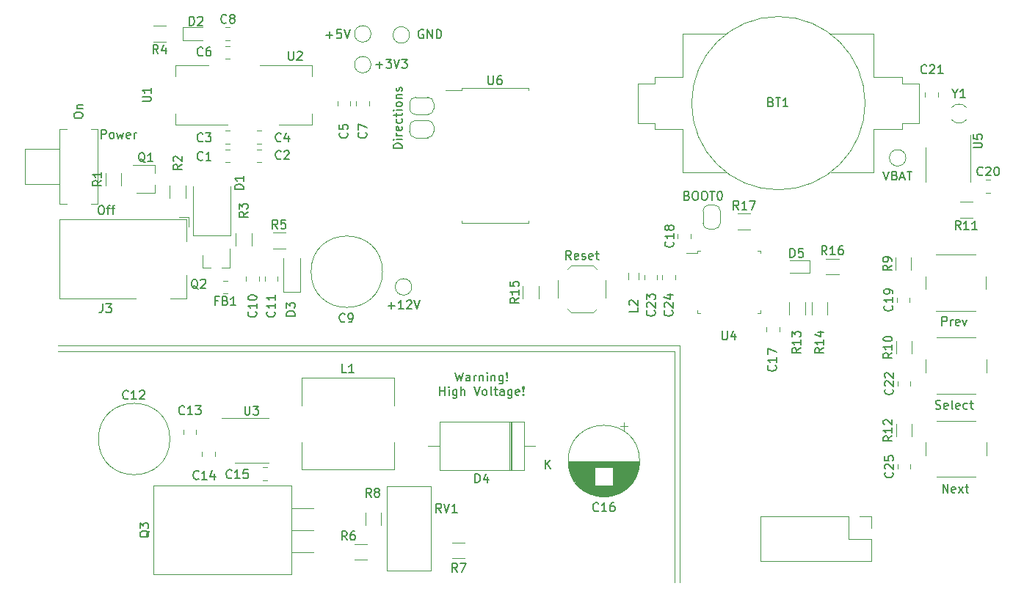
<source format=gto>
G04 #@! TF.GenerationSoftware,KiCad,Pcbnew,(5.1.12-1-10_14)*
G04 #@! TF.CreationDate,2022-01-30T16:39:28+01:00*
G04 #@! TF.ProjectId,NixieDisplayMotherBoardV2,4e697869-6544-4697-9370-6c61794d6f74,rev?*
G04 #@! TF.SameCoordinates,Original*
G04 #@! TF.FileFunction,Legend,Top*
G04 #@! TF.FilePolarity,Positive*
%FSLAX46Y46*%
G04 Gerber Fmt 4.6, Leading zero omitted, Abs format (unit mm)*
G04 Created by KiCad (PCBNEW (5.1.12-1-10_14)) date 2022-01-30 16:39:28*
%MOMM*%
%LPD*%
G01*
G04 APERTURE LIST*
%ADD10C,0.150000*%
%ADD11C,0.120000*%
%ADD12C,1.600000*%
%ADD13C,1.000000*%
%ADD14R,2.000000X1.500000*%
%ADD15R,2.000000X3.800000*%
%ADD16C,1.500000*%
%ADD17R,1.700000X1.000000*%
%ADD18C,2.000000*%
%ADD19C,1.440000*%
%ADD20O,1.955800X1.270000*%
%ADD21O,3.500000X3.500000*%
%ADD22R,0.800000X0.900000*%
%ADD23R,1.000000X0.700000*%
%ADD24R,2.700000X3.600000*%
%ADD25C,0.100000*%
%ADD26O,1.700000X1.700000*%
%ADD27R,1.700000X1.700000*%
%ADD28R,3.500000X3.500000*%
%ADD29O,1.676400X1.270000*%
%ADD30O,1.676400X1.676400*%
%ADD31O,1.524000X1.524000*%
%ADD32C,0.800000*%
%ADD33C,6.400000*%
%ADD34O,2.400000X2.400000*%
%ADD35R,2.400000X2.400000*%
%ADD36R,1.200000X0.900000*%
%ADD37R,2.300000X2.500000*%
%ADD38R,1.600000X1.600000*%
%ADD39R,3.000000X4.200000*%
G04 APERTURE END LIST*
D10*
X189627047Y-104973380D02*
X189627047Y-103973380D01*
X190008000Y-103973380D01*
X190103238Y-104021000D01*
X190150857Y-104068619D01*
X190198476Y-104163857D01*
X190198476Y-104306714D01*
X190150857Y-104401952D01*
X190103238Y-104449571D01*
X190008000Y-104497190D01*
X189627047Y-104497190D01*
X190627047Y-104973380D02*
X190627047Y-104306714D01*
X190627047Y-104497190D02*
X190674666Y-104401952D01*
X190722285Y-104354333D01*
X190817523Y-104306714D01*
X190912761Y-104306714D01*
X191627047Y-104925761D02*
X191531809Y-104973380D01*
X191341333Y-104973380D01*
X191246095Y-104925761D01*
X191198476Y-104830523D01*
X191198476Y-104449571D01*
X191246095Y-104354333D01*
X191341333Y-104306714D01*
X191531809Y-104306714D01*
X191627047Y-104354333D01*
X191674666Y-104449571D01*
X191674666Y-104544809D01*
X191198476Y-104640047D01*
X192008000Y-104306714D02*
X192246095Y-104973380D01*
X192484190Y-104306714D01*
X188888952Y-114577761D02*
X189031809Y-114625380D01*
X189269904Y-114625380D01*
X189365142Y-114577761D01*
X189412761Y-114530142D01*
X189460380Y-114434904D01*
X189460380Y-114339666D01*
X189412761Y-114244428D01*
X189365142Y-114196809D01*
X189269904Y-114149190D01*
X189079428Y-114101571D01*
X188984190Y-114053952D01*
X188936571Y-114006333D01*
X188888952Y-113911095D01*
X188888952Y-113815857D01*
X188936571Y-113720619D01*
X188984190Y-113673000D01*
X189079428Y-113625380D01*
X189317523Y-113625380D01*
X189460380Y-113673000D01*
X190269904Y-114577761D02*
X190174666Y-114625380D01*
X189984190Y-114625380D01*
X189888952Y-114577761D01*
X189841333Y-114482523D01*
X189841333Y-114101571D01*
X189888952Y-114006333D01*
X189984190Y-113958714D01*
X190174666Y-113958714D01*
X190269904Y-114006333D01*
X190317523Y-114101571D01*
X190317523Y-114196809D01*
X189841333Y-114292047D01*
X190888952Y-114625380D02*
X190793714Y-114577761D01*
X190746095Y-114482523D01*
X190746095Y-113625380D01*
X191650857Y-114577761D02*
X191555619Y-114625380D01*
X191365142Y-114625380D01*
X191269904Y-114577761D01*
X191222285Y-114482523D01*
X191222285Y-114101571D01*
X191269904Y-114006333D01*
X191365142Y-113958714D01*
X191555619Y-113958714D01*
X191650857Y-114006333D01*
X191698476Y-114101571D01*
X191698476Y-114196809D01*
X191222285Y-114292047D01*
X192555619Y-114577761D02*
X192460380Y-114625380D01*
X192269904Y-114625380D01*
X192174666Y-114577761D01*
X192127047Y-114530142D01*
X192079428Y-114434904D01*
X192079428Y-114149190D01*
X192127047Y-114053952D01*
X192174666Y-114006333D01*
X192269904Y-113958714D01*
X192460380Y-113958714D01*
X192555619Y-114006333D01*
X192841333Y-113958714D02*
X193222285Y-113958714D01*
X192984190Y-113625380D02*
X192984190Y-114482523D01*
X193031809Y-114577761D01*
X193127047Y-114625380D01*
X193222285Y-114625380D01*
X189730238Y-124277380D02*
X189730238Y-123277380D01*
X190301666Y-124277380D01*
X190301666Y-123277380D01*
X191158809Y-124229761D02*
X191063571Y-124277380D01*
X190873095Y-124277380D01*
X190777857Y-124229761D01*
X190730238Y-124134523D01*
X190730238Y-123753571D01*
X190777857Y-123658333D01*
X190873095Y-123610714D01*
X191063571Y-123610714D01*
X191158809Y-123658333D01*
X191206428Y-123753571D01*
X191206428Y-123848809D01*
X190730238Y-123944047D01*
X191539761Y-124277380D02*
X192063571Y-123610714D01*
X191539761Y-123610714D02*
X192063571Y-124277380D01*
X192301666Y-123610714D02*
X192682619Y-123610714D01*
X192444523Y-123277380D02*
X192444523Y-124134523D01*
X192492142Y-124229761D01*
X192587380Y-124277380D01*
X192682619Y-124277380D01*
X182862742Y-87183980D02*
X183196076Y-88183980D01*
X183529409Y-87183980D01*
X184196076Y-87660171D02*
X184338933Y-87707790D01*
X184386552Y-87755409D01*
X184434171Y-87850647D01*
X184434171Y-87993504D01*
X184386552Y-88088742D01*
X184338933Y-88136361D01*
X184243695Y-88183980D01*
X183862742Y-88183980D01*
X183862742Y-87183980D01*
X184196076Y-87183980D01*
X184291314Y-87231600D01*
X184338933Y-87279219D01*
X184386552Y-87374457D01*
X184386552Y-87469695D01*
X184338933Y-87564933D01*
X184291314Y-87612552D01*
X184196076Y-87660171D01*
X183862742Y-87660171D01*
X184815123Y-87898266D02*
X185291314Y-87898266D01*
X184719885Y-88183980D02*
X185053219Y-87183980D01*
X185386552Y-88183980D01*
X185577028Y-87183980D02*
X186148457Y-87183980D01*
X185862742Y-88183980D02*
X185862742Y-87183980D01*
X160218666Y-89971571D02*
X160361523Y-90019190D01*
X160409142Y-90066809D01*
X160456761Y-90162047D01*
X160456761Y-90304904D01*
X160409142Y-90400142D01*
X160361523Y-90447761D01*
X160266285Y-90495380D01*
X159885333Y-90495380D01*
X159885333Y-89495380D01*
X160218666Y-89495380D01*
X160313904Y-89543000D01*
X160361523Y-89590619D01*
X160409142Y-89685857D01*
X160409142Y-89781095D01*
X160361523Y-89876333D01*
X160313904Y-89923952D01*
X160218666Y-89971571D01*
X159885333Y-89971571D01*
X161075809Y-89495380D02*
X161266285Y-89495380D01*
X161361523Y-89543000D01*
X161456761Y-89638238D01*
X161504380Y-89828714D01*
X161504380Y-90162047D01*
X161456761Y-90352523D01*
X161361523Y-90447761D01*
X161266285Y-90495380D01*
X161075809Y-90495380D01*
X160980571Y-90447761D01*
X160885333Y-90352523D01*
X160837714Y-90162047D01*
X160837714Y-89828714D01*
X160885333Y-89638238D01*
X160980571Y-89543000D01*
X161075809Y-89495380D01*
X162123428Y-89495380D02*
X162313904Y-89495380D01*
X162409142Y-89543000D01*
X162504380Y-89638238D01*
X162552000Y-89828714D01*
X162552000Y-90162047D01*
X162504380Y-90352523D01*
X162409142Y-90447761D01*
X162313904Y-90495380D01*
X162123428Y-90495380D01*
X162028190Y-90447761D01*
X161932952Y-90352523D01*
X161885333Y-90162047D01*
X161885333Y-89828714D01*
X161932952Y-89638238D01*
X162028190Y-89543000D01*
X162123428Y-89495380D01*
X162837714Y-89495380D02*
X163409142Y-89495380D01*
X163123428Y-90495380D02*
X163123428Y-89495380D01*
X163932952Y-89495380D02*
X164028190Y-89495380D01*
X164123428Y-89543000D01*
X164171047Y-89590619D01*
X164218666Y-89685857D01*
X164266285Y-89876333D01*
X164266285Y-90114428D01*
X164218666Y-90304904D01*
X164171047Y-90400142D01*
X164123428Y-90447761D01*
X164028190Y-90495380D01*
X163932952Y-90495380D01*
X163837714Y-90447761D01*
X163790095Y-90400142D01*
X163742476Y-90304904D01*
X163694857Y-90114428D01*
X163694857Y-89876333D01*
X163742476Y-89685857D01*
X163790095Y-89590619D01*
X163837714Y-89543000D01*
X163932952Y-89495380D01*
X146843904Y-97353380D02*
X146510571Y-96877190D01*
X146272476Y-97353380D02*
X146272476Y-96353380D01*
X146653428Y-96353380D01*
X146748666Y-96401000D01*
X146796285Y-96448619D01*
X146843904Y-96543857D01*
X146843904Y-96686714D01*
X146796285Y-96781952D01*
X146748666Y-96829571D01*
X146653428Y-96877190D01*
X146272476Y-96877190D01*
X147653428Y-97305761D02*
X147558190Y-97353380D01*
X147367714Y-97353380D01*
X147272476Y-97305761D01*
X147224857Y-97210523D01*
X147224857Y-96829571D01*
X147272476Y-96734333D01*
X147367714Y-96686714D01*
X147558190Y-96686714D01*
X147653428Y-96734333D01*
X147701047Y-96829571D01*
X147701047Y-96924809D01*
X147224857Y-97020047D01*
X148082000Y-97305761D02*
X148177238Y-97353380D01*
X148367714Y-97353380D01*
X148462952Y-97305761D01*
X148510571Y-97210523D01*
X148510571Y-97162904D01*
X148462952Y-97067666D01*
X148367714Y-97020047D01*
X148224857Y-97020047D01*
X148129619Y-96972428D01*
X148082000Y-96877190D01*
X148082000Y-96829571D01*
X148129619Y-96734333D01*
X148224857Y-96686714D01*
X148367714Y-96686714D01*
X148462952Y-96734333D01*
X149320095Y-97305761D02*
X149224857Y-97353380D01*
X149034380Y-97353380D01*
X148939142Y-97305761D01*
X148891523Y-97210523D01*
X148891523Y-96829571D01*
X148939142Y-96734333D01*
X149034380Y-96686714D01*
X149224857Y-96686714D01*
X149320095Y-96734333D01*
X149367714Y-96829571D01*
X149367714Y-96924809D01*
X148891523Y-97020047D01*
X149653428Y-96686714D02*
X150034380Y-96686714D01*
X149796285Y-96353380D02*
X149796285Y-97210523D01*
X149843904Y-97305761D01*
X149939142Y-97353380D01*
X150034380Y-97353380D01*
X127325380Y-84526000D02*
X126325380Y-84526000D01*
X126325380Y-84287904D01*
X126373000Y-84145047D01*
X126468238Y-84049809D01*
X126563476Y-84002190D01*
X126753952Y-83954571D01*
X126896809Y-83954571D01*
X127087285Y-84002190D01*
X127182523Y-84049809D01*
X127277761Y-84145047D01*
X127325380Y-84287904D01*
X127325380Y-84526000D01*
X127325380Y-83526000D02*
X126658714Y-83526000D01*
X126325380Y-83526000D02*
X126373000Y-83573619D01*
X126420619Y-83526000D01*
X126373000Y-83478380D01*
X126325380Y-83526000D01*
X126420619Y-83526000D01*
X127325380Y-83049809D02*
X126658714Y-83049809D01*
X126849190Y-83049809D02*
X126753952Y-83002190D01*
X126706333Y-82954571D01*
X126658714Y-82859333D01*
X126658714Y-82764095D01*
X127277761Y-82049809D02*
X127325380Y-82145047D01*
X127325380Y-82335523D01*
X127277761Y-82430761D01*
X127182523Y-82478380D01*
X126801571Y-82478380D01*
X126706333Y-82430761D01*
X126658714Y-82335523D01*
X126658714Y-82145047D01*
X126706333Y-82049809D01*
X126801571Y-82002190D01*
X126896809Y-82002190D01*
X126992047Y-82478380D01*
X127277761Y-81145047D02*
X127325380Y-81240285D01*
X127325380Y-81430761D01*
X127277761Y-81526000D01*
X127230142Y-81573619D01*
X127134904Y-81621238D01*
X126849190Y-81621238D01*
X126753952Y-81573619D01*
X126706333Y-81526000D01*
X126658714Y-81430761D01*
X126658714Y-81240285D01*
X126706333Y-81145047D01*
X126658714Y-80859333D02*
X126658714Y-80478380D01*
X126325380Y-80716476D02*
X127182523Y-80716476D01*
X127277761Y-80668857D01*
X127325380Y-80573619D01*
X127325380Y-80478380D01*
X127325380Y-80145047D02*
X126658714Y-80145047D01*
X126325380Y-80145047D02*
X126373000Y-80192666D01*
X126420619Y-80145047D01*
X126373000Y-80097428D01*
X126325380Y-80145047D01*
X126420619Y-80145047D01*
X127325380Y-79526000D02*
X127277761Y-79621238D01*
X127230142Y-79668857D01*
X127134904Y-79716476D01*
X126849190Y-79716476D01*
X126753952Y-79668857D01*
X126706333Y-79621238D01*
X126658714Y-79526000D01*
X126658714Y-79383142D01*
X126706333Y-79287904D01*
X126753952Y-79240285D01*
X126849190Y-79192666D01*
X127134904Y-79192666D01*
X127230142Y-79240285D01*
X127277761Y-79287904D01*
X127325380Y-79383142D01*
X127325380Y-79526000D01*
X126658714Y-78764095D02*
X127325380Y-78764095D01*
X126753952Y-78764095D02*
X126706333Y-78716476D01*
X126658714Y-78621238D01*
X126658714Y-78478380D01*
X126706333Y-78383142D01*
X126801571Y-78335523D01*
X127325380Y-78335523D01*
X127277761Y-77906952D02*
X127325380Y-77811714D01*
X127325380Y-77621238D01*
X127277761Y-77526000D01*
X127182523Y-77478380D01*
X127134904Y-77478380D01*
X127039666Y-77526000D01*
X126992047Y-77621238D01*
X126992047Y-77764095D01*
X126944428Y-77859333D01*
X126849190Y-77906952D01*
X126801571Y-77906952D01*
X126706333Y-77859333D01*
X126658714Y-77764095D01*
X126658714Y-77621238D01*
X126706333Y-77526000D01*
X124349095Y-74874428D02*
X125111000Y-74874428D01*
X124730047Y-75255380D02*
X124730047Y-74493476D01*
X125491952Y-74255380D02*
X126111000Y-74255380D01*
X125777666Y-74636333D01*
X125920523Y-74636333D01*
X126015761Y-74683952D01*
X126063380Y-74731571D01*
X126111000Y-74826809D01*
X126111000Y-75064904D01*
X126063380Y-75160142D01*
X126015761Y-75207761D01*
X125920523Y-75255380D01*
X125634809Y-75255380D01*
X125539571Y-75207761D01*
X125491952Y-75160142D01*
X126396714Y-74255380D02*
X126730047Y-75255380D01*
X127063380Y-74255380D01*
X127301476Y-74255380D02*
X127920523Y-74255380D01*
X127587190Y-74636333D01*
X127730047Y-74636333D01*
X127825285Y-74683952D01*
X127872904Y-74731571D01*
X127920523Y-74826809D01*
X127920523Y-75064904D01*
X127872904Y-75160142D01*
X127825285Y-75207761D01*
X127730047Y-75255380D01*
X127444333Y-75255380D01*
X127349095Y-75207761D01*
X127301476Y-75160142D01*
X118602285Y-71445428D02*
X119364190Y-71445428D01*
X118983238Y-71826380D02*
X118983238Y-71064476D01*
X120316571Y-70826380D02*
X119840380Y-70826380D01*
X119792761Y-71302571D01*
X119840380Y-71254952D01*
X119935619Y-71207333D01*
X120173714Y-71207333D01*
X120268952Y-71254952D01*
X120316571Y-71302571D01*
X120364190Y-71397809D01*
X120364190Y-71635904D01*
X120316571Y-71731142D01*
X120268952Y-71778761D01*
X120173714Y-71826380D01*
X119935619Y-71826380D01*
X119840380Y-71778761D01*
X119792761Y-71731142D01*
X120649904Y-70826380D02*
X120983238Y-71826380D01*
X121316571Y-70826380D01*
X129794095Y-70874000D02*
X129698857Y-70826380D01*
X129556000Y-70826380D01*
X129413142Y-70874000D01*
X129317904Y-70969238D01*
X129270285Y-71064476D01*
X129222666Y-71254952D01*
X129222666Y-71397809D01*
X129270285Y-71588285D01*
X129317904Y-71683523D01*
X129413142Y-71778761D01*
X129556000Y-71826380D01*
X129651238Y-71826380D01*
X129794095Y-71778761D01*
X129841714Y-71731142D01*
X129841714Y-71397809D01*
X129651238Y-71397809D01*
X130270285Y-71826380D02*
X130270285Y-70826380D01*
X130841714Y-71826380D01*
X130841714Y-70826380D01*
X131317904Y-71826380D02*
X131317904Y-70826380D01*
X131556000Y-70826380D01*
X131698857Y-70874000D01*
X131794095Y-70969238D01*
X131841714Y-71064476D01*
X131889333Y-71254952D01*
X131889333Y-71397809D01*
X131841714Y-71588285D01*
X131794095Y-71683523D01*
X131698857Y-71778761D01*
X131556000Y-71826380D01*
X131317904Y-71826380D01*
X92551333Y-91146380D02*
X92741809Y-91146380D01*
X92837047Y-91194000D01*
X92932285Y-91289238D01*
X92979904Y-91479714D01*
X92979904Y-91813047D01*
X92932285Y-92003523D01*
X92837047Y-92098761D01*
X92741809Y-92146380D01*
X92551333Y-92146380D01*
X92456095Y-92098761D01*
X92360857Y-92003523D01*
X92313238Y-91813047D01*
X92313238Y-91479714D01*
X92360857Y-91289238D01*
X92456095Y-91194000D01*
X92551333Y-91146380D01*
X93265619Y-91479714D02*
X93646571Y-91479714D01*
X93408476Y-92146380D02*
X93408476Y-91289238D01*
X93456095Y-91194000D01*
X93551333Y-91146380D01*
X93646571Y-91146380D01*
X93837047Y-91479714D02*
X94218000Y-91479714D01*
X93979904Y-92146380D02*
X93979904Y-91289238D01*
X94027523Y-91194000D01*
X94122761Y-91146380D01*
X94218000Y-91146380D01*
X89495380Y-80811619D02*
X89495380Y-80621142D01*
X89543000Y-80525904D01*
X89638238Y-80430666D01*
X89828714Y-80383047D01*
X90162047Y-80383047D01*
X90352523Y-80430666D01*
X90447761Y-80525904D01*
X90495380Y-80621142D01*
X90495380Y-80811619D01*
X90447761Y-80906857D01*
X90352523Y-81002095D01*
X90162047Y-81049714D01*
X89828714Y-81049714D01*
X89638238Y-81002095D01*
X89543000Y-80906857D01*
X89495380Y-80811619D01*
X89828714Y-79954476D02*
X90495380Y-79954476D01*
X89923952Y-79954476D02*
X89876333Y-79906857D01*
X89828714Y-79811619D01*
X89828714Y-79668761D01*
X89876333Y-79573523D01*
X89971571Y-79525904D01*
X90495380Y-79525904D01*
X92638809Y-83383380D02*
X92638809Y-82383380D01*
X93019761Y-82383380D01*
X93115000Y-82431000D01*
X93162619Y-82478619D01*
X93210238Y-82573857D01*
X93210238Y-82716714D01*
X93162619Y-82811952D01*
X93115000Y-82859571D01*
X93019761Y-82907190D01*
X92638809Y-82907190D01*
X93781666Y-83383380D02*
X93686428Y-83335761D01*
X93638809Y-83288142D01*
X93591190Y-83192904D01*
X93591190Y-82907190D01*
X93638809Y-82811952D01*
X93686428Y-82764333D01*
X93781666Y-82716714D01*
X93924523Y-82716714D01*
X94019761Y-82764333D01*
X94067380Y-82811952D01*
X94115000Y-82907190D01*
X94115000Y-83192904D01*
X94067380Y-83288142D01*
X94019761Y-83335761D01*
X93924523Y-83383380D01*
X93781666Y-83383380D01*
X94448333Y-82716714D02*
X94638809Y-83383380D01*
X94829285Y-82907190D01*
X95019761Y-83383380D01*
X95210238Y-82716714D01*
X95972142Y-83335761D02*
X95876904Y-83383380D01*
X95686428Y-83383380D01*
X95591190Y-83335761D01*
X95543571Y-83240523D01*
X95543571Y-82859571D01*
X95591190Y-82764333D01*
X95686428Y-82716714D01*
X95876904Y-82716714D01*
X95972142Y-82764333D01*
X96019761Y-82859571D01*
X96019761Y-82954809D01*
X95543571Y-83050047D01*
X96448333Y-83383380D02*
X96448333Y-82716714D01*
X96448333Y-82907190D02*
X96495952Y-82811952D01*
X96543571Y-82764333D01*
X96638809Y-82716714D01*
X96734047Y-82716714D01*
X125746095Y-102687428D02*
X126508000Y-102687428D01*
X126127047Y-103068380D02*
X126127047Y-102306476D01*
X127508000Y-103068380D02*
X126936571Y-103068380D01*
X127222285Y-103068380D02*
X127222285Y-102068380D01*
X127127047Y-102211238D01*
X127031809Y-102306476D01*
X126936571Y-102354095D01*
X127888952Y-102163619D02*
X127936571Y-102116000D01*
X128031809Y-102068380D01*
X128269904Y-102068380D01*
X128365142Y-102116000D01*
X128412761Y-102163619D01*
X128460380Y-102258857D01*
X128460380Y-102354095D01*
X128412761Y-102496952D01*
X127841333Y-103068380D01*
X128460380Y-103068380D01*
X128746095Y-102068380D02*
X129079428Y-103068380D01*
X129412761Y-102068380D01*
X133501190Y-110387380D02*
X133739285Y-111387380D01*
X133929761Y-110673095D01*
X134120238Y-111387380D01*
X134358333Y-110387380D01*
X135167857Y-111387380D02*
X135167857Y-110863571D01*
X135120238Y-110768333D01*
X135025000Y-110720714D01*
X134834523Y-110720714D01*
X134739285Y-110768333D01*
X135167857Y-111339761D02*
X135072619Y-111387380D01*
X134834523Y-111387380D01*
X134739285Y-111339761D01*
X134691666Y-111244523D01*
X134691666Y-111149285D01*
X134739285Y-111054047D01*
X134834523Y-111006428D01*
X135072619Y-111006428D01*
X135167857Y-110958809D01*
X135644047Y-111387380D02*
X135644047Y-110720714D01*
X135644047Y-110911190D02*
X135691666Y-110815952D01*
X135739285Y-110768333D01*
X135834523Y-110720714D01*
X135929761Y-110720714D01*
X136263095Y-110720714D02*
X136263095Y-111387380D01*
X136263095Y-110815952D02*
X136310714Y-110768333D01*
X136405952Y-110720714D01*
X136548809Y-110720714D01*
X136644047Y-110768333D01*
X136691666Y-110863571D01*
X136691666Y-111387380D01*
X137167857Y-111387380D02*
X137167857Y-110720714D01*
X137167857Y-110387380D02*
X137120238Y-110435000D01*
X137167857Y-110482619D01*
X137215476Y-110435000D01*
X137167857Y-110387380D01*
X137167857Y-110482619D01*
X137644047Y-110720714D02*
X137644047Y-111387380D01*
X137644047Y-110815952D02*
X137691666Y-110768333D01*
X137786904Y-110720714D01*
X137929761Y-110720714D01*
X138025000Y-110768333D01*
X138072619Y-110863571D01*
X138072619Y-111387380D01*
X138977380Y-110720714D02*
X138977380Y-111530238D01*
X138929761Y-111625476D01*
X138882142Y-111673095D01*
X138786904Y-111720714D01*
X138644047Y-111720714D01*
X138548809Y-111673095D01*
X138977380Y-111339761D02*
X138882142Y-111387380D01*
X138691666Y-111387380D01*
X138596428Y-111339761D01*
X138548809Y-111292142D01*
X138501190Y-111196904D01*
X138501190Y-110911190D01*
X138548809Y-110815952D01*
X138596428Y-110768333D01*
X138691666Y-110720714D01*
X138882142Y-110720714D01*
X138977380Y-110768333D01*
X139453571Y-111292142D02*
X139501190Y-111339761D01*
X139453571Y-111387380D01*
X139405952Y-111339761D01*
X139453571Y-111292142D01*
X139453571Y-111387380D01*
X139453571Y-111006428D02*
X139405952Y-110435000D01*
X139453571Y-110387380D01*
X139501190Y-110435000D01*
X139453571Y-111006428D01*
X139453571Y-110387380D01*
X131715476Y-113037380D02*
X131715476Y-112037380D01*
X131715476Y-112513571D02*
X132286904Y-112513571D01*
X132286904Y-113037380D02*
X132286904Y-112037380D01*
X132763095Y-113037380D02*
X132763095Y-112370714D01*
X132763095Y-112037380D02*
X132715476Y-112085000D01*
X132763095Y-112132619D01*
X132810714Y-112085000D01*
X132763095Y-112037380D01*
X132763095Y-112132619D01*
X133667857Y-112370714D02*
X133667857Y-113180238D01*
X133620238Y-113275476D01*
X133572619Y-113323095D01*
X133477380Y-113370714D01*
X133334523Y-113370714D01*
X133239285Y-113323095D01*
X133667857Y-112989761D02*
X133572619Y-113037380D01*
X133382142Y-113037380D01*
X133286904Y-112989761D01*
X133239285Y-112942142D01*
X133191666Y-112846904D01*
X133191666Y-112561190D01*
X133239285Y-112465952D01*
X133286904Y-112418333D01*
X133382142Y-112370714D01*
X133572619Y-112370714D01*
X133667857Y-112418333D01*
X134144047Y-113037380D02*
X134144047Y-112037380D01*
X134572619Y-113037380D02*
X134572619Y-112513571D01*
X134525000Y-112418333D01*
X134429761Y-112370714D01*
X134286904Y-112370714D01*
X134191666Y-112418333D01*
X134144047Y-112465952D01*
X135667857Y-112037380D02*
X136001190Y-113037380D01*
X136334523Y-112037380D01*
X136810714Y-113037380D02*
X136715476Y-112989761D01*
X136667857Y-112942142D01*
X136620238Y-112846904D01*
X136620238Y-112561190D01*
X136667857Y-112465952D01*
X136715476Y-112418333D01*
X136810714Y-112370714D01*
X136953571Y-112370714D01*
X137048809Y-112418333D01*
X137096428Y-112465952D01*
X137144047Y-112561190D01*
X137144047Y-112846904D01*
X137096428Y-112942142D01*
X137048809Y-112989761D01*
X136953571Y-113037380D01*
X136810714Y-113037380D01*
X137715476Y-113037380D02*
X137620238Y-112989761D01*
X137572619Y-112894523D01*
X137572619Y-112037380D01*
X137953571Y-112370714D02*
X138334523Y-112370714D01*
X138096428Y-112037380D02*
X138096428Y-112894523D01*
X138144047Y-112989761D01*
X138239285Y-113037380D01*
X138334523Y-113037380D01*
X139096428Y-113037380D02*
X139096428Y-112513571D01*
X139048809Y-112418333D01*
X138953571Y-112370714D01*
X138763095Y-112370714D01*
X138667857Y-112418333D01*
X139096428Y-112989761D02*
X139001190Y-113037380D01*
X138763095Y-113037380D01*
X138667857Y-112989761D01*
X138620238Y-112894523D01*
X138620238Y-112799285D01*
X138667857Y-112704047D01*
X138763095Y-112656428D01*
X139001190Y-112656428D01*
X139096428Y-112608809D01*
X140001190Y-112370714D02*
X140001190Y-113180238D01*
X139953571Y-113275476D01*
X139905952Y-113323095D01*
X139810714Y-113370714D01*
X139667857Y-113370714D01*
X139572619Y-113323095D01*
X140001190Y-112989761D02*
X139905952Y-113037380D01*
X139715476Y-113037380D01*
X139620238Y-112989761D01*
X139572619Y-112942142D01*
X139525000Y-112846904D01*
X139525000Y-112561190D01*
X139572619Y-112465952D01*
X139620238Y-112418333D01*
X139715476Y-112370714D01*
X139905952Y-112370714D01*
X140001190Y-112418333D01*
X140858333Y-112989761D02*
X140763095Y-113037380D01*
X140572619Y-113037380D01*
X140477380Y-112989761D01*
X140429761Y-112894523D01*
X140429761Y-112513571D01*
X140477380Y-112418333D01*
X140572619Y-112370714D01*
X140763095Y-112370714D01*
X140858333Y-112418333D01*
X140905952Y-112513571D01*
X140905952Y-112608809D01*
X140429761Y-112704047D01*
X141334523Y-112942142D02*
X141382142Y-112989761D01*
X141334523Y-113037380D01*
X141286904Y-112989761D01*
X141334523Y-112942142D01*
X141334523Y-113037380D01*
X141334523Y-112656428D02*
X141286904Y-112085000D01*
X141334523Y-112037380D01*
X141382142Y-112085000D01*
X141334523Y-112656428D01*
X141334523Y-112037380D01*
D11*
X159385000Y-107315000D02*
X159385000Y-134620000D01*
X87630000Y-107315000D02*
X159385000Y-107315000D01*
X158750000Y-107950000D02*
X158750000Y-134620000D01*
X87630000Y-107950000D02*
X158750000Y-107950000D01*
X100563800Y-118082000D02*
G75*
G03*
X100563800Y-118082000I-4120000J0D01*
G01*
X192441849Y-81217334D02*
G75*
G02*
X190741300Y-81218000I-850549J699334D01*
G01*
X192441849Y-79818666D02*
G75*
G03*
X190741300Y-79818000I-850549J-699334D01*
G01*
X134189000Y-77824000D02*
X132399000Y-77824000D01*
X134189000Y-77534000D02*
X134189000Y-77824000D01*
X138049000Y-77534000D02*
X134189000Y-77534000D01*
X141909000Y-77534000D02*
X141909000Y-77824000D01*
X138049000Y-77534000D02*
X141909000Y-77534000D01*
X134189000Y-93154000D02*
X134189000Y-92864000D01*
X138049000Y-93154000D02*
X134189000Y-93154000D01*
X141909000Y-93154000D02*
X141909000Y-92864000D01*
X138049000Y-93154000D02*
X141909000Y-93154000D01*
X192869500Y-86410800D02*
X192869500Y-82960800D01*
X192869500Y-86410800D02*
X192869500Y-88360800D01*
X187749500Y-86410800D02*
X187749500Y-84460800D01*
X187749500Y-86410800D02*
X187749500Y-88360800D01*
X161426500Y-96639000D02*
X160111500Y-96639000D01*
X161426500Y-96339000D02*
X161426500Y-96639000D01*
X161726500Y-96339000D02*
X161426500Y-96339000D01*
X168646500Y-96339000D02*
X168646500Y-96639000D01*
X168346500Y-96339000D02*
X168646500Y-96339000D01*
X161426500Y-103559000D02*
X161426500Y-103259000D01*
X161726500Y-103559000D02*
X161426500Y-103559000D01*
X168646500Y-103559000D02*
X168646500Y-103259000D01*
X168346500Y-103559000D02*
X168646500Y-103559000D01*
X109982000Y-115677000D02*
X106532000Y-115677000D01*
X109982000Y-115677000D02*
X111932000Y-115677000D01*
X109982000Y-120797000D02*
X108032000Y-120797000D01*
X109982000Y-120797000D02*
X111932000Y-120797000D01*
X110911200Y-74974400D02*
X116921200Y-74974400D01*
X113161200Y-81794400D02*
X116921200Y-81794400D01*
X116921200Y-74974400D02*
X116921200Y-76234400D01*
X116921200Y-81794400D02*
X116921200Y-80534400D01*
X107224000Y-81769000D02*
X101214000Y-81769000D01*
X104974000Y-74949000D02*
X101214000Y-74949000D01*
X101214000Y-81769000D02*
X101214000Y-80509000D01*
X101214000Y-74949000D02*
X101214000Y-76209000D01*
X185455600Y-85623400D02*
G75*
G03*
X185455600Y-85623400I-950000J0D01*
G01*
X128458000Y-100520500D02*
G75*
G03*
X128458000Y-100520500I-950000J0D01*
G01*
X123759000Y-71310500D02*
G75*
G03*
X123759000Y-71310500I-950000J0D01*
G01*
X123759000Y-74866500D02*
G75*
G03*
X123759000Y-74866500I-950000J0D01*
G01*
X128204000Y-71437500D02*
G75*
G03*
X128204000Y-71437500I-950000J0D01*
G01*
X146857400Y-98011800D02*
X149357400Y-98011800D01*
X145357400Y-99761800D02*
X145357400Y-101761800D01*
X146857400Y-103511800D02*
X149357400Y-103511800D01*
X150857400Y-99761800D02*
X150857400Y-101761800D01*
X146407400Y-98461800D02*
X146857400Y-98011800D01*
X149807400Y-98461800D02*
X149357400Y-98011800D01*
X149807400Y-103061800D02*
X149357400Y-103511800D01*
X146407400Y-103061800D02*
X146857400Y-103511800D01*
X194773500Y-119967000D02*
X194773500Y-118467000D01*
X193523500Y-115967000D02*
X189023500Y-115967000D01*
X187773500Y-118467000D02*
X187773500Y-119967000D01*
X189023500Y-122467000D02*
X193523500Y-122467000D01*
X194773500Y-110378500D02*
X194773500Y-108878500D01*
X193523500Y-106378500D02*
X189023500Y-106378500D01*
X187773500Y-108878500D02*
X187773500Y-110378500D01*
X189023500Y-112878500D02*
X193523500Y-112878500D01*
X194710000Y-100790000D02*
X194710000Y-99290000D01*
X193460000Y-96790000D02*
X188960000Y-96790000D01*
X187710000Y-99290000D02*
X187710000Y-100790000D01*
X188960000Y-103290000D02*
X193460000Y-103290000D01*
X92243000Y-82264000D02*
X92243000Y-90964000D01*
X87843000Y-90964000D02*
X87843000Y-82264000D01*
X87843000Y-84614000D02*
X83843000Y-84614000D01*
X83843000Y-84614000D02*
X83843000Y-88614000D01*
X83843000Y-88614000D02*
X87843000Y-88614000D01*
X87843000Y-82264000D02*
X88643000Y-82264000D01*
X92243000Y-82264000D02*
X91443000Y-82264000D01*
X87843000Y-90964000D02*
X88643000Y-90964000D01*
X92243000Y-90964000D02*
X91443000Y-90964000D01*
X125613000Y-123512000D02*
X130683000Y-123512000D01*
X125613000Y-133282000D02*
X130683000Y-133282000D01*
X130683000Y-133282000D02*
X130683000Y-123512000D01*
X125613000Y-133282000D02*
X125613000Y-123512000D01*
X166074736Y-93874000D02*
X167528864Y-93874000D01*
X166074736Y-92054000D02*
X167528864Y-92054000D01*
X176247436Y-99081000D02*
X177701564Y-99081000D01*
X176247436Y-97261000D02*
X177701564Y-97261000D01*
X143086500Y-101869864D02*
X143086500Y-100415736D01*
X141266500Y-101869864D02*
X141266500Y-100415736D01*
X176424000Y-103724064D02*
X176424000Y-102269936D01*
X174604000Y-103724064D02*
X174604000Y-102269936D01*
X173807800Y-103724064D02*
X173807800Y-102269936D01*
X171987800Y-103724064D02*
X171987800Y-102269936D01*
X186139500Y-117821064D02*
X186139500Y-116366936D01*
X184319500Y-117821064D02*
X184319500Y-116366936D01*
X193132064Y-90720500D02*
X191677936Y-90720500D01*
X193132064Y-92540500D02*
X191677936Y-92540500D01*
X186139500Y-108232564D02*
X186139500Y-106778436D01*
X184319500Y-108232564D02*
X184319500Y-106778436D01*
X186076000Y-98580564D02*
X186076000Y-97126436D01*
X184256000Y-98580564D02*
X184256000Y-97126436D01*
X123105500Y-126590436D02*
X123105500Y-128044564D01*
X124925500Y-126590436D02*
X124925500Y-128044564D01*
X134585064Y-130027000D02*
X133130936Y-130027000D01*
X134585064Y-131847000D02*
X133130936Y-131847000D01*
X121827936Y-132037500D02*
X123282064Y-132037500D01*
X121827936Y-130217500D02*
X123282064Y-130217500D01*
X113884064Y-94276500D02*
X112429936Y-94276500D01*
X113884064Y-96096500D02*
X112429936Y-96096500D01*
X100104564Y-70400500D02*
X98650436Y-70400500D01*
X100104564Y-72220500D02*
X98650436Y-72220500D01*
X110003000Y-95786564D02*
X110003000Y-94332436D01*
X108183000Y-95786564D02*
X108183000Y-94332436D01*
X102383000Y-90262064D02*
X102383000Y-88807936D01*
X100563000Y-90262064D02*
X100563000Y-88807936D01*
X94953500Y-88801564D02*
X94953500Y-87347436D01*
X93133500Y-88801564D02*
X93133500Y-87347436D01*
X114547000Y-126047500D02*
X117087000Y-126047500D01*
X114547000Y-128587500D02*
X117087000Y-128587500D01*
X114547000Y-131127500D02*
X117087000Y-131127500D01*
X98657000Y-123467500D02*
X114547000Y-123467500D01*
X98657000Y-133707500D02*
X114547000Y-133707500D01*
X98657000Y-133707500D02*
X98657000Y-123467500D01*
X114547000Y-133707500D02*
X114547000Y-123467500D01*
X104338000Y-98296000D02*
X104338000Y-96836000D01*
X107498000Y-98296000D02*
X107498000Y-96136000D01*
X107498000Y-98296000D02*
X106568000Y-98296000D01*
X104338000Y-98296000D02*
X105268000Y-98296000D01*
X96715000Y-89684500D02*
X98865000Y-89684500D01*
X96290000Y-86464500D02*
X98865000Y-86464500D01*
X98865000Y-88774500D02*
X98865000Y-89684500D01*
X98865000Y-86464500D02*
X98865000Y-87374500D01*
X153478300Y-98863578D02*
X153478300Y-99662822D01*
X154598300Y-98863578D02*
X154598300Y-99662822D01*
X126394500Y-111032000D02*
X126394500Y-114232000D01*
X115794500Y-111032000D02*
X126394500Y-111032000D01*
X115794500Y-114232000D02*
X115794500Y-111032000D01*
X115794500Y-121632000D02*
X115794500Y-118432000D01*
X126394500Y-121632000D02*
X115794500Y-121632000D01*
X126394500Y-118432000D02*
X126394500Y-121632000D01*
X128903500Y-81296000D02*
X130303500Y-81296000D01*
X131003500Y-81996000D02*
X131003500Y-82596000D01*
X130303500Y-83296000D02*
X128903500Y-83296000D01*
X128203500Y-82596000D02*
X128203500Y-81996000D01*
X128203500Y-81996000D02*
G75*
G02*
X128903500Y-81296000I700000J0D01*
G01*
X128903500Y-83296000D02*
G75*
G02*
X128203500Y-82596000I0J700000D01*
G01*
X131003500Y-82596000D02*
G75*
G02*
X130303500Y-83296000I-700000J0D01*
G01*
X130303500Y-81296000D02*
G75*
G02*
X131003500Y-81996000I0J-700000D01*
G01*
X128903500Y-78629000D02*
X130303500Y-78629000D01*
X131003500Y-79329000D02*
X131003500Y-79929000D01*
X130303500Y-80629000D02*
X128903500Y-80629000D01*
X128203500Y-79929000D02*
X128203500Y-79329000D01*
X128203500Y-79329000D02*
G75*
G02*
X128903500Y-78629000I700000J0D01*
G01*
X128903500Y-80629000D02*
G75*
G02*
X128203500Y-79929000I0J700000D01*
G01*
X131003500Y-79929000D02*
G75*
G02*
X130303500Y-80629000I-700000J0D01*
G01*
X130303500Y-78629000D02*
G75*
G02*
X131003500Y-79329000I0J-700000D01*
G01*
X162042600Y-93156000D02*
X162042600Y-91756000D01*
X162742600Y-91056000D02*
X163342600Y-91056000D01*
X164042600Y-91756000D02*
X164042600Y-93156000D01*
X163342600Y-93856000D02*
X162742600Y-93856000D01*
X162742600Y-93856000D02*
G75*
G02*
X162042600Y-93156000I0J700000D01*
G01*
X164042600Y-93156000D02*
G75*
G02*
X163342600Y-93856000I-700000J0D01*
G01*
X163342600Y-91056000D02*
G75*
G02*
X164042600Y-91756000I0J-700000D01*
G01*
X162042600Y-91756000D02*
G75*
G02*
X162742600Y-91056000I700000J0D01*
G01*
X181479500Y-127003500D02*
X181479500Y-128333500D01*
X180149500Y-127003500D02*
X181479500Y-127003500D01*
X181479500Y-129603500D02*
X181479500Y-132203500D01*
X178879500Y-129603500D02*
X181479500Y-129603500D01*
X178879500Y-127003500D02*
X178879500Y-129603500D01*
X181479500Y-132203500D02*
X168659500Y-132203500D01*
X178879500Y-127003500D02*
X168659500Y-127003500D01*
X168659500Y-127003500D02*
X168659500Y-132203500D01*
X102500000Y-92682000D02*
X102500000Y-95282000D01*
X87800000Y-92682000D02*
X102500000Y-92682000D01*
X102500000Y-101882000D02*
X100600000Y-101882000D01*
X102500000Y-99182000D02*
X102500000Y-101882000D01*
X87800000Y-101882000D02*
X87800000Y-92682000D01*
X96600000Y-101882000D02*
X87800000Y-101882000D01*
X101650000Y-92482000D02*
X102700000Y-92482000D01*
X102700000Y-93532000D02*
X102700000Y-92482000D01*
X107195252Y-99810500D02*
X106672748Y-99810500D01*
X107195252Y-101230500D02*
X106672748Y-101230500D01*
X174332000Y-97436000D02*
X172047000Y-97436000D01*
X174332000Y-98906000D02*
X174332000Y-97436000D01*
X172047000Y-98906000D02*
X174332000Y-98906000D01*
X139977000Y-121657000D02*
X139977000Y-116087000D01*
X139737000Y-121657000D02*
X139737000Y-116087000D01*
X139857000Y-121657000D02*
X139857000Y-116087000D01*
X130345000Y-118872000D02*
X131645000Y-118872000D01*
X142705000Y-118872000D02*
X141405000Y-118872000D01*
X131645000Y-121657000D02*
X141405000Y-121657000D01*
X131645000Y-116087000D02*
X131645000Y-121657000D01*
X141405000Y-116087000D02*
X131645000Y-116087000D01*
X141405000Y-121657000D02*
X141405000Y-116087000D01*
X113617500Y-101119500D02*
X113617500Y-97219500D01*
X115617500Y-101119500D02*
X115617500Y-97219500D01*
X113617500Y-101119500D02*
X115617500Y-101119500D01*
X102083500Y-72045500D02*
X104368500Y-72045500D01*
X102083500Y-70575500D02*
X102083500Y-72045500D01*
X104368500Y-70575500D02*
X102083500Y-70575500D01*
X103260000Y-94609000D02*
X103260000Y-88909000D01*
X107560000Y-94609000D02*
X107560000Y-88909000D01*
X103260000Y-94609000D02*
X107560000Y-94609000D01*
X185964500Y-121546252D02*
X185964500Y-121023748D01*
X184494500Y-121546252D02*
X184494500Y-121023748D01*
X158837300Y-99651452D02*
X158837300Y-99128948D01*
X157367300Y-99651452D02*
X157367300Y-99128948D01*
X156741800Y-99651452D02*
X156741800Y-99128948D01*
X155271800Y-99651452D02*
X155271800Y-99128948D01*
X185964500Y-111957752D02*
X185964500Y-111435248D01*
X184494500Y-111957752D02*
X184494500Y-111435248D01*
X189139500Y-78620252D02*
X189139500Y-78097748D01*
X187669500Y-78620252D02*
X187669500Y-78097748D01*
X194683748Y-89635000D02*
X195206252Y-89635000D01*
X194683748Y-88165000D02*
X195206252Y-88165000D01*
X185901000Y-102305752D02*
X185901000Y-101783248D01*
X184431000Y-102305752D02*
X184431000Y-101783248D01*
X160628000Y-94939752D02*
X160628000Y-94417248D01*
X159158000Y-94939752D02*
X159158000Y-94417248D01*
X169381500Y-105148748D02*
X169381500Y-105671252D01*
X170851500Y-105148748D02*
X170851500Y-105671252D01*
X153337000Y-116612302D02*
X152537000Y-116612302D01*
X152937000Y-116212302D02*
X152937000Y-117012302D01*
X151155000Y-124703000D02*
X150089000Y-124703000D01*
X151390000Y-124663000D02*
X149854000Y-124663000D01*
X151570000Y-124623000D02*
X149674000Y-124623000D01*
X151720000Y-124583000D02*
X149524000Y-124583000D01*
X151851000Y-124543000D02*
X149393000Y-124543000D01*
X151968000Y-124503000D02*
X149276000Y-124503000D01*
X152075000Y-124463000D02*
X149169000Y-124463000D01*
X152174000Y-124423000D02*
X149070000Y-124423000D01*
X152267000Y-124383000D02*
X148977000Y-124383000D01*
X152353000Y-124343000D02*
X148891000Y-124343000D01*
X152435000Y-124303000D02*
X148809000Y-124303000D01*
X152512000Y-124263000D02*
X148732000Y-124263000D01*
X152586000Y-124223000D02*
X148658000Y-124223000D01*
X152656000Y-124183000D02*
X148588000Y-124183000D01*
X152724000Y-124143000D02*
X148520000Y-124143000D01*
X152788000Y-124103000D02*
X148456000Y-124103000D01*
X152850000Y-124063000D02*
X148394000Y-124063000D01*
X152909000Y-124023000D02*
X148335000Y-124023000D01*
X152967000Y-123983000D02*
X148277000Y-123983000D01*
X153022000Y-123943000D02*
X148222000Y-123943000D01*
X153076000Y-123903000D02*
X148168000Y-123903000D01*
X153127000Y-123863000D02*
X148117000Y-123863000D01*
X153178000Y-123823000D02*
X148066000Y-123823000D01*
X153226000Y-123783000D02*
X148018000Y-123783000D01*
X153273000Y-123743000D02*
X147971000Y-123743000D01*
X153319000Y-123703000D02*
X147925000Y-123703000D01*
X153363000Y-123663000D02*
X147881000Y-123663000D01*
X153406000Y-123623000D02*
X147838000Y-123623000D01*
X153448000Y-123583000D02*
X147796000Y-123583000D01*
X153489000Y-123543000D02*
X147755000Y-123543000D01*
X153529000Y-123503000D02*
X147715000Y-123503000D01*
X153567000Y-123463000D02*
X147677000Y-123463000D01*
X153605000Y-123423000D02*
X147639000Y-123423000D01*
X149582000Y-123383000D02*
X147603000Y-123383000D01*
X153641000Y-123383000D02*
X151662000Y-123383000D01*
X149582000Y-123343000D02*
X147567000Y-123343000D01*
X153677000Y-123343000D02*
X151662000Y-123343000D01*
X149582000Y-123303000D02*
X147532000Y-123303000D01*
X153712000Y-123303000D02*
X151662000Y-123303000D01*
X149582000Y-123263000D02*
X147498000Y-123263000D01*
X153746000Y-123263000D02*
X151662000Y-123263000D01*
X149582000Y-123223000D02*
X147466000Y-123223000D01*
X153778000Y-123223000D02*
X151662000Y-123223000D01*
X149582000Y-123183000D02*
X147433000Y-123183000D01*
X153811000Y-123183000D02*
X151662000Y-123183000D01*
X149582000Y-123143000D02*
X147402000Y-123143000D01*
X153842000Y-123143000D02*
X151662000Y-123143000D01*
X149582000Y-123103000D02*
X147372000Y-123103000D01*
X153872000Y-123103000D02*
X151662000Y-123103000D01*
X149582000Y-123063000D02*
X147342000Y-123063000D01*
X153902000Y-123063000D02*
X151662000Y-123063000D01*
X149582000Y-123023000D02*
X147313000Y-123023000D01*
X153931000Y-123023000D02*
X151662000Y-123023000D01*
X149582000Y-122983000D02*
X147284000Y-122983000D01*
X153960000Y-122983000D02*
X151662000Y-122983000D01*
X149582000Y-122943000D02*
X147257000Y-122943000D01*
X153987000Y-122943000D02*
X151662000Y-122943000D01*
X149582000Y-122903000D02*
X147230000Y-122903000D01*
X154014000Y-122903000D02*
X151662000Y-122903000D01*
X149582000Y-122863000D02*
X147204000Y-122863000D01*
X154040000Y-122863000D02*
X151662000Y-122863000D01*
X149582000Y-122823000D02*
X147178000Y-122823000D01*
X154066000Y-122823000D02*
X151662000Y-122823000D01*
X149582000Y-122783000D02*
X147153000Y-122783000D01*
X154091000Y-122783000D02*
X151662000Y-122783000D01*
X149582000Y-122743000D02*
X147129000Y-122743000D01*
X154115000Y-122743000D02*
X151662000Y-122743000D01*
X149582000Y-122703000D02*
X147105000Y-122703000D01*
X154139000Y-122703000D02*
X151662000Y-122703000D01*
X149582000Y-122663000D02*
X147082000Y-122663000D01*
X154162000Y-122663000D02*
X151662000Y-122663000D01*
X149582000Y-122623000D02*
X147060000Y-122623000D01*
X154184000Y-122623000D02*
X151662000Y-122623000D01*
X149582000Y-122583000D02*
X147038000Y-122583000D01*
X154206000Y-122583000D02*
X151662000Y-122583000D01*
X149582000Y-122543000D02*
X147016000Y-122543000D01*
X154228000Y-122543000D02*
X151662000Y-122543000D01*
X149582000Y-122503000D02*
X146995000Y-122503000D01*
X154249000Y-122503000D02*
X151662000Y-122503000D01*
X149582000Y-122463000D02*
X146975000Y-122463000D01*
X154269000Y-122463000D02*
X151662000Y-122463000D01*
X149582000Y-122423000D02*
X146956000Y-122423000D01*
X154288000Y-122423000D02*
X151662000Y-122423000D01*
X149582000Y-122383000D02*
X146936000Y-122383000D01*
X154308000Y-122383000D02*
X151662000Y-122383000D01*
X149582000Y-122343000D02*
X146918000Y-122343000D01*
X154326000Y-122343000D02*
X151662000Y-122343000D01*
X149582000Y-122303000D02*
X146900000Y-122303000D01*
X154344000Y-122303000D02*
X151662000Y-122303000D01*
X149582000Y-122263000D02*
X146882000Y-122263000D01*
X154362000Y-122263000D02*
X151662000Y-122263000D01*
X149582000Y-122223000D02*
X146865000Y-122223000D01*
X154379000Y-122223000D02*
X151662000Y-122223000D01*
X149582000Y-122183000D02*
X146848000Y-122183000D01*
X154396000Y-122183000D02*
X151662000Y-122183000D01*
X149582000Y-122143000D02*
X146832000Y-122143000D01*
X154412000Y-122143000D02*
X151662000Y-122143000D01*
X149582000Y-122103000D02*
X146817000Y-122103000D01*
X154427000Y-122103000D02*
X151662000Y-122103000D01*
X149582000Y-122063000D02*
X146801000Y-122063000D01*
X154443000Y-122063000D02*
X151662000Y-122063000D01*
X149582000Y-122023000D02*
X146787000Y-122023000D01*
X154457000Y-122023000D02*
X151662000Y-122023000D01*
X149582000Y-121983000D02*
X146772000Y-121983000D01*
X154472000Y-121983000D02*
X151662000Y-121983000D01*
X149582000Y-121943000D02*
X146759000Y-121943000D01*
X154485000Y-121943000D02*
X151662000Y-121943000D01*
X149582000Y-121903000D02*
X146745000Y-121903000D01*
X154499000Y-121903000D02*
X151662000Y-121903000D01*
X149582000Y-121863000D02*
X146733000Y-121863000D01*
X154511000Y-121863000D02*
X151662000Y-121863000D01*
X149582000Y-121823000D02*
X146720000Y-121823000D01*
X154524000Y-121823000D02*
X151662000Y-121823000D01*
X149582000Y-121783000D02*
X146708000Y-121783000D01*
X154536000Y-121783000D02*
X151662000Y-121783000D01*
X149582000Y-121743000D02*
X146697000Y-121743000D01*
X154547000Y-121743000D02*
X151662000Y-121743000D01*
X149582000Y-121703000D02*
X146686000Y-121703000D01*
X154558000Y-121703000D02*
X151662000Y-121703000D01*
X149582000Y-121663000D02*
X146675000Y-121663000D01*
X154569000Y-121663000D02*
X151662000Y-121663000D01*
X149582000Y-121623000D02*
X146665000Y-121623000D01*
X154579000Y-121623000D02*
X151662000Y-121623000D01*
X149582000Y-121583000D02*
X146655000Y-121583000D01*
X154589000Y-121583000D02*
X151662000Y-121583000D01*
X149582000Y-121543000D02*
X146646000Y-121543000D01*
X154598000Y-121543000D02*
X151662000Y-121543000D01*
X149582000Y-121503000D02*
X146637000Y-121503000D01*
X154607000Y-121503000D02*
X151662000Y-121503000D01*
X149582000Y-121463000D02*
X146628000Y-121463000D01*
X154616000Y-121463000D02*
X151662000Y-121463000D01*
X149582000Y-121423000D02*
X146620000Y-121423000D01*
X154624000Y-121423000D02*
X151662000Y-121423000D01*
X149582000Y-121383000D02*
X146612000Y-121383000D01*
X154632000Y-121383000D02*
X151662000Y-121383000D01*
X149582000Y-121343000D02*
X146605000Y-121343000D01*
X154639000Y-121343000D02*
X151662000Y-121343000D01*
X154646000Y-121302000D02*
X146598000Y-121302000D01*
X154652000Y-121262000D02*
X146592000Y-121262000D01*
X154659000Y-121222000D02*
X146585000Y-121222000D01*
X154664000Y-121182000D02*
X146580000Y-121182000D01*
X154670000Y-121142000D02*
X146574000Y-121142000D01*
X154674000Y-121102000D02*
X146570000Y-121102000D01*
X154679000Y-121062000D02*
X146565000Y-121062000D01*
X154683000Y-121022000D02*
X146561000Y-121022000D01*
X154687000Y-120982000D02*
X146557000Y-120982000D01*
X154690000Y-120942000D02*
X146554000Y-120942000D01*
X154693000Y-120902000D02*
X146551000Y-120902000D01*
X154696000Y-120862000D02*
X146548000Y-120862000D01*
X154698000Y-120822000D02*
X146546000Y-120822000D01*
X154699000Y-120782000D02*
X146545000Y-120782000D01*
X154701000Y-120742000D02*
X146543000Y-120742000D01*
X154702000Y-120702000D02*
X146542000Y-120702000D01*
X154702000Y-120662000D02*
X146542000Y-120662000D01*
X154702000Y-120622000D02*
X146542000Y-120622000D01*
X154742000Y-120622000D02*
G75*
G03*
X154742000Y-120622000I-4120000J0D01*
G01*
X111767252Y-121375500D02*
X111244748Y-121375500D01*
X111767252Y-122845500D02*
X111244748Y-122845500D01*
X104294000Y-119563248D02*
X104294000Y-120085752D01*
X105764000Y-119563248D02*
X105764000Y-120085752D01*
X102135000Y-117023248D02*
X102135000Y-117545752D01*
X103605000Y-117023248D02*
X103605000Y-117545752D01*
X113003000Y-99829252D02*
X113003000Y-99306748D01*
X111533000Y-99829252D02*
X111533000Y-99306748D01*
X110844000Y-99829252D02*
X110844000Y-99306748D01*
X109374000Y-99829252D02*
X109374000Y-99306748D01*
X125087500Y-98770500D02*
G75*
G03*
X125087500Y-98770500I-4120000J0D01*
G01*
X106990248Y-72045500D02*
X107512752Y-72045500D01*
X106990248Y-70575500D02*
X107512752Y-70575500D01*
X122048600Y-79088348D02*
X122048600Y-79610852D01*
X123518600Y-79088348D02*
X123518600Y-79610852D01*
X106990248Y-74204500D02*
X107512752Y-74204500D01*
X106990248Y-72734500D02*
X107512752Y-72734500D01*
X119915000Y-79073148D02*
X119915000Y-79595652D01*
X121385000Y-79073148D02*
X121385000Y-79595652D01*
X111132252Y-82513500D02*
X110609748Y-82513500D01*
X111132252Y-83983500D02*
X110609748Y-83983500D01*
X106990248Y-83983500D02*
X107512752Y-83983500D01*
X106990248Y-82513500D02*
X107512752Y-82513500D01*
X111132252Y-84672500D02*
X110609748Y-84672500D01*
X111132252Y-86142500D02*
X110609748Y-86142500D01*
X106990248Y-86155200D02*
X107512752Y-86155200D01*
X106990248Y-84685200D02*
X107512752Y-84685200D01*
X156501500Y-82311500D02*
X159751500Y-82311500D01*
X159751500Y-76311500D02*
X159751500Y-71311500D01*
X156501500Y-76311500D02*
X159751500Y-76311500D01*
X159751500Y-82311500D02*
X159751500Y-87311500D01*
X181751500Y-82311500D02*
X181751500Y-87311500D01*
X181751500Y-76311500D02*
X181751500Y-71311500D01*
X185001500Y-76311500D02*
X181751500Y-76311500D01*
X185001500Y-82311500D02*
X181751500Y-82311500D01*
X181751500Y-87311500D02*
X176784000Y-87312500D01*
X180751500Y-79311500D02*
G75*
G03*
X180751500Y-79311500I-10000000J0D01*
G01*
X164719000Y-71310500D02*
X159751500Y-71311500D01*
X181737000Y-71310500D02*
X176769500Y-71311500D01*
X164719000Y-87310500D02*
X159751500Y-87311500D01*
X185001500Y-76311500D02*
X185001500Y-77025500D01*
X185001500Y-77025500D02*
X186944000Y-77025500D01*
X186944000Y-77025500D02*
X186944000Y-81597500D01*
X186944000Y-81597500D02*
X185001500Y-81597500D01*
X185001500Y-81597500D02*
X185001500Y-82311500D01*
X156501500Y-76311500D02*
X156501500Y-77025500D01*
X156501500Y-77025500D02*
X154559000Y-77025500D01*
X154559000Y-77025500D02*
X154559000Y-81597500D01*
X154559000Y-81597500D02*
X156501500Y-81597500D01*
X156501500Y-81597500D02*
X156501500Y-82311500D01*
D10*
X95750142Y-113387142D02*
X95702523Y-113434761D01*
X95559666Y-113482380D01*
X95464428Y-113482380D01*
X95321571Y-113434761D01*
X95226333Y-113339523D01*
X95178714Y-113244285D01*
X95131095Y-113053809D01*
X95131095Y-112910952D01*
X95178714Y-112720476D01*
X95226333Y-112625238D01*
X95321571Y-112530000D01*
X95464428Y-112482380D01*
X95559666Y-112482380D01*
X95702523Y-112530000D01*
X95750142Y-112577619D01*
X96702523Y-113482380D02*
X96131095Y-113482380D01*
X96416809Y-113482380D02*
X96416809Y-112482380D01*
X96321571Y-112625238D01*
X96226333Y-112720476D01*
X96131095Y-112768095D01*
X97083476Y-112577619D02*
X97131095Y-112530000D01*
X97226333Y-112482380D01*
X97464428Y-112482380D01*
X97559666Y-112530000D01*
X97607285Y-112577619D01*
X97654904Y-112672857D01*
X97654904Y-112768095D01*
X97607285Y-112910952D01*
X97035857Y-113482380D01*
X97654904Y-113482380D01*
X191115109Y-78208190D02*
X191115109Y-78684380D01*
X190781776Y-77684380D02*
X191115109Y-78208190D01*
X191448442Y-77684380D01*
X192305585Y-78684380D02*
X191734157Y-78684380D01*
X192019871Y-78684380D02*
X192019871Y-77684380D01*
X191924633Y-77827238D01*
X191829395Y-77922476D01*
X191734157Y-77970095D01*
X137287095Y-76146380D02*
X137287095Y-76955904D01*
X137334714Y-77051142D01*
X137382333Y-77098761D01*
X137477571Y-77146380D01*
X137668047Y-77146380D01*
X137763285Y-77098761D01*
X137810904Y-77051142D01*
X137858523Y-76955904D01*
X137858523Y-76146380D01*
X138763285Y-76146380D02*
X138572809Y-76146380D01*
X138477571Y-76194000D01*
X138429952Y-76241619D01*
X138334714Y-76384476D01*
X138287095Y-76574952D01*
X138287095Y-76955904D01*
X138334714Y-77051142D01*
X138382333Y-77098761D01*
X138477571Y-77146380D01*
X138668047Y-77146380D01*
X138763285Y-77098761D01*
X138810904Y-77051142D01*
X138858523Y-76955904D01*
X138858523Y-76717809D01*
X138810904Y-76622571D01*
X138763285Y-76574952D01*
X138668047Y-76527333D01*
X138477571Y-76527333D01*
X138382333Y-76574952D01*
X138334714Y-76622571D01*
X138287095Y-76717809D01*
X193254380Y-84454904D02*
X194063904Y-84454904D01*
X194159142Y-84407285D01*
X194206761Y-84359666D01*
X194254380Y-84264428D01*
X194254380Y-84073952D01*
X194206761Y-83978714D01*
X194159142Y-83931095D01*
X194063904Y-83883476D01*
X193254380Y-83883476D01*
X193254380Y-82931095D02*
X193254380Y-83407285D01*
X193730571Y-83454904D01*
X193682952Y-83407285D01*
X193635333Y-83312047D01*
X193635333Y-83073952D01*
X193682952Y-82978714D01*
X193730571Y-82931095D01*
X193825809Y-82883476D01*
X194063904Y-82883476D01*
X194159142Y-82931095D01*
X194206761Y-82978714D01*
X194254380Y-83073952D01*
X194254380Y-83312047D01*
X194206761Y-83407285D01*
X194159142Y-83454904D01*
X164274595Y-105624380D02*
X164274595Y-106433904D01*
X164322214Y-106529142D01*
X164369833Y-106576761D01*
X164465071Y-106624380D01*
X164655547Y-106624380D01*
X164750785Y-106576761D01*
X164798404Y-106529142D01*
X164846023Y-106433904D01*
X164846023Y-105624380D01*
X165750785Y-105957714D02*
X165750785Y-106624380D01*
X165512690Y-105576761D02*
X165274595Y-106291047D01*
X165893642Y-106291047D01*
X109220095Y-114289380D02*
X109220095Y-115098904D01*
X109267714Y-115194142D01*
X109315333Y-115241761D01*
X109410571Y-115289380D01*
X109601047Y-115289380D01*
X109696285Y-115241761D01*
X109743904Y-115194142D01*
X109791523Y-115098904D01*
X109791523Y-114289380D01*
X110172476Y-114289380D02*
X110791523Y-114289380D01*
X110458190Y-114670333D01*
X110601047Y-114670333D01*
X110696285Y-114717952D01*
X110743904Y-114765571D01*
X110791523Y-114860809D01*
X110791523Y-115098904D01*
X110743904Y-115194142D01*
X110696285Y-115241761D01*
X110601047Y-115289380D01*
X110315333Y-115289380D01*
X110220095Y-115241761D01*
X110172476Y-115194142D01*
X114249295Y-73336780D02*
X114249295Y-74146304D01*
X114296914Y-74241542D01*
X114344533Y-74289161D01*
X114439771Y-74336780D01*
X114630247Y-74336780D01*
X114725485Y-74289161D01*
X114773104Y-74241542D01*
X114820723Y-74146304D01*
X114820723Y-73336780D01*
X115249295Y-73432019D02*
X115296914Y-73384400D01*
X115392152Y-73336780D01*
X115630247Y-73336780D01*
X115725485Y-73384400D01*
X115773104Y-73432019D01*
X115820723Y-73527257D01*
X115820723Y-73622495D01*
X115773104Y-73765352D01*
X115201676Y-74336780D01*
X115820723Y-74336780D01*
X97369380Y-79120904D02*
X98178904Y-79120904D01*
X98274142Y-79073285D01*
X98321761Y-79025666D01*
X98369380Y-78930428D01*
X98369380Y-78739952D01*
X98321761Y-78644714D01*
X98274142Y-78597095D01*
X98178904Y-78549476D01*
X97369380Y-78549476D01*
X98369380Y-77549476D02*
X98369380Y-78120904D01*
X98369380Y-77835190D02*
X97369380Y-77835190D01*
X97512238Y-77930428D01*
X97607476Y-78025666D01*
X97655095Y-78120904D01*
X131865761Y-126563380D02*
X131532428Y-126087190D01*
X131294333Y-126563380D02*
X131294333Y-125563380D01*
X131675285Y-125563380D01*
X131770523Y-125611000D01*
X131818142Y-125658619D01*
X131865761Y-125753857D01*
X131865761Y-125896714D01*
X131818142Y-125991952D01*
X131770523Y-126039571D01*
X131675285Y-126087190D01*
X131294333Y-126087190D01*
X132151476Y-125563380D02*
X132484809Y-126563380D01*
X132818142Y-125563380D01*
X133675285Y-126563380D02*
X133103857Y-126563380D01*
X133389571Y-126563380D02*
X133389571Y-125563380D01*
X133294333Y-125706238D01*
X133199095Y-125801476D01*
X133103857Y-125849095D01*
X166158942Y-91596380D02*
X165825609Y-91120190D01*
X165587514Y-91596380D02*
X165587514Y-90596380D01*
X165968466Y-90596380D01*
X166063704Y-90644000D01*
X166111323Y-90691619D01*
X166158942Y-90786857D01*
X166158942Y-90929714D01*
X166111323Y-91024952D01*
X166063704Y-91072571D01*
X165968466Y-91120190D01*
X165587514Y-91120190D01*
X167111323Y-91596380D02*
X166539895Y-91596380D01*
X166825609Y-91596380D02*
X166825609Y-90596380D01*
X166730371Y-90739238D01*
X166635133Y-90834476D01*
X166539895Y-90882095D01*
X167444657Y-90596380D02*
X168111323Y-90596380D01*
X167682752Y-91596380D01*
X176331642Y-96803380D02*
X175998309Y-96327190D01*
X175760214Y-96803380D02*
X175760214Y-95803380D01*
X176141166Y-95803380D01*
X176236404Y-95851000D01*
X176284023Y-95898619D01*
X176331642Y-95993857D01*
X176331642Y-96136714D01*
X176284023Y-96231952D01*
X176236404Y-96279571D01*
X176141166Y-96327190D01*
X175760214Y-96327190D01*
X177284023Y-96803380D02*
X176712595Y-96803380D01*
X176998309Y-96803380D02*
X176998309Y-95803380D01*
X176903071Y-95946238D01*
X176807833Y-96041476D01*
X176712595Y-96089095D01*
X178141166Y-95803380D02*
X177950690Y-95803380D01*
X177855452Y-95851000D01*
X177807833Y-95898619D01*
X177712595Y-96041476D01*
X177664976Y-96231952D01*
X177664976Y-96612904D01*
X177712595Y-96708142D01*
X177760214Y-96755761D01*
X177855452Y-96803380D01*
X178045928Y-96803380D01*
X178141166Y-96755761D01*
X178188785Y-96708142D01*
X178236404Y-96612904D01*
X178236404Y-96374809D01*
X178188785Y-96279571D01*
X178141166Y-96231952D01*
X178045928Y-96184333D01*
X177855452Y-96184333D01*
X177760214Y-96231952D01*
X177712595Y-96279571D01*
X177664976Y-96374809D01*
X140808880Y-101785657D02*
X140332690Y-102118990D01*
X140808880Y-102357085D02*
X139808880Y-102357085D01*
X139808880Y-101976133D01*
X139856500Y-101880895D01*
X139904119Y-101833276D01*
X139999357Y-101785657D01*
X140142214Y-101785657D01*
X140237452Y-101833276D01*
X140285071Y-101880895D01*
X140332690Y-101976133D01*
X140332690Y-102357085D01*
X140808880Y-100833276D02*
X140808880Y-101404704D01*
X140808880Y-101118990D02*
X139808880Y-101118990D01*
X139951738Y-101214228D01*
X140046976Y-101309466D01*
X140094595Y-101404704D01*
X139808880Y-99928514D02*
X139808880Y-100404704D01*
X140285071Y-100452323D01*
X140237452Y-100404704D01*
X140189833Y-100309466D01*
X140189833Y-100071371D01*
X140237452Y-99976133D01*
X140285071Y-99928514D01*
X140380309Y-99880895D01*
X140618404Y-99880895D01*
X140713642Y-99928514D01*
X140761261Y-99976133D01*
X140808880Y-100071371D01*
X140808880Y-100309466D01*
X140761261Y-100404704D01*
X140713642Y-100452323D01*
X175966380Y-107576857D02*
X175490190Y-107910190D01*
X175966380Y-108148285D02*
X174966380Y-108148285D01*
X174966380Y-107767333D01*
X175014000Y-107672095D01*
X175061619Y-107624476D01*
X175156857Y-107576857D01*
X175299714Y-107576857D01*
X175394952Y-107624476D01*
X175442571Y-107672095D01*
X175490190Y-107767333D01*
X175490190Y-108148285D01*
X175966380Y-106624476D02*
X175966380Y-107195904D01*
X175966380Y-106910190D02*
X174966380Y-106910190D01*
X175109238Y-107005428D01*
X175204476Y-107100666D01*
X175252095Y-107195904D01*
X175299714Y-105767333D02*
X175966380Y-105767333D01*
X174918761Y-106005428D02*
X175633047Y-106243523D01*
X175633047Y-105624476D01*
X173299380Y-107576857D02*
X172823190Y-107910190D01*
X173299380Y-108148285D02*
X172299380Y-108148285D01*
X172299380Y-107767333D01*
X172347000Y-107672095D01*
X172394619Y-107624476D01*
X172489857Y-107576857D01*
X172632714Y-107576857D01*
X172727952Y-107624476D01*
X172775571Y-107672095D01*
X172823190Y-107767333D01*
X172823190Y-108148285D01*
X173299380Y-106624476D02*
X173299380Y-107195904D01*
X173299380Y-106910190D02*
X172299380Y-106910190D01*
X172442238Y-107005428D01*
X172537476Y-107100666D01*
X172585095Y-107195904D01*
X172299380Y-106291142D02*
X172299380Y-105672095D01*
X172680333Y-106005428D01*
X172680333Y-105862571D01*
X172727952Y-105767333D01*
X172775571Y-105719714D01*
X172870809Y-105672095D01*
X173108904Y-105672095D01*
X173204142Y-105719714D01*
X173251761Y-105767333D01*
X173299380Y-105862571D01*
X173299380Y-106148285D01*
X173251761Y-106243523D01*
X173204142Y-106291142D01*
X183861880Y-117736857D02*
X183385690Y-118070190D01*
X183861880Y-118308285D02*
X182861880Y-118308285D01*
X182861880Y-117927333D01*
X182909500Y-117832095D01*
X182957119Y-117784476D01*
X183052357Y-117736857D01*
X183195214Y-117736857D01*
X183290452Y-117784476D01*
X183338071Y-117832095D01*
X183385690Y-117927333D01*
X183385690Y-118308285D01*
X183861880Y-116784476D02*
X183861880Y-117355904D01*
X183861880Y-117070190D02*
X182861880Y-117070190D01*
X183004738Y-117165428D01*
X183099976Y-117260666D01*
X183147595Y-117355904D01*
X182957119Y-116403523D02*
X182909500Y-116355904D01*
X182861880Y-116260666D01*
X182861880Y-116022571D01*
X182909500Y-115927333D01*
X182957119Y-115879714D01*
X183052357Y-115832095D01*
X183147595Y-115832095D01*
X183290452Y-115879714D01*
X183861880Y-116451142D01*
X183861880Y-115832095D01*
X191762142Y-93902880D02*
X191428809Y-93426690D01*
X191190714Y-93902880D02*
X191190714Y-92902880D01*
X191571666Y-92902880D01*
X191666904Y-92950500D01*
X191714523Y-92998119D01*
X191762142Y-93093357D01*
X191762142Y-93236214D01*
X191714523Y-93331452D01*
X191666904Y-93379071D01*
X191571666Y-93426690D01*
X191190714Y-93426690D01*
X192714523Y-93902880D02*
X192143095Y-93902880D01*
X192428809Y-93902880D02*
X192428809Y-92902880D01*
X192333571Y-93045738D01*
X192238333Y-93140976D01*
X192143095Y-93188595D01*
X193666904Y-93902880D02*
X193095476Y-93902880D01*
X193381190Y-93902880D02*
X193381190Y-92902880D01*
X193285952Y-93045738D01*
X193190714Y-93140976D01*
X193095476Y-93188595D01*
X183861880Y-108148357D02*
X183385690Y-108481690D01*
X183861880Y-108719785D02*
X182861880Y-108719785D01*
X182861880Y-108338833D01*
X182909500Y-108243595D01*
X182957119Y-108195976D01*
X183052357Y-108148357D01*
X183195214Y-108148357D01*
X183290452Y-108195976D01*
X183338071Y-108243595D01*
X183385690Y-108338833D01*
X183385690Y-108719785D01*
X183861880Y-107195976D02*
X183861880Y-107767404D01*
X183861880Y-107481690D02*
X182861880Y-107481690D01*
X183004738Y-107576928D01*
X183099976Y-107672166D01*
X183147595Y-107767404D01*
X182861880Y-106576928D02*
X182861880Y-106481690D01*
X182909500Y-106386452D01*
X182957119Y-106338833D01*
X183052357Y-106291214D01*
X183242833Y-106243595D01*
X183480928Y-106243595D01*
X183671404Y-106291214D01*
X183766642Y-106338833D01*
X183814261Y-106386452D01*
X183861880Y-106481690D01*
X183861880Y-106576928D01*
X183814261Y-106672166D01*
X183766642Y-106719785D01*
X183671404Y-106767404D01*
X183480928Y-106815023D01*
X183242833Y-106815023D01*
X183052357Y-106767404D01*
X182957119Y-106719785D01*
X182909500Y-106672166D01*
X182861880Y-106576928D01*
X183798380Y-98020166D02*
X183322190Y-98353500D01*
X183798380Y-98591595D02*
X182798380Y-98591595D01*
X182798380Y-98210642D01*
X182846000Y-98115404D01*
X182893619Y-98067785D01*
X182988857Y-98020166D01*
X183131714Y-98020166D01*
X183226952Y-98067785D01*
X183274571Y-98115404D01*
X183322190Y-98210642D01*
X183322190Y-98591595D01*
X183798380Y-97543976D02*
X183798380Y-97353500D01*
X183750761Y-97258261D01*
X183703142Y-97210642D01*
X183560285Y-97115404D01*
X183369809Y-97067785D01*
X182988857Y-97067785D01*
X182893619Y-97115404D01*
X182846000Y-97163023D01*
X182798380Y-97258261D01*
X182798380Y-97448738D01*
X182846000Y-97543976D01*
X182893619Y-97591595D01*
X182988857Y-97639214D01*
X183226952Y-97639214D01*
X183322190Y-97591595D01*
X183369809Y-97543976D01*
X183417428Y-97448738D01*
X183417428Y-97258261D01*
X183369809Y-97163023D01*
X183322190Y-97115404D01*
X183226952Y-97067785D01*
X123785333Y-124785380D02*
X123452000Y-124309190D01*
X123213904Y-124785380D02*
X123213904Y-123785380D01*
X123594857Y-123785380D01*
X123690095Y-123833000D01*
X123737714Y-123880619D01*
X123785333Y-123975857D01*
X123785333Y-124118714D01*
X123737714Y-124213952D01*
X123690095Y-124261571D01*
X123594857Y-124309190D01*
X123213904Y-124309190D01*
X124356761Y-124213952D02*
X124261523Y-124166333D01*
X124213904Y-124118714D01*
X124166285Y-124023476D01*
X124166285Y-123975857D01*
X124213904Y-123880619D01*
X124261523Y-123833000D01*
X124356761Y-123785380D01*
X124547238Y-123785380D01*
X124642476Y-123833000D01*
X124690095Y-123880619D01*
X124737714Y-123975857D01*
X124737714Y-124023476D01*
X124690095Y-124118714D01*
X124642476Y-124166333D01*
X124547238Y-124213952D01*
X124356761Y-124213952D01*
X124261523Y-124261571D01*
X124213904Y-124309190D01*
X124166285Y-124404428D01*
X124166285Y-124594904D01*
X124213904Y-124690142D01*
X124261523Y-124737761D01*
X124356761Y-124785380D01*
X124547238Y-124785380D01*
X124642476Y-124737761D01*
X124690095Y-124690142D01*
X124737714Y-124594904D01*
X124737714Y-124404428D01*
X124690095Y-124309190D01*
X124642476Y-124261571D01*
X124547238Y-124213952D01*
X133691333Y-133421380D02*
X133358000Y-132945190D01*
X133119904Y-133421380D02*
X133119904Y-132421380D01*
X133500857Y-132421380D01*
X133596095Y-132469000D01*
X133643714Y-132516619D01*
X133691333Y-132611857D01*
X133691333Y-132754714D01*
X133643714Y-132849952D01*
X133596095Y-132897571D01*
X133500857Y-132945190D01*
X133119904Y-132945190D01*
X134024666Y-132421380D02*
X134691333Y-132421380D01*
X134262761Y-133421380D01*
X120991333Y-129738380D02*
X120658000Y-129262190D01*
X120419904Y-129738380D02*
X120419904Y-128738380D01*
X120800857Y-128738380D01*
X120896095Y-128786000D01*
X120943714Y-128833619D01*
X120991333Y-128928857D01*
X120991333Y-129071714D01*
X120943714Y-129166952D01*
X120896095Y-129214571D01*
X120800857Y-129262190D01*
X120419904Y-129262190D01*
X121848476Y-128738380D02*
X121658000Y-128738380D01*
X121562761Y-128786000D01*
X121515142Y-128833619D01*
X121419904Y-128976476D01*
X121372285Y-129166952D01*
X121372285Y-129547904D01*
X121419904Y-129643142D01*
X121467523Y-129690761D01*
X121562761Y-129738380D01*
X121753238Y-129738380D01*
X121848476Y-129690761D01*
X121896095Y-129643142D01*
X121943714Y-129547904D01*
X121943714Y-129309809D01*
X121896095Y-129214571D01*
X121848476Y-129166952D01*
X121753238Y-129119333D01*
X121562761Y-129119333D01*
X121467523Y-129166952D01*
X121419904Y-129214571D01*
X121372285Y-129309809D01*
X112990333Y-93797380D02*
X112657000Y-93321190D01*
X112418904Y-93797380D02*
X112418904Y-92797380D01*
X112799857Y-92797380D01*
X112895095Y-92845000D01*
X112942714Y-92892619D01*
X112990333Y-92987857D01*
X112990333Y-93130714D01*
X112942714Y-93225952D01*
X112895095Y-93273571D01*
X112799857Y-93321190D01*
X112418904Y-93321190D01*
X113895095Y-92797380D02*
X113418904Y-92797380D01*
X113371285Y-93273571D01*
X113418904Y-93225952D01*
X113514142Y-93178333D01*
X113752238Y-93178333D01*
X113847476Y-93225952D01*
X113895095Y-93273571D01*
X113942714Y-93368809D01*
X113942714Y-93606904D01*
X113895095Y-93702142D01*
X113847476Y-93749761D01*
X113752238Y-93797380D01*
X113514142Y-93797380D01*
X113418904Y-93749761D01*
X113371285Y-93702142D01*
X99210833Y-73582880D02*
X98877500Y-73106690D01*
X98639404Y-73582880D02*
X98639404Y-72582880D01*
X99020357Y-72582880D01*
X99115595Y-72630500D01*
X99163214Y-72678119D01*
X99210833Y-72773357D01*
X99210833Y-72916214D01*
X99163214Y-73011452D01*
X99115595Y-73059071D01*
X99020357Y-73106690D01*
X98639404Y-73106690D01*
X100067976Y-72916214D02*
X100067976Y-73582880D01*
X99829880Y-72535261D02*
X99591785Y-73249547D01*
X100210833Y-73249547D01*
X109545380Y-91860666D02*
X109069190Y-92194000D01*
X109545380Y-92432095D02*
X108545380Y-92432095D01*
X108545380Y-92051142D01*
X108593000Y-91955904D01*
X108640619Y-91908285D01*
X108735857Y-91860666D01*
X108878714Y-91860666D01*
X108973952Y-91908285D01*
X109021571Y-91955904D01*
X109069190Y-92051142D01*
X109069190Y-92432095D01*
X108545380Y-91527333D02*
X108545380Y-90908285D01*
X108926333Y-91241619D01*
X108926333Y-91098761D01*
X108973952Y-91003523D01*
X109021571Y-90955904D01*
X109116809Y-90908285D01*
X109354904Y-90908285D01*
X109450142Y-90955904D01*
X109497761Y-91003523D01*
X109545380Y-91098761D01*
X109545380Y-91384476D01*
X109497761Y-91479714D01*
X109450142Y-91527333D01*
X101925380Y-86399666D02*
X101449190Y-86733000D01*
X101925380Y-86971095D02*
X100925380Y-86971095D01*
X100925380Y-86590142D01*
X100973000Y-86494904D01*
X101020619Y-86447285D01*
X101115857Y-86399666D01*
X101258714Y-86399666D01*
X101353952Y-86447285D01*
X101401571Y-86494904D01*
X101449190Y-86590142D01*
X101449190Y-86971095D01*
X101020619Y-86018714D02*
X100973000Y-85971095D01*
X100925380Y-85875857D01*
X100925380Y-85637761D01*
X100973000Y-85542523D01*
X101020619Y-85494904D01*
X101115857Y-85447285D01*
X101211095Y-85447285D01*
X101353952Y-85494904D01*
X101925380Y-86066333D01*
X101925380Y-85447285D01*
X92675880Y-88241166D02*
X92199690Y-88574500D01*
X92675880Y-88812595D02*
X91675880Y-88812595D01*
X91675880Y-88431642D01*
X91723500Y-88336404D01*
X91771119Y-88288785D01*
X91866357Y-88241166D01*
X92009214Y-88241166D01*
X92104452Y-88288785D01*
X92152071Y-88336404D01*
X92199690Y-88431642D01*
X92199690Y-88812595D01*
X92675880Y-87288785D02*
X92675880Y-87860214D01*
X92675880Y-87574500D02*
X91675880Y-87574500D01*
X91818738Y-87669738D01*
X91913976Y-87764976D01*
X91961595Y-87860214D01*
X98204619Y-128682738D02*
X98157000Y-128777976D01*
X98061761Y-128873214D01*
X97918904Y-129016071D01*
X97871285Y-129111309D01*
X97871285Y-129206547D01*
X98109380Y-129158928D02*
X98061761Y-129254166D01*
X97966523Y-129349404D01*
X97776047Y-129397023D01*
X97442714Y-129397023D01*
X97252238Y-129349404D01*
X97157000Y-129254166D01*
X97109380Y-129158928D01*
X97109380Y-128968452D01*
X97157000Y-128873214D01*
X97252238Y-128777976D01*
X97442714Y-128730357D01*
X97776047Y-128730357D01*
X97966523Y-128777976D01*
X98061761Y-128873214D01*
X98109380Y-128968452D01*
X98109380Y-129158928D01*
X97109380Y-128397023D02*
X97109380Y-127777976D01*
X97490333Y-128111309D01*
X97490333Y-127968452D01*
X97537952Y-127873214D01*
X97585571Y-127825595D01*
X97680809Y-127777976D01*
X97918904Y-127777976D01*
X98014142Y-127825595D01*
X98061761Y-127873214D01*
X98109380Y-127968452D01*
X98109380Y-128254166D01*
X98061761Y-128349404D01*
X98014142Y-128397023D01*
X103790761Y-100750619D02*
X103695523Y-100703000D01*
X103600285Y-100607761D01*
X103457428Y-100464904D01*
X103362190Y-100417285D01*
X103266952Y-100417285D01*
X103314571Y-100655380D02*
X103219333Y-100607761D01*
X103124095Y-100512523D01*
X103076476Y-100322047D01*
X103076476Y-99988714D01*
X103124095Y-99798238D01*
X103219333Y-99703000D01*
X103314571Y-99655380D01*
X103505047Y-99655380D01*
X103600285Y-99703000D01*
X103695523Y-99798238D01*
X103743142Y-99988714D01*
X103743142Y-100322047D01*
X103695523Y-100512523D01*
X103600285Y-100607761D01*
X103505047Y-100655380D01*
X103314571Y-100655380D01*
X104124095Y-99750619D02*
X104171714Y-99703000D01*
X104266952Y-99655380D01*
X104505047Y-99655380D01*
X104600285Y-99703000D01*
X104647904Y-99750619D01*
X104695523Y-99845857D01*
X104695523Y-99941095D01*
X104647904Y-100083952D01*
X104076476Y-100655380D01*
X104695523Y-100655380D01*
X97694761Y-86122119D02*
X97599523Y-86074500D01*
X97504285Y-85979261D01*
X97361428Y-85836404D01*
X97266190Y-85788785D01*
X97170952Y-85788785D01*
X97218571Y-86026880D02*
X97123333Y-85979261D01*
X97028095Y-85884023D01*
X96980476Y-85693547D01*
X96980476Y-85360214D01*
X97028095Y-85169738D01*
X97123333Y-85074500D01*
X97218571Y-85026880D01*
X97409047Y-85026880D01*
X97504285Y-85074500D01*
X97599523Y-85169738D01*
X97647142Y-85360214D01*
X97647142Y-85693547D01*
X97599523Y-85884023D01*
X97504285Y-85979261D01*
X97409047Y-86026880D01*
X97218571Y-86026880D01*
X98599523Y-86026880D02*
X98028095Y-86026880D01*
X98313809Y-86026880D02*
X98313809Y-85026880D01*
X98218571Y-85169738D01*
X98123333Y-85264976D01*
X98028095Y-85312595D01*
X154503380Y-102909666D02*
X154503380Y-103385857D01*
X153503380Y-103385857D01*
X153598619Y-102623952D02*
X153551000Y-102576333D01*
X153503380Y-102481095D01*
X153503380Y-102243000D01*
X153551000Y-102147761D01*
X153598619Y-102100142D01*
X153693857Y-102052523D01*
X153789095Y-102052523D01*
X153931952Y-102100142D01*
X154503380Y-102671571D01*
X154503380Y-102052523D01*
X120927833Y-110434380D02*
X120451642Y-110434380D01*
X120451642Y-109434380D01*
X121784976Y-110434380D02*
X121213547Y-110434380D01*
X121499261Y-110434380D02*
X121499261Y-109434380D01*
X121404023Y-109577238D01*
X121308785Y-109672476D01*
X121213547Y-109720095D01*
X92816666Y-102484380D02*
X92816666Y-103198666D01*
X92769047Y-103341523D01*
X92673809Y-103436761D01*
X92530952Y-103484380D01*
X92435714Y-103484380D01*
X93197619Y-102484380D02*
X93816666Y-102484380D01*
X93483333Y-102865333D01*
X93626190Y-102865333D01*
X93721428Y-102912952D01*
X93769047Y-102960571D01*
X93816666Y-103055809D01*
X93816666Y-103293904D01*
X93769047Y-103389142D01*
X93721428Y-103436761D01*
X93626190Y-103484380D01*
X93340476Y-103484380D01*
X93245238Y-103436761D01*
X93197619Y-103389142D01*
X106100666Y-102099071D02*
X105767333Y-102099071D01*
X105767333Y-102622880D02*
X105767333Y-101622880D01*
X106243523Y-101622880D01*
X106957809Y-102099071D02*
X107100666Y-102146690D01*
X107148285Y-102194309D01*
X107195904Y-102289547D01*
X107195904Y-102432404D01*
X107148285Y-102527642D01*
X107100666Y-102575261D01*
X107005428Y-102622880D01*
X106624476Y-102622880D01*
X106624476Y-101622880D01*
X106957809Y-101622880D01*
X107053047Y-101670500D01*
X107100666Y-101718119D01*
X107148285Y-101813357D01*
X107148285Y-101908595D01*
X107100666Y-102003833D01*
X107053047Y-102051452D01*
X106957809Y-102099071D01*
X106624476Y-102099071D01*
X108148285Y-102622880D02*
X107576857Y-102622880D01*
X107862571Y-102622880D02*
X107862571Y-101622880D01*
X107767333Y-101765738D01*
X107672095Y-101860976D01*
X107576857Y-101908595D01*
X172108904Y-97099380D02*
X172108904Y-96099380D01*
X172347000Y-96099380D01*
X172489857Y-96147000D01*
X172585095Y-96242238D01*
X172632714Y-96337476D01*
X172680333Y-96527952D01*
X172680333Y-96670809D01*
X172632714Y-96861285D01*
X172585095Y-96956523D01*
X172489857Y-97051761D01*
X172347000Y-97099380D01*
X172108904Y-97099380D01*
X173585095Y-96099380D02*
X173108904Y-96099380D01*
X173061285Y-96575571D01*
X173108904Y-96527952D01*
X173204142Y-96480333D01*
X173442238Y-96480333D01*
X173537476Y-96527952D01*
X173585095Y-96575571D01*
X173632714Y-96670809D01*
X173632714Y-96908904D01*
X173585095Y-97004142D01*
X173537476Y-97051761D01*
X173442238Y-97099380D01*
X173204142Y-97099380D01*
X173108904Y-97051761D01*
X173061285Y-97004142D01*
X135786904Y-123109380D02*
X135786904Y-122109380D01*
X136025000Y-122109380D01*
X136167857Y-122157000D01*
X136263095Y-122252238D01*
X136310714Y-122347476D01*
X136358333Y-122537952D01*
X136358333Y-122680809D01*
X136310714Y-122871285D01*
X136263095Y-122966523D01*
X136167857Y-123061761D01*
X136025000Y-123109380D01*
X135786904Y-123109380D01*
X137215476Y-122442714D02*
X137215476Y-123109380D01*
X136977380Y-122061761D02*
X136739285Y-122776047D01*
X137358333Y-122776047D01*
X143883095Y-121524380D02*
X143883095Y-120524380D01*
X144454523Y-121524380D02*
X144025952Y-120952952D01*
X144454523Y-120524380D02*
X143883095Y-121095809D01*
X115006380Y-103862095D02*
X114006380Y-103862095D01*
X114006380Y-103624000D01*
X114054000Y-103481142D01*
X114149238Y-103385904D01*
X114244476Y-103338285D01*
X114434952Y-103290666D01*
X114577809Y-103290666D01*
X114768285Y-103338285D01*
X114863523Y-103385904D01*
X114958761Y-103481142D01*
X115006380Y-103624000D01*
X115006380Y-103862095D01*
X114006380Y-102957333D02*
X114006380Y-102338285D01*
X114387333Y-102671619D01*
X114387333Y-102528761D01*
X114434952Y-102433523D01*
X114482571Y-102385904D01*
X114577809Y-102338285D01*
X114815904Y-102338285D01*
X114911142Y-102385904D01*
X114958761Y-102433523D01*
X115006380Y-102528761D01*
X115006380Y-102814476D01*
X114958761Y-102909714D01*
X114911142Y-102957333D01*
X102830404Y-70332880D02*
X102830404Y-69332880D01*
X103068500Y-69332880D01*
X103211357Y-69380500D01*
X103306595Y-69475738D01*
X103354214Y-69570976D01*
X103401833Y-69761452D01*
X103401833Y-69904309D01*
X103354214Y-70094785D01*
X103306595Y-70190023D01*
X103211357Y-70285261D01*
X103068500Y-70332880D01*
X102830404Y-70332880D01*
X103782785Y-69428119D02*
X103830404Y-69380500D01*
X103925642Y-69332880D01*
X104163738Y-69332880D01*
X104258976Y-69380500D01*
X104306595Y-69428119D01*
X104354214Y-69523357D01*
X104354214Y-69618595D01*
X104306595Y-69761452D01*
X103735166Y-70332880D01*
X104354214Y-70332880D01*
X109037380Y-89257095D02*
X108037380Y-89257095D01*
X108037380Y-89019000D01*
X108085000Y-88876142D01*
X108180238Y-88780904D01*
X108275476Y-88733285D01*
X108465952Y-88685666D01*
X108608809Y-88685666D01*
X108799285Y-88733285D01*
X108894523Y-88780904D01*
X108989761Y-88876142D01*
X109037380Y-89019000D01*
X109037380Y-89257095D01*
X109037380Y-87733285D02*
X109037380Y-88304714D01*
X109037380Y-88019000D02*
X108037380Y-88019000D01*
X108180238Y-88114238D01*
X108275476Y-88209476D01*
X108323095Y-88304714D01*
X183906642Y-121927857D02*
X183954261Y-121975476D01*
X184001880Y-122118333D01*
X184001880Y-122213571D01*
X183954261Y-122356428D01*
X183859023Y-122451666D01*
X183763785Y-122499285D01*
X183573309Y-122546904D01*
X183430452Y-122546904D01*
X183239976Y-122499285D01*
X183144738Y-122451666D01*
X183049500Y-122356428D01*
X183001880Y-122213571D01*
X183001880Y-122118333D01*
X183049500Y-121975476D01*
X183097119Y-121927857D01*
X183097119Y-121546904D02*
X183049500Y-121499285D01*
X183001880Y-121404047D01*
X183001880Y-121165952D01*
X183049500Y-121070714D01*
X183097119Y-121023095D01*
X183192357Y-120975476D01*
X183287595Y-120975476D01*
X183430452Y-121023095D01*
X184001880Y-121594523D01*
X184001880Y-120975476D01*
X183001880Y-120070714D02*
X183001880Y-120546904D01*
X183478071Y-120594523D01*
X183430452Y-120546904D01*
X183382833Y-120451666D01*
X183382833Y-120213571D01*
X183430452Y-120118333D01*
X183478071Y-120070714D01*
X183573309Y-120023095D01*
X183811404Y-120023095D01*
X183906642Y-120070714D01*
X183954261Y-120118333D01*
X184001880Y-120213571D01*
X184001880Y-120451666D01*
X183954261Y-120546904D01*
X183906642Y-120594523D01*
X158472142Y-103258857D02*
X158519761Y-103306476D01*
X158567380Y-103449333D01*
X158567380Y-103544571D01*
X158519761Y-103687428D01*
X158424523Y-103782666D01*
X158329285Y-103830285D01*
X158138809Y-103877904D01*
X157995952Y-103877904D01*
X157805476Y-103830285D01*
X157710238Y-103782666D01*
X157615000Y-103687428D01*
X157567380Y-103544571D01*
X157567380Y-103449333D01*
X157615000Y-103306476D01*
X157662619Y-103258857D01*
X157662619Y-102877904D02*
X157615000Y-102830285D01*
X157567380Y-102735047D01*
X157567380Y-102496952D01*
X157615000Y-102401714D01*
X157662619Y-102354095D01*
X157757857Y-102306476D01*
X157853095Y-102306476D01*
X157995952Y-102354095D01*
X158567380Y-102925523D01*
X158567380Y-102306476D01*
X157900714Y-101449333D02*
X158567380Y-101449333D01*
X157519761Y-101687428D02*
X158234047Y-101925523D01*
X158234047Y-101306476D01*
X156440142Y-103258857D02*
X156487761Y-103306476D01*
X156535380Y-103449333D01*
X156535380Y-103544571D01*
X156487761Y-103687428D01*
X156392523Y-103782666D01*
X156297285Y-103830285D01*
X156106809Y-103877904D01*
X155963952Y-103877904D01*
X155773476Y-103830285D01*
X155678238Y-103782666D01*
X155583000Y-103687428D01*
X155535380Y-103544571D01*
X155535380Y-103449333D01*
X155583000Y-103306476D01*
X155630619Y-103258857D01*
X155630619Y-102877904D02*
X155583000Y-102830285D01*
X155535380Y-102735047D01*
X155535380Y-102496952D01*
X155583000Y-102401714D01*
X155630619Y-102354095D01*
X155725857Y-102306476D01*
X155821095Y-102306476D01*
X155963952Y-102354095D01*
X156535380Y-102925523D01*
X156535380Y-102306476D01*
X155535380Y-101973142D02*
X155535380Y-101354095D01*
X155916333Y-101687428D01*
X155916333Y-101544571D01*
X155963952Y-101449333D01*
X156011571Y-101401714D01*
X156106809Y-101354095D01*
X156344904Y-101354095D01*
X156440142Y-101401714D01*
X156487761Y-101449333D01*
X156535380Y-101544571D01*
X156535380Y-101830285D01*
X156487761Y-101925523D01*
X156440142Y-101973142D01*
X183906642Y-112339357D02*
X183954261Y-112386976D01*
X184001880Y-112529833D01*
X184001880Y-112625071D01*
X183954261Y-112767928D01*
X183859023Y-112863166D01*
X183763785Y-112910785D01*
X183573309Y-112958404D01*
X183430452Y-112958404D01*
X183239976Y-112910785D01*
X183144738Y-112863166D01*
X183049500Y-112767928D01*
X183001880Y-112625071D01*
X183001880Y-112529833D01*
X183049500Y-112386976D01*
X183097119Y-112339357D01*
X183097119Y-111958404D02*
X183049500Y-111910785D01*
X183001880Y-111815547D01*
X183001880Y-111577452D01*
X183049500Y-111482214D01*
X183097119Y-111434595D01*
X183192357Y-111386976D01*
X183287595Y-111386976D01*
X183430452Y-111434595D01*
X184001880Y-112006023D01*
X184001880Y-111386976D01*
X183097119Y-111006023D02*
X183049500Y-110958404D01*
X183001880Y-110863166D01*
X183001880Y-110625071D01*
X183049500Y-110529833D01*
X183097119Y-110482214D01*
X183192357Y-110434595D01*
X183287595Y-110434595D01*
X183430452Y-110482214D01*
X184001880Y-111053642D01*
X184001880Y-110434595D01*
X187825142Y-75795142D02*
X187777523Y-75842761D01*
X187634666Y-75890380D01*
X187539428Y-75890380D01*
X187396571Y-75842761D01*
X187301333Y-75747523D01*
X187253714Y-75652285D01*
X187206095Y-75461809D01*
X187206095Y-75318952D01*
X187253714Y-75128476D01*
X187301333Y-75033238D01*
X187396571Y-74938000D01*
X187539428Y-74890380D01*
X187634666Y-74890380D01*
X187777523Y-74938000D01*
X187825142Y-74985619D01*
X188206095Y-74985619D02*
X188253714Y-74938000D01*
X188348952Y-74890380D01*
X188587047Y-74890380D01*
X188682285Y-74938000D01*
X188729904Y-74985619D01*
X188777523Y-75080857D01*
X188777523Y-75176095D01*
X188729904Y-75318952D01*
X188158476Y-75890380D01*
X188777523Y-75890380D01*
X189729904Y-75890380D02*
X189158476Y-75890380D01*
X189444190Y-75890380D02*
X189444190Y-74890380D01*
X189348952Y-75033238D01*
X189253714Y-75128476D01*
X189158476Y-75176095D01*
X194302142Y-87577142D02*
X194254523Y-87624761D01*
X194111666Y-87672380D01*
X194016428Y-87672380D01*
X193873571Y-87624761D01*
X193778333Y-87529523D01*
X193730714Y-87434285D01*
X193683095Y-87243809D01*
X193683095Y-87100952D01*
X193730714Y-86910476D01*
X193778333Y-86815238D01*
X193873571Y-86720000D01*
X194016428Y-86672380D01*
X194111666Y-86672380D01*
X194254523Y-86720000D01*
X194302142Y-86767619D01*
X194683095Y-86767619D02*
X194730714Y-86720000D01*
X194825952Y-86672380D01*
X195064047Y-86672380D01*
X195159285Y-86720000D01*
X195206904Y-86767619D01*
X195254523Y-86862857D01*
X195254523Y-86958095D01*
X195206904Y-87100952D01*
X194635476Y-87672380D01*
X195254523Y-87672380D01*
X195873571Y-86672380D02*
X195968809Y-86672380D01*
X196064047Y-86720000D01*
X196111666Y-86767619D01*
X196159285Y-86862857D01*
X196206904Y-87053333D01*
X196206904Y-87291428D01*
X196159285Y-87481904D01*
X196111666Y-87577142D01*
X196064047Y-87624761D01*
X195968809Y-87672380D01*
X195873571Y-87672380D01*
X195778333Y-87624761D01*
X195730714Y-87577142D01*
X195683095Y-87481904D01*
X195635476Y-87291428D01*
X195635476Y-87053333D01*
X195683095Y-86862857D01*
X195730714Y-86767619D01*
X195778333Y-86720000D01*
X195873571Y-86672380D01*
X183843142Y-102687357D02*
X183890761Y-102734976D01*
X183938380Y-102877833D01*
X183938380Y-102973071D01*
X183890761Y-103115928D01*
X183795523Y-103211166D01*
X183700285Y-103258785D01*
X183509809Y-103306404D01*
X183366952Y-103306404D01*
X183176476Y-103258785D01*
X183081238Y-103211166D01*
X182986000Y-103115928D01*
X182938380Y-102973071D01*
X182938380Y-102877833D01*
X182986000Y-102734976D01*
X183033619Y-102687357D01*
X183938380Y-101734976D02*
X183938380Y-102306404D01*
X183938380Y-102020690D02*
X182938380Y-102020690D01*
X183081238Y-102115928D01*
X183176476Y-102211166D01*
X183224095Y-102306404D01*
X183938380Y-101258785D02*
X183938380Y-101068309D01*
X183890761Y-100973071D01*
X183843142Y-100925452D01*
X183700285Y-100830214D01*
X183509809Y-100782595D01*
X183128857Y-100782595D01*
X183033619Y-100830214D01*
X182986000Y-100877833D01*
X182938380Y-100973071D01*
X182938380Y-101163547D01*
X182986000Y-101258785D01*
X183033619Y-101306404D01*
X183128857Y-101354023D01*
X183366952Y-101354023D01*
X183462190Y-101306404D01*
X183509809Y-101258785D01*
X183557428Y-101163547D01*
X183557428Y-100973071D01*
X183509809Y-100877833D01*
X183462190Y-100830214D01*
X183366952Y-100782595D01*
X158570142Y-95321357D02*
X158617761Y-95368976D01*
X158665380Y-95511833D01*
X158665380Y-95607071D01*
X158617761Y-95749928D01*
X158522523Y-95845166D01*
X158427285Y-95892785D01*
X158236809Y-95940404D01*
X158093952Y-95940404D01*
X157903476Y-95892785D01*
X157808238Y-95845166D01*
X157713000Y-95749928D01*
X157665380Y-95607071D01*
X157665380Y-95511833D01*
X157713000Y-95368976D01*
X157760619Y-95321357D01*
X158665380Y-94368976D02*
X158665380Y-94940404D01*
X158665380Y-94654690D02*
X157665380Y-94654690D01*
X157808238Y-94749928D01*
X157903476Y-94845166D01*
X157951095Y-94940404D01*
X158093952Y-93797547D02*
X158046333Y-93892785D01*
X157998714Y-93940404D01*
X157903476Y-93988023D01*
X157855857Y-93988023D01*
X157760619Y-93940404D01*
X157713000Y-93892785D01*
X157665380Y-93797547D01*
X157665380Y-93607071D01*
X157713000Y-93511833D01*
X157760619Y-93464214D01*
X157855857Y-93416595D01*
X157903476Y-93416595D01*
X157998714Y-93464214D01*
X158046333Y-93511833D01*
X158093952Y-93607071D01*
X158093952Y-93797547D01*
X158141571Y-93892785D01*
X158189190Y-93940404D01*
X158284428Y-93988023D01*
X158474904Y-93988023D01*
X158570142Y-93940404D01*
X158617761Y-93892785D01*
X158665380Y-93797547D01*
X158665380Y-93607071D01*
X158617761Y-93511833D01*
X158570142Y-93464214D01*
X158474904Y-93416595D01*
X158284428Y-93416595D01*
X158189190Y-93464214D01*
X158141571Y-93511833D01*
X158093952Y-93607071D01*
X170410142Y-109608857D02*
X170457761Y-109656476D01*
X170505380Y-109799333D01*
X170505380Y-109894571D01*
X170457761Y-110037428D01*
X170362523Y-110132666D01*
X170267285Y-110180285D01*
X170076809Y-110227904D01*
X169933952Y-110227904D01*
X169743476Y-110180285D01*
X169648238Y-110132666D01*
X169553000Y-110037428D01*
X169505380Y-109894571D01*
X169505380Y-109799333D01*
X169553000Y-109656476D01*
X169600619Y-109608857D01*
X170505380Y-108656476D02*
X170505380Y-109227904D01*
X170505380Y-108942190D02*
X169505380Y-108942190D01*
X169648238Y-109037428D01*
X169743476Y-109132666D01*
X169791095Y-109227904D01*
X169505380Y-108323142D02*
X169505380Y-107656476D01*
X170505380Y-108085047D01*
X149979142Y-126341142D02*
X149931523Y-126388761D01*
X149788666Y-126436380D01*
X149693428Y-126436380D01*
X149550571Y-126388761D01*
X149455333Y-126293523D01*
X149407714Y-126198285D01*
X149360095Y-126007809D01*
X149360095Y-125864952D01*
X149407714Y-125674476D01*
X149455333Y-125579238D01*
X149550571Y-125484000D01*
X149693428Y-125436380D01*
X149788666Y-125436380D01*
X149931523Y-125484000D01*
X149979142Y-125531619D01*
X150931523Y-126436380D02*
X150360095Y-126436380D01*
X150645809Y-126436380D02*
X150645809Y-125436380D01*
X150550571Y-125579238D01*
X150455333Y-125674476D01*
X150360095Y-125722095D01*
X151788666Y-125436380D02*
X151598190Y-125436380D01*
X151502952Y-125484000D01*
X151455333Y-125531619D01*
X151360095Y-125674476D01*
X151312476Y-125864952D01*
X151312476Y-126245904D01*
X151360095Y-126341142D01*
X151407714Y-126388761D01*
X151502952Y-126436380D01*
X151693428Y-126436380D01*
X151788666Y-126388761D01*
X151836285Y-126341142D01*
X151883904Y-126245904D01*
X151883904Y-126007809D01*
X151836285Y-125912571D01*
X151788666Y-125864952D01*
X151693428Y-125817333D01*
X151502952Y-125817333D01*
X151407714Y-125864952D01*
X151360095Y-125912571D01*
X151312476Y-126007809D01*
X107688142Y-122531142D02*
X107640523Y-122578761D01*
X107497666Y-122626380D01*
X107402428Y-122626380D01*
X107259571Y-122578761D01*
X107164333Y-122483523D01*
X107116714Y-122388285D01*
X107069095Y-122197809D01*
X107069095Y-122054952D01*
X107116714Y-121864476D01*
X107164333Y-121769238D01*
X107259571Y-121674000D01*
X107402428Y-121626380D01*
X107497666Y-121626380D01*
X107640523Y-121674000D01*
X107688142Y-121721619D01*
X108640523Y-122626380D02*
X108069095Y-122626380D01*
X108354809Y-122626380D02*
X108354809Y-121626380D01*
X108259571Y-121769238D01*
X108164333Y-121864476D01*
X108069095Y-121912095D01*
X109545285Y-121626380D02*
X109069095Y-121626380D01*
X109021476Y-122102571D01*
X109069095Y-122054952D01*
X109164333Y-122007333D01*
X109402428Y-122007333D01*
X109497666Y-122054952D01*
X109545285Y-122102571D01*
X109592904Y-122197809D01*
X109592904Y-122435904D01*
X109545285Y-122531142D01*
X109497666Y-122578761D01*
X109402428Y-122626380D01*
X109164333Y-122626380D01*
X109069095Y-122578761D01*
X109021476Y-122531142D01*
X103878142Y-122658142D02*
X103830523Y-122705761D01*
X103687666Y-122753380D01*
X103592428Y-122753380D01*
X103449571Y-122705761D01*
X103354333Y-122610523D01*
X103306714Y-122515285D01*
X103259095Y-122324809D01*
X103259095Y-122181952D01*
X103306714Y-121991476D01*
X103354333Y-121896238D01*
X103449571Y-121801000D01*
X103592428Y-121753380D01*
X103687666Y-121753380D01*
X103830523Y-121801000D01*
X103878142Y-121848619D01*
X104830523Y-122753380D02*
X104259095Y-122753380D01*
X104544809Y-122753380D02*
X104544809Y-121753380D01*
X104449571Y-121896238D01*
X104354333Y-121991476D01*
X104259095Y-122039095D01*
X105687666Y-122086714D02*
X105687666Y-122753380D01*
X105449571Y-121705761D02*
X105211476Y-122420047D01*
X105830523Y-122420047D01*
X102227142Y-115165142D02*
X102179523Y-115212761D01*
X102036666Y-115260380D01*
X101941428Y-115260380D01*
X101798571Y-115212761D01*
X101703333Y-115117523D01*
X101655714Y-115022285D01*
X101608095Y-114831809D01*
X101608095Y-114688952D01*
X101655714Y-114498476D01*
X101703333Y-114403238D01*
X101798571Y-114308000D01*
X101941428Y-114260380D01*
X102036666Y-114260380D01*
X102179523Y-114308000D01*
X102227142Y-114355619D01*
X103179523Y-115260380D02*
X102608095Y-115260380D01*
X102893809Y-115260380D02*
X102893809Y-114260380D01*
X102798571Y-114403238D01*
X102703333Y-114498476D01*
X102608095Y-114546095D01*
X103512857Y-114260380D02*
X104131904Y-114260380D01*
X103798571Y-114641333D01*
X103941428Y-114641333D01*
X104036666Y-114688952D01*
X104084285Y-114736571D01*
X104131904Y-114831809D01*
X104131904Y-115069904D01*
X104084285Y-115165142D01*
X104036666Y-115212761D01*
X103941428Y-115260380D01*
X103655714Y-115260380D01*
X103560476Y-115212761D01*
X103512857Y-115165142D01*
X112625142Y-103385857D02*
X112672761Y-103433476D01*
X112720380Y-103576333D01*
X112720380Y-103671571D01*
X112672761Y-103814428D01*
X112577523Y-103909666D01*
X112482285Y-103957285D01*
X112291809Y-104004904D01*
X112148952Y-104004904D01*
X111958476Y-103957285D01*
X111863238Y-103909666D01*
X111768000Y-103814428D01*
X111720380Y-103671571D01*
X111720380Y-103576333D01*
X111768000Y-103433476D01*
X111815619Y-103385857D01*
X112720380Y-102433476D02*
X112720380Y-103004904D01*
X112720380Y-102719190D02*
X111720380Y-102719190D01*
X111863238Y-102814428D01*
X111958476Y-102909666D01*
X112006095Y-103004904D01*
X112720380Y-101481095D02*
X112720380Y-102052523D01*
X112720380Y-101766809D02*
X111720380Y-101766809D01*
X111863238Y-101862047D01*
X111958476Y-101957285D01*
X112006095Y-102052523D01*
X110466142Y-103385857D02*
X110513761Y-103433476D01*
X110561380Y-103576333D01*
X110561380Y-103671571D01*
X110513761Y-103814428D01*
X110418523Y-103909666D01*
X110323285Y-103957285D01*
X110132809Y-104004904D01*
X109989952Y-104004904D01*
X109799476Y-103957285D01*
X109704238Y-103909666D01*
X109609000Y-103814428D01*
X109561380Y-103671571D01*
X109561380Y-103576333D01*
X109609000Y-103433476D01*
X109656619Y-103385857D01*
X110561380Y-102433476D02*
X110561380Y-103004904D01*
X110561380Y-102719190D02*
X109561380Y-102719190D01*
X109704238Y-102814428D01*
X109799476Y-102909666D01*
X109847095Y-103004904D01*
X109561380Y-101814428D02*
X109561380Y-101719190D01*
X109609000Y-101623952D01*
X109656619Y-101576333D01*
X109751857Y-101528714D01*
X109942333Y-101481095D01*
X110180428Y-101481095D01*
X110370904Y-101528714D01*
X110466142Y-101576333D01*
X110513761Y-101623952D01*
X110561380Y-101719190D01*
X110561380Y-101814428D01*
X110513761Y-101909666D01*
X110466142Y-101957285D01*
X110370904Y-102004904D01*
X110180428Y-102052523D01*
X109942333Y-102052523D01*
X109751857Y-102004904D01*
X109656619Y-101957285D01*
X109609000Y-101909666D01*
X109561380Y-101814428D01*
X120737333Y-104497142D02*
X120689714Y-104544761D01*
X120546857Y-104592380D01*
X120451619Y-104592380D01*
X120308761Y-104544761D01*
X120213523Y-104449523D01*
X120165904Y-104354285D01*
X120118285Y-104163809D01*
X120118285Y-104020952D01*
X120165904Y-103830476D01*
X120213523Y-103735238D01*
X120308761Y-103640000D01*
X120451619Y-103592380D01*
X120546857Y-103592380D01*
X120689714Y-103640000D01*
X120737333Y-103687619D01*
X121213523Y-104592380D02*
X121404000Y-104592380D01*
X121499238Y-104544761D01*
X121546857Y-104497142D01*
X121642095Y-104354285D01*
X121689714Y-104163809D01*
X121689714Y-103782857D01*
X121642095Y-103687619D01*
X121594476Y-103640000D01*
X121499238Y-103592380D01*
X121308761Y-103592380D01*
X121213523Y-103640000D01*
X121165904Y-103687619D01*
X121118285Y-103782857D01*
X121118285Y-104020952D01*
X121165904Y-104116190D01*
X121213523Y-104163809D01*
X121308761Y-104211428D01*
X121499238Y-104211428D01*
X121594476Y-104163809D01*
X121642095Y-104116190D01*
X121689714Y-104020952D01*
X107084833Y-69987642D02*
X107037214Y-70035261D01*
X106894357Y-70082880D01*
X106799119Y-70082880D01*
X106656261Y-70035261D01*
X106561023Y-69940023D01*
X106513404Y-69844785D01*
X106465785Y-69654309D01*
X106465785Y-69511452D01*
X106513404Y-69320976D01*
X106561023Y-69225738D01*
X106656261Y-69130500D01*
X106799119Y-69082880D01*
X106894357Y-69082880D01*
X107037214Y-69130500D01*
X107084833Y-69178119D01*
X107656261Y-69511452D02*
X107561023Y-69463833D01*
X107513404Y-69416214D01*
X107465785Y-69320976D01*
X107465785Y-69273357D01*
X107513404Y-69178119D01*
X107561023Y-69130500D01*
X107656261Y-69082880D01*
X107846738Y-69082880D01*
X107941976Y-69130500D01*
X107989595Y-69178119D01*
X108037214Y-69273357D01*
X108037214Y-69320976D01*
X107989595Y-69416214D01*
X107941976Y-69463833D01*
X107846738Y-69511452D01*
X107656261Y-69511452D01*
X107561023Y-69559071D01*
X107513404Y-69606690D01*
X107465785Y-69701928D01*
X107465785Y-69892404D01*
X107513404Y-69987642D01*
X107561023Y-70035261D01*
X107656261Y-70082880D01*
X107846738Y-70082880D01*
X107941976Y-70035261D01*
X107989595Y-69987642D01*
X108037214Y-69892404D01*
X108037214Y-69701928D01*
X107989595Y-69606690D01*
X107941976Y-69559071D01*
X107846738Y-69511452D01*
X123166142Y-82716666D02*
X123213761Y-82764285D01*
X123261380Y-82907142D01*
X123261380Y-83002380D01*
X123213761Y-83145238D01*
X123118523Y-83240476D01*
X123023285Y-83288095D01*
X122832809Y-83335714D01*
X122689952Y-83335714D01*
X122499476Y-83288095D01*
X122404238Y-83240476D01*
X122309000Y-83145238D01*
X122261380Y-83002380D01*
X122261380Y-82907142D01*
X122309000Y-82764285D01*
X122356619Y-82716666D01*
X122261380Y-82383333D02*
X122261380Y-81716666D01*
X123261380Y-82145238D01*
X104354333Y-73763142D02*
X104306714Y-73810761D01*
X104163857Y-73858380D01*
X104068619Y-73858380D01*
X103925761Y-73810761D01*
X103830523Y-73715523D01*
X103782904Y-73620285D01*
X103735285Y-73429809D01*
X103735285Y-73286952D01*
X103782904Y-73096476D01*
X103830523Y-73001238D01*
X103925761Y-72906000D01*
X104068619Y-72858380D01*
X104163857Y-72858380D01*
X104306714Y-72906000D01*
X104354333Y-72953619D01*
X105211476Y-72858380D02*
X105021000Y-72858380D01*
X104925761Y-72906000D01*
X104878142Y-72953619D01*
X104782904Y-73096476D01*
X104735285Y-73286952D01*
X104735285Y-73667904D01*
X104782904Y-73763142D01*
X104830523Y-73810761D01*
X104925761Y-73858380D01*
X105116238Y-73858380D01*
X105211476Y-73810761D01*
X105259095Y-73763142D01*
X105306714Y-73667904D01*
X105306714Y-73429809D01*
X105259095Y-73334571D01*
X105211476Y-73286952D01*
X105116238Y-73239333D01*
X104925761Y-73239333D01*
X104830523Y-73286952D01*
X104782904Y-73334571D01*
X104735285Y-73429809D01*
X121007142Y-82716666D02*
X121054761Y-82764285D01*
X121102380Y-82907142D01*
X121102380Y-83002380D01*
X121054761Y-83145238D01*
X120959523Y-83240476D01*
X120864285Y-83288095D01*
X120673809Y-83335714D01*
X120530952Y-83335714D01*
X120340476Y-83288095D01*
X120245238Y-83240476D01*
X120150000Y-83145238D01*
X120102380Y-83002380D01*
X120102380Y-82907142D01*
X120150000Y-82764285D01*
X120197619Y-82716666D01*
X120102380Y-81811904D02*
X120102380Y-82288095D01*
X120578571Y-82335714D01*
X120530952Y-82288095D01*
X120483333Y-82192857D01*
X120483333Y-81954761D01*
X120530952Y-81859523D01*
X120578571Y-81811904D01*
X120673809Y-81764285D01*
X120911904Y-81764285D01*
X121007142Y-81811904D01*
X121054761Y-81859523D01*
X121102380Y-81954761D01*
X121102380Y-82192857D01*
X121054761Y-82288095D01*
X121007142Y-82335714D01*
X113371333Y-83669142D02*
X113323714Y-83716761D01*
X113180857Y-83764380D01*
X113085619Y-83764380D01*
X112942761Y-83716761D01*
X112847523Y-83621523D01*
X112799904Y-83526285D01*
X112752285Y-83335809D01*
X112752285Y-83192952D01*
X112799904Y-83002476D01*
X112847523Y-82907238D01*
X112942761Y-82812000D01*
X113085619Y-82764380D01*
X113180857Y-82764380D01*
X113323714Y-82812000D01*
X113371333Y-82859619D01*
X114228476Y-83097714D02*
X114228476Y-83764380D01*
X113990380Y-82716761D02*
X113752285Y-83431047D01*
X114371333Y-83431047D01*
X104354333Y-83669142D02*
X104306714Y-83716761D01*
X104163857Y-83764380D01*
X104068619Y-83764380D01*
X103925761Y-83716761D01*
X103830523Y-83621523D01*
X103782904Y-83526285D01*
X103735285Y-83335809D01*
X103735285Y-83192952D01*
X103782904Y-83002476D01*
X103830523Y-82907238D01*
X103925761Y-82812000D01*
X104068619Y-82764380D01*
X104163857Y-82764380D01*
X104306714Y-82812000D01*
X104354333Y-82859619D01*
X104687666Y-82764380D02*
X105306714Y-82764380D01*
X104973380Y-83145333D01*
X105116238Y-83145333D01*
X105211476Y-83192952D01*
X105259095Y-83240571D01*
X105306714Y-83335809D01*
X105306714Y-83573904D01*
X105259095Y-83669142D01*
X105211476Y-83716761D01*
X105116238Y-83764380D01*
X104830523Y-83764380D01*
X104735285Y-83716761D01*
X104687666Y-83669142D01*
X113371333Y-85701142D02*
X113323714Y-85748761D01*
X113180857Y-85796380D01*
X113085619Y-85796380D01*
X112942761Y-85748761D01*
X112847523Y-85653523D01*
X112799904Y-85558285D01*
X112752285Y-85367809D01*
X112752285Y-85224952D01*
X112799904Y-85034476D01*
X112847523Y-84939238D01*
X112942761Y-84844000D01*
X113085619Y-84796380D01*
X113180857Y-84796380D01*
X113323714Y-84844000D01*
X113371333Y-84891619D01*
X113752285Y-84891619D02*
X113799904Y-84844000D01*
X113895142Y-84796380D01*
X114133238Y-84796380D01*
X114228476Y-84844000D01*
X114276095Y-84891619D01*
X114323714Y-84986857D01*
X114323714Y-85082095D01*
X114276095Y-85224952D01*
X113704666Y-85796380D01*
X114323714Y-85796380D01*
X104354333Y-85828142D02*
X104306714Y-85875761D01*
X104163857Y-85923380D01*
X104068619Y-85923380D01*
X103925761Y-85875761D01*
X103830523Y-85780523D01*
X103782904Y-85685285D01*
X103735285Y-85494809D01*
X103735285Y-85351952D01*
X103782904Y-85161476D01*
X103830523Y-85066238D01*
X103925761Y-84971000D01*
X104068619Y-84923380D01*
X104163857Y-84923380D01*
X104306714Y-84971000D01*
X104354333Y-85018619D01*
X105306714Y-85923380D02*
X104735285Y-85923380D01*
X105021000Y-85923380D02*
X105021000Y-84923380D01*
X104925761Y-85066238D01*
X104830523Y-85161476D01*
X104735285Y-85209095D01*
X169902285Y-79176571D02*
X170045142Y-79224190D01*
X170092761Y-79271809D01*
X170140380Y-79367047D01*
X170140380Y-79509904D01*
X170092761Y-79605142D01*
X170045142Y-79652761D01*
X169949904Y-79700380D01*
X169568952Y-79700380D01*
X169568952Y-78700380D01*
X169902285Y-78700380D01*
X169997523Y-78748000D01*
X170045142Y-78795619D01*
X170092761Y-78890857D01*
X170092761Y-78986095D01*
X170045142Y-79081333D01*
X169997523Y-79128952D01*
X169902285Y-79176571D01*
X169568952Y-79176571D01*
X170426095Y-78700380D02*
X170997523Y-78700380D01*
X170711809Y-79700380D02*
X170711809Y-78700380D01*
X171854666Y-79700380D02*
X171283238Y-79700380D01*
X171568952Y-79700380D02*
X171568952Y-78700380D01*
X171473714Y-78843238D01*
X171378476Y-78938476D01*
X171283238Y-78986095D01*
%LPC*%
D12*
X96443800Y-119832000D03*
X96443800Y-116332000D03*
D13*
X192441300Y-80518000D03*
X190741300Y-80518000D03*
G36*
G01*
X141699000Y-78496500D02*
X141699000Y-78221500D01*
G75*
G02*
X141836500Y-78084000I137500J0D01*
G01*
X143561500Y-78084000D01*
G75*
G02*
X143699000Y-78221500I0J-137500D01*
G01*
X143699000Y-78496500D01*
G75*
G02*
X143561500Y-78634000I-137500J0D01*
G01*
X141836500Y-78634000D01*
G75*
G02*
X141699000Y-78496500I0J137500D01*
G01*
G37*
G36*
G01*
X141699000Y-79766500D02*
X141699000Y-79491500D01*
G75*
G02*
X141836500Y-79354000I137500J0D01*
G01*
X143561500Y-79354000D01*
G75*
G02*
X143699000Y-79491500I0J-137500D01*
G01*
X143699000Y-79766500D01*
G75*
G02*
X143561500Y-79904000I-137500J0D01*
G01*
X141836500Y-79904000D01*
G75*
G02*
X141699000Y-79766500I0J137500D01*
G01*
G37*
G36*
G01*
X141699000Y-81036500D02*
X141699000Y-80761500D01*
G75*
G02*
X141836500Y-80624000I137500J0D01*
G01*
X143561500Y-80624000D01*
G75*
G02*
X143699000Y-80761500I0J-137500D01*
G01*
X143699000Y-81036500D01*
G75*
G02*
X143561500Y-81174000I-137500J0D01*
G01*
X141836500Y-81174000D01*
G75*
G02*
X141699000Y-81036500I0J137500D01*
G01*
G37*
G36*
G01*
X141699000Y-82306500D02*
X141699000Y-82031500D01*
G75*
G02*
X141836500Y-81894000I137500J0D01*
G01*
X143561500Y-81894000D01*
G75*
G02*
X143699000Y-82031500I0J-137500D01*
G01*
X143699000Y-82306500D01*
G75*
G02*
X143561500Y-82444000I-137500J0D01*
G01*
X141836500Y-82444000D01*
G75*
G02*
X141699000Y-82306500I0J137500D01*
G01*
G37*
G36*
G01*
X141699000Y-83576500D02*
X141699000Y-83301500D01*
G75*
G02*
X141836500Y-83164000I137500J0D01*
G01*
X143561500Y-83164000D01*
G75*
G02*
X143699000Y-83301500I0J-137500D01*
G01*
X143699000Y-83576500D01*
G75*
G02*
X143561500Y-83714000I-137500J0D01*
G01*
X141836500Y-83714000D01*
G75*
G02*
X141699000Y-83576500I0J137500D01*
G01*
G37*
G36*
G01*
X141699000Y-84846500D02*
X141699000Y-84571500D01*
G75*
G02*
X141836500Y-84434000I137500J0D01*
G01*
X143561500Y-84434000D01*
G75*
G02*
X143699000Y-84571500I0J-137500D01*
G01*
X143699000Y-84846500D01*
G75*
G02*
X143561500Y-84984000I-137500J0D01*
G01*
X141836500Y-84984000D01*
G75*
G02*
X141699000Y-84846500I0J137500D01*
G01*
G37*
G36*
G01*
X141699000Y-86116500D02*
X141699000Y-85841500D01*
G75*
G02*
X141836500Y-85704000I137500J0D01*
G01*
X143561500Y-85704000D01*
G75*
G02*
X143699000Y-85841500I0J-137500D01*
G01*
X143699000Y-86116500D01*
G75*
G02*
X143561500Y-86254000I-137500J0D01*
G01*
X141836500Y-86254000D01*
G75*
G02*
X141699000Y-86116500I0J137500D01*
G01*
G37*
G36*
G01*
X141699000Y-87386500D02*
X141699000Y-87111500D01*
G75*
G02*
X141836500Y-86974000I137500J0D01*
G01*
X143561500Y-86974000D01*
G75*
G02*
X143699000Y-87111500I0J-137500D01*
G01*
X143699000Y-87386500D01*
G75*
G02*
X143561500Y-87524000I-137500J0D01*
G01*
X141836500Y-87524000D01*
G75*
G02*
X141699000Y-87386500I0J137500D01*
G01*
G37*
G36*
G01*
X141699000Y-88656500D02*
X141699000Y-88381500D01*
G75*
G02*
X141836500Y-88244000I137500J0D01*
G01*
X143561500Y-88244000D01*
G75*
G02*
X143699000Y-88381500I0J-137500D01*
G01*
X143699000Y-88656500D01*
G75*
G02*
X143561500Y-88794000I-137500J0D01*
G01*
X141836500Y-88794000D01*
G75*
G02*
X141699000Y-88656500I0J137500D01*
G01*
G37*
G36*
G01*
X141699000Y-89926500D02*
X141699000Y-89651500D01*
G75*
G02*
X141836500Y-89514000I137500J0D01*
G01*
X143561500Y-89514000D01*
G75*
G02*
X143699000Y-89651500I0J-137500D01*
G01*
X143699000Y-89926500D01*
G75*
G02*
X143561500Y-90064000I-137500J0D01*
G01*
X141836500Y-90064000D01*
G75*
G02*
X141699000Y-89926500I0J137500D01*
G01*
G37*
G36*
G01*
X141699000Y-91196500D02*
X141699000Y-90921500D01*
G75*
G02*
X141836500Y-90784000I137500J0D01*
G01*
X143561500Y-90784000D01*
G75*
G02*
X143699000Y-90921500I0J-137500D01*
G01*
X143699000Y-91196500D01*
G75*
G02*
X143561500Y-91334000I-137500J0D01*
G01*
X141836500Y-91334000D01*
G75*
G02*
X141699000Y-91196500I0J137500D01*
G01*
G37*
G36*
G01*
X141699000Y-92466500D02*
X141699000Y-92191500D01*
G75*
G02*
X141836500Y-92054000I137500J0D01*
G01*
X143561500Y-92054000D01*
G75*
G02*
X143699000Y-92191500I0J-137500D01*
G01*
X143699000Y-92466500D01*
G75*
G02*
X143561500Y-92604000I-137500J0D01*
G01*
X141836500Y-92604000D01*
G75*
G02*
X141699000Y-92466500I0J137500D01*
G01*
G37*
G36*
G01*
X132399000Y-92466500D02*
X132399000Y-92191500D01*
G75*
G02*
X132536500Y-92054000I137500J0D01*
G01*
X134261500Y-92054000D01*
G75*
G02*
X134399000Y-92191500I0J-137500D01*
G01*
X134399000Y-92466500D01*
G75*
G02*
X134261500Y-92604000I-137500J0D01*
G01*
X132536500Y-92604000D01*
G75*
G02*
X132399000Y-92466500I0J137500D01*
G01*
G37*
G36*
G01*
X132399000Y-91196500D02*
X132399000Y-90921500D01*
G75*
G02*
X132536500Y-90784000I137500J0D01*
G01*
X134261500Y-90784000D01*
G75*
G02*
X134399000Y-90921500I0J-137500D01*
G01*
X134399000Y-91196500D01*
G75*
G02*
X134261500Y-91334000I-137500J0D01*
G01*
X132536500Y-91334000D01*
G75*
G02*
X132399000Y-91196500I0J137500D01*
G01*
G37*
G36*
G01*
X132399000Y-89926500D02*
X132399000Y-89651500D01*
G75*
G02*
X132536500Y-89514000I137500J0D01*
G01*
X134261500Y-89514000D01*
G75*
G02*
X134399000Y-89651500I0J-137500D01*
G01*
X134399000Y-89926500D01*
G75*
G02*
X134261500Y-90064000I-137500J0D01*
G01*
X132536500Y-90064000D01*
G75*
G02*
X132399000Y-89926500I0J137500D01*
G01*
G37*
G36*
G01*
X132399000Y-88656500D02*
X132399000Y-88381500D01*
G75*
G02*
X132536500Y-88244000I137500J0D01*
G01*
X134261500Y-88244000D01*
G75*
G02*
X134399000Y-88381500I0J-137500D01*
G01*
X134399000Y-88656500D01*
G75*
G02*
X134261500Y-88794000I-137500J0D01*
G01*
X132536500Y-88794000D01*
G75*
G02*
X132399000Y-88656500I0J137500D01*
G01*
G37*
G36*
G01*
X132399000Y-87386500D02*
X132399000Y-87111500D01*
G75*
G02*
X132536500Y-86974000I137500J0D01*
G01*
X134261500Y-86974000D01*
G75*
G02*
X134399000Y-87111500I0J-137500D01*
G01*
X134399000Y-87386500D01*
G75*
G02*
X134261500Y-87524000I-137500J0D01*
G01*
X132536500Y-87524000D01*
G75*
G02*
X132399000Y-87386500I0J137500D01*
G01*
G37*
G36*
G01*
X132399000Y-86116500D02*
X132399000Y-85841500D01*
G75*
G02*
X132536500Y-85704000I137500J0D01*
G01*
X134261500Y-85704000D01*
G75*
G02*
X134399000Y-85841500I0J-137500D01*
G01*
X134399000Y-86116500D01*
G75*
G02*
X134261500Y-86254000I-137500J0D01*
G01*
X132536500Y-86254000D01*
G75*
G02*
X132399000Y-86116500I0J137500D01*
G01*
G37*
G36*
G01*
X132399000Y-84846500D02*
X132399000Y-84571500D01*
G75*
G02*
X132536500Y-84434000I137500J0D01*
G01*
X134261500Y-84434000D01*
G75*
G02*
X134399000Y-84571500I0J-137500D01*
G01*
X134399000Y-84846500D01*
G75*
G02*
X134261500Y-84984000I-137500J0D01*
G01*
X132536500Y-84984000D01*
G75*
G02*
X132399000Y-84846500I0J137500D01*
G01*
G37*
G36*
G01*
X132399000Y-83576500D02*
X132399000Y-83301500D01*
G75*
G02*
X132536500Y-83164000I137500J0D01*
G01*
X134261500Y-83164000D01*
G75*
G02*
X134399000Y-83301500I0J-137500D01*
G01*
X134399000Y-83576500D01*
G75*
G02*
X134261500Y-83714000I-137500J0D01*
G01*
X132536500Y-83714000D01*
G75*
G02*
X132399000Y-83576500I0J137500D01*
G01*
G37*
G36*
G01*
X132399000Y-82306500D02*
X132399000Y-82031500D01*
G75*
G02*
X132536500Y-81894000I137500J0D01*
G01*
X134261500Y-81894000D01*
G75*
G02*
X134399000Y-82031500I0J-137500D01*
G01*
X134399000Y-82306500D01*
G75*
G02*
X134261500Y-82444000I-137500J0D01*
G01*
X132536500Y-82444000D01*
G75*
G02*
X132399000Y-82306500I0J137500D01*
G01*
G37*
G36*
G01*
X132399000Y-81036500D02*
X132399000Y-80761500D01*
G75*
G02*
X132536500Y-80624000I137500J0D01*
G01*
X134261500Y-80624000D01*
G75*
G02*
X134399000Y-80761500I0J-137500D01*
G01*
X134399000Y-81036500D01*
G75*
G02*
X134261500Y-81174000I-137500J0D01*
G01*
X132536500Y-81174000D01*
G75*
G02*
X132399000Y-81036500I0J137500D01*
G01*
G37*
G36*
G01*
X132399000Y-79766500D02*
X132399000Y-79491500D01*
G75*
G02*
X132536500Y-79354000I137500J0D01*
G01*
X134261500Y-79354000D01*
G75*
G02*
X134399000Y-79491500I0J-137500D01*
G01*
X134399000Y-79766500D01*
G75*
G02*
X134261500Y-79904000I-137500J0D01*
G01*
X132536500Y-79904000D01*
G75*
G02*
X132399000Y-79766500I0J137500D01*
G01*
G37*
G36*
G01*
X132399000Y-78496500D02*
X132399000Y-78221500D01*
G75*
G02*
X132536500Y-78084000I137500J0D01*
G01*
X134261500Y-78084000D01*
G75*
G02*
X134399000Y-78221500I0J-137500D01*
G01*
X134399000Y-78496500D01*
G75*
G02*
X134261500Y-78634000I-137500J0D01*
G01*
X132536500Y-78634000D01*
G75*
G02*
X132399000Y-78496500I0J137500D01*
G01*
G37*
G36*
G01*
X192064500Y-87910800D02*
X192364500Y-87910800D01*
G75*
G02*
X192514500Y-88060800I0J-150000D01*
G01*
X192514500Y-89710800D01*
G75*
G02*
X192364500Y-89860800I-150000J0D01*
G01*
X192064500Y-89860800D01*
G75*
G02*
X191914500Y-89710800I0J150000D01*
G01*
X191914500Y-88060800D01*
G75*
G02*
X192064500Y-87910800I150000J0D01*
G01*
G37*
G36*
G01*
X190794500Y-87910800D02*
X191094500Y-87910800D01*
G75*
G02*
X191244500Y-88060800I0J-150000D01*
G01*
X191244500Y-89710800D01*
G75*
G02*
X191094500Y-89860800I-150000J0D01*
G01*
X190794500Y-89860800D01*
G75*
G02*
X190644500Y-89710800I0J150000D01*
G01*
X190644500Y-88060800D01*
G75*
G02*
X190794500Y-87910800I150000J0D01*
G01*
G37*
G36*
G01*
X189524500Y-87910800D02*
X189824500Y-87910800D01*
G75*
G02*
X189974500Y-88060800I0J-150000D01*
G01*
X189974500Y-89710800D01*
G75*
G02*
X189824500Y-89860800I-150000J0D01*
G01*
X189524500Y-89860800D01*
G75*
G02*
X189374500Y-89710800I0J150000D01*
G01*
X189374500Y-88060800D01*
G75*
G02*
X189524500Y-87910800I150000J0D01*
G01*
G37*
G36*
G01*
X188254500Y-87910800D02*
X188554500Y-87910800D01*
G75*
G02*
X188704500Y-88060800I0J-150000D01*
G01*
X188704500Y-89710800D01*
G75*
G02*
X188554500Y-89860800I-150000J0D01*
G01*
X188254500Y-89860800D01*
G75*
G02*
X188104500Y-89710800I0J150000D01*
G01*
X188104500Y-88060800D01*
G75*
G02*
X188254500Y-87910800I150000J0D01*
G01*
G37*
G36*
G01*
X188254500Y-82960800D02*
X188554500Y-82960800D01*
G75*
G02*
X188704500Y-83110800I0J-150000D01*
G01*
X188704500Y-84760800D01*
G75*
G02*
X188554500Y-84910800I-150000J0D01*
G01*
X188254500Y-84910800D01*
G75*
G02*
X188104500Y-84760800I0J150000D01*
G01*
X188104500Y-83110800D01*
G75*
G02*
X188254500Y-82960800I150000J0D01*
G01*
G37*
G36*
G01*
X189524500Y-82960800D02*
X189824500Y-82960800D01*
G75*
G02*
X189974500Y-83110800I0J-150000D01*
G01*
X189974500Y-84760800D01*
G75*
G02*
X189824500Y-84910800I-150000J0D01*
G01*
X189524500Y-84910800D01*
G75*
G02*
X189374500Y-84760800I0J150000D01*
G01*
X189374500Y-83110800D01*
G75*
G02*
X189524500Y-82960800I150000J0D01*
G01*
G37*
G36*
G01*
X190794500Y-82960800D02*
X191094500Y-82960800D01*
G75*
G02*
X191244500Y-83110800I0J-150000D01*
G01*
X191244500Y-84760800D01*
G75*
G02*
X191094500Y-84910800I-150000J0D01*
G01*
X190794500Y-84910800D01*
G75*
G02*
X190644500Y-84760800I0J150000D01*
G01*
X190644500Y-83110800D01*
G75*
G02*
X190794500Y-82960800I150000J0D01*
G01*
G37*
G36*
G01*
X192064500Y-82960800D02*
X192364500Y-82960800D01*
G75*
G02*
X192514500Y-83110800I0J-150000D01*
G01*
X192514500Y-84760800D01*
G75*
G02*
X192364500Y-84910800I-150000J0D01*
G01*
X192064500Y-84910800D01*
G75*
G02*
X191914500Y-84760800I0J150000D01*
G01*
X191914500Y-83110800D01*
G75*
G02*
X192064500Y-82960800I150000J0D01*
G01*
G37*
G36*
G01*
X161986500Y-96399000D02*
X161986500Y-95149000D01*
G75*
G02*
X162111500Y-95024000I125000J0D01*
G01*
X162361500Y-95024000D01*
G75*
G02*
X162486500Y-95149000I0J-125000D01*
G01*
X162486500Y-96399000D01*
G75*
G02*
X162361500Y-96524000I-125000J0D01*
G01*
X162111500Y-96524000D01*
G75*
G02*
X161986500Y-96399000I0J125000D01*
G01*
G37*
G36*
G01*
X162786500Y-96399000D02*
X162786500Y-95149000D01*
G75*
G02*
X162911500Y-95024000I125000J0D01*
G01*
X163161500Y-95024000D01*
G75*
G02*
X163286500Y-95149000I0J-125000D01*
G01*
X163286500Y-96399000D01*
G75*
G02*
X163161500Y-96524000I-125000J0D01*
G01*
X162911500Y-96524000D01*
G75*
G02*
X162786500Y-96399000I0J125000D01*
G01*
G37*
G36*
G01*
X163586500Y-96399000D02*
X163586500Y-95149000D01*
G75*
G02*
X163711500Y-95024000I125000J0D01*
G01*
X163961500Y-95024000D01*
G75*
G02*
X164086500Y-95149000I0J-125000D01*
G01*
X164086500Y-96399000D01*
G75*
G02*
X163961500Y-96524000I-125000J0D01*
G01*
X163711500Y-96524000D01*
G75*
G02*
X163586500Y-96399000I0J125000D01*
G01*
G37*
G36*
G01*
X164386500Y-96399000D02*
X164386500Y-95149000D01*
G75*
G02*
X164511500Y-95024000I125000J0D01*
G01*
X164761500Y-95024000D01*
G75*
G02*
X164886500Y-95149000I0J-125000D01*
G01*
X164886500Y-96399000D01*
G75*
G02*
X164761500Y-96524000I-125000J0D01*
G01*
X164511500Y-96524000D01*
G75*
G02*
X164386500Y-96399000I0J125000D01*
G01*
G37*
G36*
G01*
X165186500Y-96399000D02*
X165186500Y-95149000D01*
G75*
G02*
X165311500Y-95024000I125000J0D01*
G01*
X165561500Y-95024000D01*
G75*
G02*
X165686500Y-95149000I0J-125000D01*
G01*
X165686500Y-96399000D01*
G75*
G02*
X165561500Y-96524000I-125000J0D01*
G01*
X165311500Y-96524000D01*
G75*
G02*
X165186500Y-96399000I0J125000D01*
G01*
G37*
G36*
G01*
X165986500Y-96399000D02*
X165986500Y-95149000D01*
G75*
G02*
X166111500Y-95024000I125000J0D01*
G01*
X166361500Y-95024000D01*
G75*
G02*
X166486500Y-95149000I0J-125000D01*
G01*
X166486500Y-96399000D01*
G75*
G02*
X166361500Y-96524000I-125000J0D01*
G01*
X166111500Y-96524000D01*
G75*
G02*
X165986500Y-96399000I0J125000D01*
G01*
G37*
G36*
G01*
X166786500Y-96399000D02*
X166786500Y-95149000D01*
G75*
G02*
X166911500Y-95024000I125000J0D01*
G01*
X167161500Y-95024000D01*
G75*
G02*
X167286500Y-95149000I0J-125000D01*
G01*
X167286500Y-96399000D01*
G75*
G02*
X167161500Y-96524000I-125000J0D01*
G01*
X166911500Y-96524000D01*
G75*
G02*
X166786500Y-96399000I0J125000D01*
G01*
G37*
G36*
G01*
X167586500Y-96399000D02*
X167586500Y-95149000D01*
G75*
G02*
X167711500Y-95024000I125000J0D01*
G01*
X167961500Y-95024000D01*
G75*
G02*
X168086500Y-95149000I0J-125000D01*
G01*
X168086500Y-96399000D01*
G75*
G02*
X167961500Y-96524000I-125000J0D01*
G01*
X167711500Y-96524000D01*
G75*
G02*
X167586500Y-96399000I0J125000D01*
G01*
G37*
G36*
G01*
X168461500Y-97274000D02*
X168461500Y-97024000D01*
G75*
G02*
X168586500Y-96899000I125000J0D01*
G01*
X169836500Y-96899000D01*
G75*
G02*
X169961500Y-97024000I0J-125000D01*
G01*
X169961500Y-97274000D01*
G75*
G02*
X169836500Y-97399000I-125000J0D01*
G01*
X168586500Y-97399000D01*
G75*
G02*
X168461500Y-97274000I0J125000D01*
G01*
G37*
G36*
G01*
X168461500Y-98074000D02*
X168461500Y-97824000D01*
G75*
G02*
X168586500Y-97699000I125000J0D01*
G01*
X169836500Y-97699000D01*
G75*
G02*
X169961500Y-97824000I0J-125000D01*
G01*
X169961500Y-98074000D01*
G75*
G02*
X169836500Y-98199000I-125000J0D01*
G01*
X168586500Y-98199000D01*
G75*
G02*
X168461500Y-98074000I0J125000D01*
G01*
G37*
G36*
G01*
X168461500Y-98874000D02*
X168461500Y-98624000D01*
G75*
G02*
X168586500Y-98499000I125000J0D01*
G01*
X169836500Y-98499000D01*
G75*
G02*
X169961500Y-98624000I0J-125000D01*
G01*
X169961500Y-98874000D01*
G75*
G02*
X169836500Y-98999000I-125000J0D01*
G01*
X168586500Y-98999000D01*
G75*
G02*
X168461500Y-98874000I0J125000D01*
G01*
G37*
G36*
G01*
X168461500Y-99674000D02*
X168461500Y-99424000D01*
G75*
G02*
X168586500Y-99299000I125000J0D01*
G01*
X169836500Y-99299000D01*
G75*
G02*
X169961500Y-99424000I0J-125000D01*
G01*
X169961500Y-99674000D01*
G75*
G02*
X169836500Y-99799000I-125000J0D01*
G01*
X168586500Y-99799000D01*
G75*
G02*
X168461500Y-99674000I0J125000D01*
G01*
G37*
G36*
G01*
X168461500Y-100474000D02*
X168461500Y-100224000D01*
G75*
G02*
X168586500Y-100099000I125000J0D01*
G01*
X169836500Y-100099000D01*
G75*
G02*
X169961500Y-100224000I0J-125000D01*
G01*
X169961500Y-100474000D01*
G75*
G02*
X169836500Y-100599000I-125000J0D01*
G01*
X168586500Y-100599000D01*
G75*
G02*
X168461500Y-100474000I0J125000D01*
G01*
G37*
G36*
G01*
X168461500Y-101274000D02*
X168461500Y-101024000D01*
G75*
G02*
X168586500Y-100899000I125000J0D01*
G01*
X169836500Y-100899000D01*
G75*
G02*
X169961500Y-101024000I0J-125000D01*
G01*
X169961500Y-101274000D01*
G75*
G02*
X169836500Y-101399000I-125000J0D01*
G01*
X168586500Y-101399000D01*
G75*
G02*
X168461500Y-101274000I0J125000D01*
G01*
G37*
G36*
G01*
X168461500Y-102074000D02*
X168461500Y-101824000D01*
G75*
G02*
X168586500Y-101699000I125000J0D01*
G01*
X169836500Y-101699000D01*
G75*
G02*
X169961500Y-101824000I0J-125000D01*
G01*
X169961500Y-102074000D01*
G75*
G02*
X169836500Y-102199000I-125000J0D01*
G01*
X168586500Y-102199000D01*
G75*
G02*
X168461500Y-102074000I0J125000D01*
G01*
G37*
G36*
G01*
X168461500Y-102874000D02*
X168461500Y-102624000D01*
G75*
G02*
X168586500Y-102499000I125000J0D01*
G01*
X169836500Y-102499000D01*
G75*
G02*
X169961500Y-102624000I0J-125000D01*
G01*
X169961500Y-102874000D01*
G75*
G02*
X169836500Y-102999000I-125000J0D01*
G01*
X168586500Y-102999000D01*
G75*
G02*
X168461500Y-102874000I0J125000D01*
G01*
G37*
G36*
G01*
X167586500Y-104749000D02*
X167586500Y-103499000D01*
G75*
G02*
X167711500Y-103374000I125000J0D01*
G01*
X167961500Y-103374000D01*
G75*
G02*
X168086500Y-103499000I0J-125000D01*
G01*
X168086500Y-104749000D01*
G75*
G02*
X167961500Y-104874000I-125000J0D01*
G01*
X167711500Y-104874000D01*
G75*
G02*
X167586500Y-104749000I0J125000D01*
G01*
G37*
G36*
G01*
X166786500Y-104749000D02*
X166786500Y-103499000D01*
G75*
G02*
X166911500Y-103374000I125000J0D01*
G01*
X167161500Y-103374000D01*
G75*
G02*
X167286500Y-103499000I0J-125000D01*
G01*
X167286500Y-104749000D01*
G75*
G02*
X167161500Y-104874000I-125000J0D01*
G01*
X166911500Y-104874000D01*
G75*
G02*
X166786500Y-104749000I0J125000D01*
G01*
G37*
G36*
G01*
X165986500Y-104749000D02*
X165986500Y-103499000D01*
G75*
G02*
X166111500Y-103374000I125000J0D01*
G01*
X166361500Y-103374000D01*
G75*
G02*
X166486500Y-103499000I0J-125000D01*
G01*
X166486500Y-104749000D01*
G75*
G02*
X166361500Y-104874000I-125000J0D01*
G01*
X166111500Y-104874000D01*
G75*
G02*
X165986500Y-104749000I0J125000D01*
G01*
G37*
G36*
G01*
X165186500Y-104749000D02*
X165186500Y-103499000D01*
G75*
G02*
X165311500Y-103374000I125000J0D01*
G01*
X165561500Y-103374000D01*
G75*
G02*
X165686500Y-103499000I0J-125000D01*
G01*
X165686500Y-104749000D01*
G75*
G02*
X165561500Y-104874000I-125000J0D01*
G01*
X165311500Y-104874000D01*
G75*
G02*
X165186500Y-104749000I0J125000D01*
G01*
G37*
G36*
G01*
X164386500Y-104749000D02*
X164386500Y-103499000D01*
G75*
G02*
X164511500Y-103374000I125000J0D01*
G01*
X164761500Y-103374000D01*
G75*
G02*
X164886500Y-103499000I0J-125000D01*
G01*
X164886500Y-104749000D01*
G75*
G02*
X164761500Y-104874000I-125000J0D01*
G01*
X164511500Y-104874000D01*
G75*
G02*
X164386500Y-104749000I0J125000D01*
G01*
G37*
G36*
G01*
X163586500Y-104749000D02*
X163586500Y-103499000D01*
G75*
G02*
X163711500Y-103374000I125000J0D01*
G01*
X163961500Y-103374000D01*
G75*
G02*
X164086500Y-103499000I0J-125000D01*
G01*
X164086500Y-104749000D01*
G75*
G02*
X163961500Y-104874000I-125000J0D01*
G01*
X163711500Y-104874000D01*
G75*
G02*
X163586500Y-104749000I0J125000D01*
G01*
G37*
G36*
G01*
X162786500Y-104749000D02*
X162786500Y-103499000D01*
G75*
G02*
X162911500Y-103374000I125000J0D01*
G01*
X163161500Y-103374000D01*
G75*
G02*
X163286500Y-103499000I0J-125000D01*
G01*
X163286500Y-104749000D01*
G75*
G02*
X163161500Y-104874000I-125000J0D01*
G01*
X162911500Y-104874000D01*
G75*
G02*
X162786500Y-104749000I0J125000D01*
G01*
G37*
G36*
G01*
X161986500Y-104749000D02*
X161986500Y-103499000D01*
G75*
G02*
X162111500Y-103374000I125000J0D01*
G01*
X162361500Y-103374000D01*
G75*
G02*
X162486500Y-103499000I0J-125000D01*
G01*
X162486500Y-104749000D01*
G75*
G02*
X162361500Y-104874000I-125000J0D01*
G01*
X162111500Y-104874000D01*
G75*
G02*
X161986500Y-104749000I0J125000D01*
G01*
G37*
G36*
G01*
X160111500Y-102874000D02*
X160111500Y-102624000D01*
G75*
G02*
X160236500Y-102499000I125000J0D01*
G01*
X161486500Y-102499000D01*
G75*
G02*
X161611500Y-102624000I0J-125000D01*
G01*
X161611500Y-102874000D01*
G75*
G02*
X161486500Y-102999000I-125000J0D01*
G01*
X160236500Y-102999000D01*
G75*
G02*
X160111500Y-102874000I0J125000D01*
G01*
G37*
G36*
G01*
X160111500Y-102074000D02*
X160111500Y-101824000D01*
G75*
G02*
X160236500Y-101699000I125000J0D01*
G01*
X161486500Y-101699000D01*
G75*
G02*
X161611500Y-101824000I0J-125000D01*
G01*
X161611500Y-102074000D01*
G75*
G02*
X161486500Y-102199000I-125000J0D01*
G01*
X160236500Y-102199000D01*
G75*
G02*
X160111500Y-102074000I0J125000D01*
G01*
G37*
G36*
G01*
X160111500Y-101274000D02*
X160111500Y-101024000D01*
G75*
G02*
X160236500Y-100899000I125000J0D01*
G01*
X161486500Y-100899000D01*
G75*
G02*
X161611500Y-101024000I0J-125000D01*
G01*
X161611500Y-101274000D01*
G75*
G02*
X161486500Y-101399000I-125000J0D01*
G01*
X160236500Y-101399000D01*
G75*
G02*
X160111500Y-101274000I0J125000D01*
G01*
G37*
G36*
G01*
X160111500Y-100474000D02*
X160111500Y-100224000D01*
G75*
G02*
X160236500Y-100099000I125000J0D01*
G01*
X161486500Y-100099000D01*
G75*
G02*
X161611500Y-100224000I0J-125000D01*
G01*
X161611500Y-100474000D01*
G75*
G02*
X161486500Y-100599000I-125000J0D01*
G01*
X160236500Y-100599000D01*
G75*
G02*
X160111500Y-100474000I0J125000D01*
G01*
G37*
G36*
G01*
X160111500Y-99674000D02*
X160111500Y-99424000D01*
G75*
G02*
X160236500Y-99299000I125000J0D01*
G01*
X161486500Y-99299000D01*
G75*
G02*
X161611500Y-99424000I0J-125000D01*
G01*
X161611500Y-99674000D01*
G75*
G02*
X161486500Y-99799000I-125000J0D01*
G01*
X160236500Y-99799000D01*
G75*
G02*
X160111500Y-99674000I0J125000D01*
G01*
G37*
G36*
G01*
X160111500Y-98874000D02*
X160111500Y-98624000D01*
G75*
G02*
X160236500Y-98499000I125000J0D01*
G01*
X161486500Y-98499000D01*
G75*
G02*
X161611500Y-98624000I0J-125000D01*
G01*
X161611500Y-98874000D01*
G75*
G02*
X161486500Y-98999000I-125000J0D01*
G01*
X160236500Y-98999000D01*
G75*
G02*
X160111500Y-98874000I0J125000D01*
G01*
G37*
G36*
G01*
X160111500Y-98074000D02*
X160111500Y-97824000D01*
G75*
G02*
X160236500Y-97699000I125000J0D01*
G01*
X161486500Y-97699000D01*
G75*
G02*
X161611500Y-97824000I0J-125000D01*
G01*
X161611500Y-98074000D01*
G75*
G02*
X161486500Y-98199000I-125000J0D01*
G01*
X160236500Y-98199000D01*
G75*
G02*
X160111500Y-98074000I0J125000D01*
G01*
G37*
G36*
G01*
X160111500Y-97274000D02*
X160111500Y-97024000D01*
G75*
G02*
X160236500Y-96899000I125000J0D01*
G01*
X161486500Y-96899000D01*
G75*
G02*
X161611500Y-97024000I0J-125000D01*
G01*
X161611500Y-97274000D01*
G75*
G02*
X161486500Y-97399000I-125000J0D01*
G01*
X160236500Y-97399000D01*
G75*
G02*
X160111500Y-97274000I0J125000D01*
G01*
G37*
G36*
G01*
X111482000Y-116482000D02*
X111482000Y-116182000D01*
G75*
G02*
X111632000Y-116032000I150000J0D01*
G01*
X113282000Y-116032000D01*
G75*
G02*
X113432000Y-116182000I0J-150000D01*
G01*
X113432000Y-116482000D01*
G75*
G02*
X113282000Y-116632000I-150000J0D01*
G01*
X111632000Y-116632000D01*
G75*
G02*
X111482000Y-116482000I0J150000D01*
G01*
G37*
G36*
G01*
X111482000Y-117752000D02*
X111482000Y-117452000D01*
G75*
G02*
X111632000Y-117302000I150000J0D01*
G01*
X113282000Y-117302000D01*
G75*
G02*
X113432000Y-117452000I0J-150000D01*
G01*
X113432000Y-117752000D01*
G75*
G02*
X113282000Y-117902000I-150000J0D01*
G01*
X111632000Y-117902000D01*
G75*
G02*
X111482000Y-117752000I0J150000D01*
G01*
G37*
G36*
G01*
X111482000Y-119022000D02*
X111482000Y-118722000D01*
G75*
G02*
X111632000Y-118572000I150000J0D01*
G01*
X113282000Y-118572000D01*
G75*
G02*
X113432000Y-118722000I0J-150000D01*
G01*
X113432000Y-119022000D01*
G75*
G02*
X113282000Y-119172000I-150000J0D01*
G01*
X111632000Y-119172000D01*
G75*
G02*
X111482000Y-119022000I0J150000D01*
G01*
G37*
G36*
G01*
X111482000Y-120292000D02*
X111482000Y-119992000D01*
G75*
G02*
X111632000Y-119842000I150000J0D01*
G01*
X113282000Y-119842000D01*
G75*
G02*
X113432000Y-119992000I0J-150000D01*
G01*
X113432000Y-120292000D01*
G75*
G02*
X113282000Y-120442000I-150000J0D01*
G01*
X111632000Y-120442000D01*
G75*
G02*
X111482000Y-120292000I0J150000D01*
G01*
G37*
G36*
G01*
X106532000Y-120292000D02*
X106532000Y-119992000D01*
G75*
G02*
X106682000Y-119842000I150000J0D01*
G01*
X108332000Y-119842000D01*
G75*
G02*
X108482000Y-119992000I0J-150000D01*
G01*
X108482000Y-120292000D01*
G75*
G02*
X108332000Y-120442000I-150000J0D01*
G01*
X106682000Y-120442000D01*
G75*
G02*
X106532000Y-120292000I0J150000D01*
G01*
G37*
G36*
G01*
X106532000Y-119022000D02*
X106532000Y-118722000D01*
G75*
G02*
X106682000Y-118572000I150000J0D01*
G01*
X108332000Y-118572000D01*
G75*
G02*
X108482000Y-118722000I0J-150000D01*
G01*
X108482000Y-119022000D01*
G75*
G02*
X108332000Y-119172000I-150000J0D01*
G01*
X106682000Y-119172000D01*
G75*
G02*
X106532000Y-119022000I0J150000D01*
G01*
G37*
G36*
G01*
X106532000Y-117752000D02*
X106532000Y-117452000D01*
G75*
G02*
X106682000Y-117302000I150000J0D01*
G01*
X108332000Y-117302000D01*
G75*
G02*
X108482000Y-117452000I0J-150000D01*
G01*
X108482000Y-117752000D01*
G75*
G02*
X108332000Y-117902000I-150000J0D01*
G01*
X106682000Y-117902000D01*
G75*
G02*
X106532000Y-117752000I0J150000D01*
G01*
G37*
G36*
G01*
X106532000Y-116482000D02*
X106532000Y-116182000D01*
G75*
G02*
X106682000Y-116032000I150000J0D01*
G01*
X108332000Y-116032000D01*
G75*
G02*
X108482000Y-116182000I0J-150000D01*
G01*
X108482000Y-116482000D01*
G75*
G02*
X108332000Y-116632000I-150000J0D01*
G01*
X106682000Y-116632000D01*
G75*
G02*
X106532000Y-116482000I0J150000D01*
G01*
G37*
D14*
X111861200Y-76084400D03*
X111861200Y-80684400D03*
X111861200Y-78384400D03*
D15*
X118161200Y-78384400D03*
D14*
X106274000Y-80659000D03*
X106274000Y-76059000D03*
X106274000Y-78359000D03*
D15*
X99974000Y-78359000D03*
D16*
X184505600Y-85623400D03*
X127508000Y-100520500D03*
X122809000Y-71310500D03*
X122809000Y-74866500D03*
X127254000Y-71437500D03*
D17*
X151257400Y-102661800D03*
X144957400Y-102661800D03*
X151257400Y-98861800D03*
X144957400Y-98861800D03*
D18*
X194523500Y-116967000D03*
X194523500Y-121467000D03*
X188023500Y-116967000D03*
X188023500Y-121467000D03*
X194523500Y-107378500D03*
X194523500Y-111878500D03*
X188023500Y-107378500D03*
X188023500Y-111878500D03*
X194460000Y-97790000D03*
X194460000Y-102290000D03*
X187960000Y-97790000D03*
X187960000Y-102290000D03*
D12*
X90043000Y-84614000D03*
X90043000Y-86614000D03*
X90043000Y-88614000D03*
G36*
G01*
X89243000Y-81664000D02*
X90843000Y-81664000D01*
G75*
G02*
X91243000Y-82064000I0J-400000D01*
G01*
X91243000Y-82864000D01*
G75*
G02*
X90843000Y-83264000I-400000J0D01*
G01*
X89243000Y-83264000D01*
G75*
G02*
X88843000Y-82864000I0J400000D01*
G01*
X88843000Y-82064000D01*
G75*
G02*
X89243000Y-81664000I400000J0D01*
G01*
G37*
G36*
G01*
X89243000Y-89964000D02*
X90843000Y-89964000D01*
G75*
G02*
X91243000Y-90364000I0J-400000D01*
G01*
X91243000Y-91164000D01*
G75*
G02*
X90843000Y-91564000I-400000J0D01*
G01*
X89243000Y-91564000D01*
G75*
G02*
X88843000Y-91164000I0J400000D01*
G01*
X88843000Y-90364000D01*
G75*
G02*
X89243000Y-89964000I400000J0D01*
G01*
G37*
D19*
X128143000Y-130937000D03*
X128143000Y-128397000D03*
X128143000Y-125857000D03*
G36*
G01*
X167701800Y-93589002D02*
X167701800Y-92338998D01*
G75*
G02*
X167951798Y-92089000I249998J0D01*
G01*
X168576802Y-92089000D01*
G75*
G02*
X168826800Y-92338998I0J-249998D01*
G01*
X168826800Y-93589002D01*
G75*
G02*
X168576802Y-93839000I-249998J0D01*
G01*
X167951798Y-93839000D01*
G75*
G02*
X167701800Y-93589002I0J249998D01*
G01*
G37*
G36*
G01*
X164776800Y-93589002D02*
X164776800Y-92338998D01*
G75*
G02*
X165026798Y-92089000I249998J0D01*
G01*
X165651802Y-92089000D01*
G75*
G02*
X165901800Y-92338998I0J-249998D01*
G01*
X165901800Y-93589002D01*
G75*
G02*
X165651802Y-93839000I-249998J0D01*
G01*
X165026798Y-93839000D01*
G75*
G02*
X164776800Y-93589002I0J249998D01*
G01*
G37*
G36*
G01*
X177874500Y-98796002D02*
X177874500Y-97545998D01*
G75*
G02*
X178124498Y-97296000I249998J0D01*
G01*
X178749502Y-97296000D01*
G75*
G02*
X178999500Y-97545998I0J-249998D01*
G01*
X178999500Y-98796002D01*
G75*
G02*
X178749502Y-99046000I-249998J0D01*
G01*
X178124498Y-99046000D01*
G75*
G02*
X177874500Y-98796002I0J249998D01*
G01*
G37*
G36*
G01*
X174949500Y-98796002D02*
X174949500Y-97545998D01*
G75*
G02*
X175199498Y-97296000I249998J0D01*
G01*
X175824502Y-97296000D01*
G75*
G02*
X176074500Y-97545998I0J-249998D01*
G01*
X176074500Y-98796002D01*
G75*
G02*
X175824502Y-99046000I-249998J0D01*
G01*
X175199498Y-99046000D01*
G75*
G02*
X174949500Y-98796002I0J249998D01*
G01*
G37*
G36*
G01*
X142801502Y-100242800D02*
X141551498Y-100242800D01*
G75*
G02*
X141301500Y-99992802I0J249998D01*
G01*
X141301500Y-99367798D01*
G75*
G02*
X141551498Y-99117800I249998J0D01*
G01*
X142801502Y-99117800D01*
G75*
G02*
X143051500Y-99367798I0J-249998D01*
G01*
X143051500Y-99992802D01*
G75*
G02*
X142801502Y-100242800I-249998J0D01*
G01*
G37*
G36*
G01*
X142801502Y-103167800D02*
X141551498Y-103167800D01*
G75*
G02*
X141301500Y-102917802I0J249998D01*
G01*
X141301500Y-102292798D01*
G75*
G02*
X141551498Y-102042800I249998J0D01*
G01*
X142801502Y-102042800D01*
G75*
G02*
X143051500Y-102292798I0J-249998D01*
G01*
X143051500Y-102917802D01*
G75*
G02*
X142801502Y-103167800I-249998J0D01*
G01*
G37*
G36*
G01*
X176139002Y-102097000D02*
X174888998Y-102097000D01*
G75*
G02*
X174639000Y-101847002I0J249998D01*
G01*
X174639000Y-101221998D01*
G75*
G02*
X174888998Y-100972000I249998J0D01*
G01*
X176139002Y-100972000D01*
G75*
G02*
X176389000Y-101221998I0J-249998D01*
G01*
X176389000Y-101847002D01*
G75*
G02*
X176139002Y-102097000I-249998J0D01*
G01*
G37*
G36*
G01*
X176139002Y-105022000D02*
X174888998Y-105022000D01*
G75*
G02*
X174639000Y-104772002I0J249998D01*
G01*
X174639000Y-104146998D01*
G75*
G02*
X174888998Y-103897000I249998J0D01*
G01*
X176139002Y-103897000D01*
G75*
G02*
X176389000Y-104146998I0J-249998D01*
G01*
X176389000Y-104772002D01*
G75*
G02*
X176139002Y-105022000I-249998J0D01*
G01*
G37*
G36*
G01*
X173522802Y-102097000D02*
X172272798Y-102097000D01*
G75*
G02*
X172022800Y-101847002I0J249998D01*
G01*
X172022800Y-101221998D01*
G75*
G02*
X172272798Y-100972000I249998J0D01*
G01*
X173522802Y-100972000D01*
G75*
G02*
X173772800Y-101221998I0J-249998D01*
G01*
X173772800Y-101847002D01*
G75*
G02*
X173522802Y-102097000I-249998J0D01*
G01*
G37*
G36*
G01*
X173522802Y-105022000D02*
X172272798Y-105022000D01*
G75*
G02*
X172022800Y-104772002I0J249998D01*
G01*
X172022800Y-104146998D01*
G75*
G02*
X172272798Y-103897000I249998J0D01*
G01*
X173522802Y-103897000D01*
G75*
G02*
X173772800Y-104146998I0J-249998D01*
G01*
X173772800Y-104772002D01*
G75*
G02*
X173522802Y-105022000I-249998J0D01*
G01*
G37*
G36*
G01*
X185854502Y-116194000D02*
X184604498Y-116194000D01*
G75*
G02*
X184354500Y-115944002I0J249998D01*
G01*
X184354500Y-115318998D01*
G75*
G02*
X184604498Y-115069000I249998J0D01*
G01*
X185854502Y-115069000D01*
G75*
G02*
X186104500Y-115318998I0J-249998D01*
G01*
X186104500Y-115944002D01*
G75*
G02*
X185854502Y-116194000I-249998J0D01*
G01*
G37*
G36*
G01*
X185854502Y-119119000D02*
X184604498Y-119119000D01*
G75*
G02*
X184354500Y-118869002I0J249998D01*
G01*
X184354500Y-118243998D01*
G75*
G02*
X184604498Y-117994000I249998J0D01*
G01*
X185854502Y-117994000D01*
G75*
G02*
X186104500Y-118243998I0J-249998D01*
G01*
X186104500Y-118869002D01*
G75*
G02*
X185854502Y-119119000I-249998J0D01*
G01*
G37*
G36*
G01*
X191505000Y-91005498D02*
X191505000Y-92255502D01*
G75*
G02*
X191255002Y-92505500I-249998J0D01*
G01*
X190629998Y-92505500D01*
G75*
G02*
X190380000Y-92255502I0J249998D01*
G01*
X190380000Y-91005498D01*
G75*
G02*
X190629998Y-90755500I249998J0D01*
G01*
X191255002Y-90755500D01*
G75*
G02*
X191505000Y-91005498I0J-249998D01*
G01*
G37*
G36*
G01*
X194430000Y-91005498D02*
X194430000Y-92255502D01*
G75*
G02*
X194180002Y-92505500I-249998J0D01*
G01*
X193554998Y-92505500D01*
G75*
G02*
X193305000Y-92255502I0J249998D01*
G01*
X193305000Y-91005498D01*
G75*
G02*
X193554998Y-90755500I249998J0D01*
G01*
X194180002Y-90755500D01*
G75*
G02*
X194430000Y-91005498I0J-249998D01*
G01*
G37*
G36*
G01*
X185854502Y-106605500D02*
X184604498Y-106605500D01*
G75*
G02*
X184354500Y-106355502I0J249998D01*
G01*
X184354500Y-105730498D01*
G75*
G02*
X184604498Y-105480500I249998J0D01*
G01*
X185854502Y-105480500D01*
G75*
G02*
X186104500Y-105730498I0J-249998D01*
G01*
X186104500Y-106355502D01*
G75*
G02*
X185854502Y-106605500I-249998J0D01*
G01*
G37*
G36*
G01*
X185854502Y-109530500D02*
X184604498Y-109530500D01*
G75*
G02*
X184354500Y-109280502I0J249998D01*
G01*
X184354500Y-108655498D01*
G75*
G02*
X184604498Y-108405500I249998J0D01*
G01*
X185854502Y-108405500D01*
G75*
G02*
X186104500Y-108655498I0J-249998D01*
G01*
X186104500Y-109280502D01*
G75*
G02*
X185854502Y-109530500I-249998J0D01*
G01*
G37*
G36*
G01*
X185791002Y-96953500D02*
X184540998Y-96953500D01*
G75*
G02*
X184291000Y-96703502I0J249998D01*
G01*
X184291000Y-96078498D01*
G75*
G02*
X184540998Y-95828500I249998J0D01*
G01*
X185791002Y-95828500D01*
G75*
G02*
X186041000Y-96078498I0J-249998D01*
G01*
X186041000Y-96703502D01*
G75*
G02*
X185791002Y-96953500I-249998J0D01*
G01*
G37*
G36*
G01*
X185791002Y-99878500D02*
X184540998Y-99878500D01*
G75*
G02*
X184291000Y-99628502I0J249998D01*
G01*
X184291000Y-99003498D01*
G75*
G02*
X184540998Y-98753500I249998J0D01*
G01*
X185791002Y-98753500D01*
G75*
G02*
X186041000Y-99003498I0J-249998D01*
G01*
X186041000Y-99628502D01*
G75*
G02*
X185791002Y-99878500I-249998J0D01*
G01*
G37*
G36*
G01*
X123390498Y-128217500D02*
X124640502Y-128217500D01*
G75*
G02*
X124890500Y-128467498I0J-249998D01*
G01*
X124890500Y-129092502D01*
G75*
G02*
X124640502Y-129342500I-249998J0D01*
G01*
X123390498Y-129342500D01*
G75*
G02*
X123140500Y-129092502I0J249998D01*
G01*
X123140500Y-128467498D01*
G75*
G02*
X123390498Y-128217500I249998J0D01*
G01*
G37*
G36*
G01*
X123390498Y-125292500D02*
X124640502Y-125292500D01*
G75*
G02*
X124890500Y-125542498I0J-249998D01*
G01*
X124890500Y-126167502D01*
G75*
G02*
X124640502Y-126417500I-249998J0D01*
G01*
X123390498Y-126417500D01*
G75*
G02*
X123140500Y-126167502I0J249998D01*
G01*
X123140500Y-125542498D01*
G75*
G02*
X123390498Y-125292500I249998J0D01*
G01*
G37*
G36*
G01*
X132958000Y-130311998D02*
X132958000Y-131562002D01*
G75*
G02*
X132708002Y-131812000I-249998J0D01*
G01*
X132082998Y-131812000D01*
G75*
G02*
X131833000Y-131562002I0J249998D01*
G01*
X131833000Y-130311998D01*
G75*
G02*
X132082998Y-130062000I249998J0D01*
G01*
X132708002Y-130062000D01*
G75*
G02*
X132958000Y-130311998I0J-249998D01*
G01*
G37*
G36*
G01*
X135883000Y-130311998D02*
X135883000Y-131562002D01*
G75*
G02*
X135633002Y-131812000I-249998J0D01*
G01*
X135007998Y-131812000D01*
G75*
G02*
X134758000Y-131562002I0J249998D01*
G01*
X134758000Y-130311998D01*
G75*
G02*
X135007998Y-130062000I249998J0D01*
G01*
X135633002Y-130062000D01*
G75*
G02*
X135883000Y-130311998I0J-249998D01*
G01*
G37*
G36*
G01*
X123455000Y-131752502D02*
X123455000Y-130502498D01*
G75*
G02*
X123704998Y-130252500I249998J0D01*
G01*
X124330002Y-130252500D01*
G75*
G02*
X124580000Y-130502498I0J-249998D01*
G01*
X124580000Y-131752502D01*
G75*
G02*
X124330002Y-132002500I-249998J0D01*
G01*
X123704998Y-132002500D01*
G75*
G02*
X123455000Y-131752502I0J249998D01*
G01*
G37*
G36*
G01*
X120530000Y-131752502D02*
X120530000Y-130502498D01*
G75*
G02*
X120779998Y-130252500I249998J0D01*
G01*
X121405002Y-130252500D01*
G75*
G02*
X121655000Y-130502498I0J-249998D01*
G01*
X121655000Y-131752502D01*
G75*
G02*
X121405002Y-132002500I-249998J0D01*
G01*
X120779998Y-132002500D01*
G75*
G02*
X120530000Y-131752502I0J249998D01*
G01*
G37*
G36*
G01*
X112257000Y-94561498D02*
X112257000Y-95811502D01*
G75*
G02*
X112007002Y-96061500I-249998J0D01*
G01*
X111381998Y-96061500D01*
G75*
G02*
X111132000Y-95811502I0J249998D01*
G01*
X111132000Y-94561498D01*
G75*
G02*
X111381998Y-94311500I249998J0D01*
G01*
X112007002Y-94311500D01*
G75*
G02*
X112257000Y-94561498I0J-249998D01*
G01*
G37*
G36*
G01*
X115182000Y-94561498D02*
X115182000Y-95811502D01*
G75*
G02*
X114932002Y-96061500I-249998J0D01*
G01*
X114306998Y-96061500D01*
G75*
G02*
X114057000Y-95811502I0J249998D01*
G01*
X114057000Y-94561498D01*
G75*
G02*
X114306998Y-94311500I249998J0D01*
G01*
X114932002Y-94311500D01*
G75*
G02*
X115182000Y-94561498I0J-249998D01*
G01*
G37*
G36*
G01*
X98477500Y-70685498D02*
X98477500Y-71935502D01*
G75*
G02*
X98227502Y-72185500I-249998J0D01*
G01*
X97602498Y-72185500D01*
G75*
G02*
X97352500Y-71935502I0J249998D01*
G01*
X97352500Y-70685498D01*
G75*
G02*
X97602498Y-70435500I249998J0D01*
G01*
X98227502Y-70435500D01*
G75*
G02*
X98477500Y-70685498I0J-249998D01*
G01*
G37*
G36*
G01*
X101402500Y-70685498D02*
X101402500Y-71935502D01*
G75*
G02*
X101152502Y-72185500I-249998J0D01*
G01*
X100527498Y-72185500D01*
G75*
G02*
X100277500Y-71935502I0J249998D01*
G01*
X100277500Y-70685498D01*
G75*
G02*
X100527498Y-70435500I249998J0D01*
G01*
X101152502Y-70435500D01*
G75*
G02*
X101402500Y-70685498I0J-249998D01*
G01*
G37*
G36*
G01*
X109718002Y-94159500D02*
X108467998Y-94159500D01*
G75*
G02*
X108218000Y-93909502I0J249998D01*
G01*
X108218000Y-93284498D01*
G75*
G02*
X108467998Y-93034500I249998J0D01*
G01*
X109718002Y-93034500D01*
G75*
G02*
X109968000Y-93284498I0J-249998D01*
G01*
X109968000Y-93909502D01*
G75*
G02*
X109718002Y-94159500I-249998J0D01*
G01*
G37*
G36*
G01*
X109718002Y-97084500D02*
X108467998Y-97084500D01*
G75*
G02*
X108218000Y-96834502I0J249998D01*
G01*
X108218000Y-96209498D01*
G75*
G02*
X108467998Y-95959500I249998J0D01*
G01*
X109718002Y-95959500D01*
G75*
G02*
X109968000Y-96209498I0J-249998D01*
G01*
X109968000Y-96834502D01*
G75*
G02*
X109718002Y-97084500I-249998J0D01*
G01*
G37*
G36*
G01*
X102098002Y-88635000D02*
X100847998Y-88635000D01*
G75*
G02*
X100598000Y-88385002I0J249998D01*
G01*
X100598000Y-87759998D01*
G75*
G02*
X100847998Y-87510000I249998J0D01*
G01*
X102098002Y-87510000D01*
G75*
G02*
X102348000Y-87759998I0J-249998D01*
G01*
X102348000Y-88385002D01*
G75*
G02*
X102098002Y-88635000I-249998J0D01*
G01*
G37*
G36*
G01*
X102098002Y-91560000D02*
X100847998Y-91560000D01*
G75*
G02*
X100598000Y-91310002I0J249998D01*
G01*
X100598000Y-90684998D01*
G75*
G02*
X100847998Y-90435000I249998J0D01*
G01*
X102098002Y-90435000D01*
G75*
G02*
X102348000Y-90684998I0J-249998D01*
G01*
X102348000Y-91310002D01*
G75*
G02*
X102098002Y-91560000I-249998J0D01*
G01*
G37*
G36*
G01*
X94668502Y-87174500D02*
X93418498Y-87174500D01*
G75*
G02*
X93168500Y-86924502I0J249998D01*
G01*
X93168500Y-86299498D01*
G75*
G02*
X93418498Y-86049500I249998J0D01*
G01*
X94668502Y-86049500D01*
G75*
G02*
X94918500Y-86299498I0J-249998D01*
G01*
X94918500Y-86924502D01*
G75*
G02*
X94668502Y-87174500I-249998J0D01*
G01*
G37*
G36*
G01*
X94668502Y-90099500D02*
X93418498Y-90099500D01*
G75*
G02*
X93168500Y-89849502I0J249998D01*
G01*
X93168500Y-89224498D01*
G75*
G02*
X93418498Y-88974500I249998J0D01*
G01*
X94668502Y-88974500D01*
G75*
G02*
X94918500Y-89224498I0J-249998D01*
G01*
X94918500Y-89849502D01*
G75*
G02*
X94668502Y-90099500I-249998J0D01*
G01*
G37*
D20*
X118237000Y-126047500D03*
X118237000Y-128587500D03*
X118237000Y-131127500D03*
D21*
X101577000Y-128587500D03*
D22*
X105918000Y-98536000D03*
X104968000Y-96536000D03*
X106868000Y-96536000D03*
D23*
X98990000Y-88074500D03*
X96590000Y-89024500D03*
X96590000Y-87124500D03*
G36*
G01*
X153657050Y-99888200D02*
X154419550Y-99888200D01*
G75*
G02*
X154638300Y-100106950I0J-218750D01*
G01*
X154638300Y-100544450D01*
G75*
G02*
X154419550Y-100763200I-218750J0D01*
G01*
X153657050Y-100763200D01*
G75*
G02*
X153438300Y-100544450I0J218750D01*
G01*
X153438300Y-100106950D01*
G75*
G02*
X153657050Y-99888200I218750J0D01*
G01*
G37*
G36*
G01*
X153657050Y-97763200D02*
X154419550Y-97763200D01*
G75*
G02*
X154638300Y-97981950I0J-218750D01*
G01*
X154638300Y-98419450D01*
G75*
G02*
X154419550Y-98638200I-218750J0D01*
G01*
X153657050Y-98638200D01*
G75*
G02*
X153438300Y-98419450I0J218750D01*
G01*
X153438300Y-97981950D01*
G75*
G02*
X153657050Y-97763200I218750J0D01*
G01*
G37*
D24*
X125244500Y-116332000D03*
X116944500Y-116332000D03*
D25*
G36*
X129453500Y-83046000D02*
G01*
X128953500Y-83046000D01*
X128953500Y-83045398D01*
X128928966Y-83045398D01*
X128880135Y-83040588D01*
X128832010Y-83031016D01*
X128785055Y-83016772D01*
X128739722Y-82997995D01*
X128696449Y-82974864D01*
X128655650Y-82947604D01*
X128617721Y-82916476D01*
X128583024Y-82881779D01*
X128551896Y-82843850D01*
X128524636Y-82803051D01*
X128501505Y-82759778D01*
X128482728Y-82714445D01*
X128468484Y-82667490D01*
X128458912Y-82619365D01*
X128454102Y-82570534D01*
X128454102Y-82546000D01*
X128453500Y-82546000D01*
X128453500Y-82046000D01*
X128454102Y-82046000D01*
X128454102Y-82021466D01*
X128458912Y-81972635D01*
X128468484Y-81924510D01*
X128482728Y-81877555D01*
X128501505Y-81832222D01*
X128524636Y-81788949D01*
X128551896Y-81748150D01*
X128583024Y-81710221D01*
X128617721Y-81675524D01*
X128655650Y-81644396D01*
X128696449Y-81617136D01*
X128739722Y-81594005D01*
X128785055Y-81575228D01*
X128832010Y-81560984D01*
X128880135Y-81551412D01*
X128928966Y-81546602D01*
X128953500Y-81546602D01*
X128953500Y-81546000D01*
X129453500Y-81546000D01*
X129453500Y-83046000D01*
G37*
G36*
X130253500Y-81546602D02*
G01*
X130278034Y-81546602D01*
X130326865Y-81551412D01*
X130374990Y-81560984D01*
X130421945Y-81575228D01*
X130467278Y-81594005D01*
X130510551Y-81617136D01*
X130551350Y-81644396D01*
X130589279Y-81675524D01*
X130623976Y-81710221D01*
X130655104Y-81748150D01*
X130682364Y-81788949D01*
X130705495Y-81832222D01*
X130724272Y-81877555D01*
X130738516Y-81924510D01*
X130748088Y-81972635D01*
X130752898Y-82021466D01*
X130752898Y-82046000D01*
X130753500Y-82046000D01*
X130753500Y-82546000D01*
X130752898Y-82546000D01*
X130752898Y-82570534D01*
X130748088Y-82619365D01*
X130738516Y-82667490D01*
X130724272Y-82714445D01*
X130705495Y-82759778D01*
X130682364Y-82803051D01*
X130655104Y-82843850D01*
X130623976Y-82881779D01*
X130589279Y-82916476D01*
X130551350Y-82947604D01*
X130510551Y-82974864D01*
X130467278Y-82997995D01*
X130421945Y-83016772D01*
X130374990Y-83031016D01*
X130326865Y-83040588D01*
X130278034Y-83045398D01*
X130253500Y-83045398D01*
X130253500Y-83046000D01*
X129753500Y-83046000D01*
X129753500Y-81546000D01*
X130253500Y-81546000D01*
X130253500Y-81546602D01*
G37*
G36*
X130253500Y-78879602D02*
G01*
X130278034Y-78879602D01*
X130326865Y-78884412D01*
X130374990Y-78893984D01*
X130421945Y-78908228D01*
X130467278Y-78927005D01*
X130510551Y-78950136D01*
X130551350Y-78977396D01*
X130589279Y-79008524D01*
X130623976Y-79043221D01*
X130655104Y-79081150D01*
X130682364Y-79121949D01*
X130705495Y-79165222D01*
X130724272Y-79210555D01*
X130738516Y-79257510D01*
X130748088Y-79305635D01*
X130752898Y-79354466D01*
X130752898Y-79379000D01*
X130753500Y-79379000D01*
X130753500Y-79879000D01*
X130752898Y-79879000D01*
X130752898Y-79903534D01*
X130748088Y-79952365D01*
X130738516Y-80000490D01*
X130724272Y-80047445D01*
X130705495Y-80092778D01*
X130682364Y-80136051D01*
X130655104Y-80176850D01*
X130623976Y-80214779D01*
X130589279Y-80249476D01*
X130551350Y-80280604D01*
X130510551Y-80307864D01*
X130467278Y-80330995D01*
X130421945Y-80349772D01*
X130374990Y-80364016D01*
X130326865Y-80373588D01*
X130278034Y-80378398D01*
X130253500Y-80378398D01*
X130253500Y-80379000D01*
X129753500Y-80379000D01*
X129753500Y-78879000D01*
X130253500Y-78879000D01*
X130253500Y-78879602D01*
G37*
G36*
X129453500Y-80379000D02*
G01*
X128953500Y-80379000D01*
X128953500Y-80378398D01*
X128928966Y-80378398D01*
X128880135Y-80373588D01*
X128832010Y-80364016D01*
X128785055Y-80349772D01*
X128739722Y-80330995D01*
X128696449Y-80307864D01*
X128655650Y-80280604D01*
X128617721Y-80249476D01*
X128583024Y-80214779D01*
X128551896Y-80176850D01*
X128524636Y-80136051D01*
X128501505Y-80092778D01*
X128482728Y-80047445D01*
X128468484Y-80000490D01*
X128458912Y-79952365D01*
X128454102Y-79903534D01*
X128454102Y-79879000D01*
X128453500Y-79879000D01*
X128453500Y-79379000D01*
X128454102Y-79379000D01*
X128454102Y-79354466D01*
X128458912Y-79305635D01*
X128468484Y-79257510D01*
X128482728Y-79210555D01*
X128501505Y-79165222D01*
X128524636Y-79121949D01*
X128551896Y-79081150D01*
X128583024Y-79043221D01*
X128617721Y-79008524D01*
X128655650Y-78977396D01*
X128696449Y-78950136D01*
X128739722Y-78927005D01*
X128785055Y-78908228D01*
X128832010Y-78893984D01*
X128880135Y-78884412D01*
X128928966Y-78879602D01*
X128953500Y-78879602D01*
X128953500Y-78879000D01*
X129453500Y-78879000D01*
X129453500Y-80379000D01*
G37*
G36*
X162293202Y-91806000D02*
G01*
X162293202Y-91781466D01*
X162298012Y-91732635D01*
X162307584Y-91684510D01*
X162321828Y-91637555D01*
X162340605Y-91592222D01*
X162363736Y-91548949D01*
X162390996Y-91508150D01*
X162422124Y-91470221D01*
X162456821Y-91435524D01*
X162494750Y-91404396D01*
X162535549Y-91377136D01*
X162578822Y-91354005D01*
X162624155Y-91335228D01*
X162671110Y-91320984D01*
X162719235Y-91311412D01*
X162768066Y-91306602D01*
X162792600Y-91306602D01*
X162792600Y-91306000D01*
X163292600Y-91306000D01*
X163292600Y-91306602D01*
X163317134Y-91306602D01*
X163365965Y-91311412D01*
X163414090Y-91320984D01*
X163461045Y-91335228D01*
X163506378Y-91354005D01*
X163549651Y-91377136D01*
X163590450Y-91404396D01*
X163628379Y-91435524D01*
X163663076Y-91470221D01*
X163694204Y-91508150D01*
X163721464Y-91548949D01*
X163744595Y-91592222D01*
X163763372Y-91637555D01*
X163777616Y-91684510D01*
X163787188Y-91732635D01*
X163791998Y-91781466D01*
X163791998Y-91806000D01*
X163792600Y-91806000D01*
X163792600Y-92306000D01*
X162292600Y-92306000D01*
X162292600Y-91806000D01*
X162293202Y-91806000D01*
G37*
G36*
X163792600Y-92606000D02*
G01*
X163792600Y-93106000D01*
X163791998Y-93106000D01*
X163791998Y-93130534D01*
X163787188Y-93179365D01*
X163777616Y-93227490D01*
X163763372Y-93274445D01*
X163744595Y-93319778D01*
X163721464Y-93363051D01*
X163694204Y-93403850D01*
X163663076Y-93441779D01*
X163628379Y-93476476D01*
X163590450Y-93507604D01*
X163549651Y-93534864D01*
X163506378Y-93557995D01*
X163461045Y-93576772D01*
X163414090Y-93591016D01*
X163365965Y-93600588D01*
X163317134Y-93605398D01*
X163292600Y-93605398D01*
X163292600Y-93606000D01*
X162792600Y-93606000D01*
X162792600Y-93605398D01*
X162768066Y-93605398D01*
X162719235Y-93600588D01*
X162671110Y-93591016D01*
X162624155Y-93576772D01*
X162578822Y-93557995D01*
X162535549Y-93534864D01*
X162494750Y-93507604D01*
X162456821Y-93476476D01*
X162422124Y-93441779D01*
X162390996Y-93403850D01*
X162363736Y-93363051D01*
X162340605Y-93319778D01*
X162321828Y-93274445D01*
X162307584Y-93227490D01*
X162298012Y-93179365D01*
X162293202Y-93130534D01*
X162293202Y-93106000D01*
X162292600Y-93106000D01*
X162292600Y-92606000D01*
X163792600Y-92606000D01*
G37*
D26*
X169989500Y-130873500D03*
X169989500Y-128333500D03*
X172529500Y-130873500D03*
X172529500Y-128333500D03*
X175069500Y-130873500D03*
X175069500Y-128333500D03*
X177609500Y-130873500D03*
X177609500Y-128333500D03*
X180149500Y-130873500D03*
D27*
X180149500Y-128333500D03*
G36*
G01*
X96850000Y-102857000D02*
X96850000Y-101107000D01*
G75*
G02*
X97725000Y-100232000I875000J0D01*
G01*
X99475000Y-100232000D01*
G75*
G02*
X100350000Y-101107000I0J-875000D01*
G01*
X100350000Y-102857000D01*
G75*
G02*
X99475000Y-103732000I-875000J0D01*
G01*
X97725000Y-103732000D01*
G75*
G02*
X96850000Y-102857000I0J875000D01*
G01*
G37*
G36*
G01*
X94100000Y-98282000D02*
X94100000Y-96282000D01*
G75*
G02*
X94850000Y-95532000I750000J0D01*
G01*
X96350000Y-95532000D01*
G75*
G02*
X97100000Y-96282000I0J-750000D01*
G01*
X97100000Y-98282000D01*
G75*
G02*
X96350000Y-99032000I-750000J0D01*
G01*
X94850000Y-99032000D01*
G75*
G02*
X94100000Y-98282000I0J750000D01*
G01*
G37*
D28*
X101600000Y-97282000D03*
D29*
X144145000Y-132080000D03*
D30*
X144145000Y-129540000D03*
D29*
X141605000Y-132080000D03*
D30*
X141605000Y-129540000D03*
D31*
X146685000Y-73660000D03*
X146685000Y-71120000D03*
X144145000Y-73660000D03*
X144145000Y-71120000D03*
X141605000Y-73660000D03*
X141605000Y-71120000D03*
X139065000Y-73660000D03*
X139065000Y-71120000D03*
D32*
X195372056Y-128477944D03*
X193675000Y-127775000D03*
X191977944Y-128477944D03*
X191275000Y-130175000D03*
X191977944Y-131872056D03*
X193675000Y-132575000D03*
X195372056Y-131872056D03*
X196075000Y-130175000D03*
D33*
X193675000Y-130175000D03*
D32*
X93772056Y-128477944D03*
X92075000Y-127775000D03*
X90377944Y-128477944D03*
X89675000Y-130175000D03*
X90377944Y-131872056D03*
X92075000Y-132575000D03*
X93772056Y-131872056D03*
X94475000Y-130175000D03*
D33*
X92075000Y-130175000D03*
D32*
X195372056Y-71327944D03*
X193675000Y-70625000D03*
X191977944Y-71327944D03*
X191275000Y-73025000D03*
X191977944Y-74722056D03*
X193675000Y-75425000D03*
X195372056Y-74722056D03*
X196075000Y-73025000D03*
D33*
X193675000Y-73025000D03*
D32*
X93772056Y-71327944D03*
X92075000Y-70625000D03*
X90377944Y-71327944D03*
X89675000Y-73025000D03*
X90377944Y-74722056D03*
X92075000Y-75425000D03*
X93772056Y-74722056D03*
X94475000Y-73025000D03*
D33*
X92075000Y-73025000D03*
G36*
G01*
X106484000Y-100070499D02*
X106484000Y-100970501D01*
G75*
G02*
X106234001Y-101220500I-249999J0D01*
G01*
X105583999Y-101220500D01*
G75*
G02*
X105334000Y-100970501I0J249999D01*
G01*
X105334000Y-100070499D01*
G75*
G02*
X105583999Y-99820500I249999J0D01*
G01*
X106234001Y-99820500D01*
G75*
G02*
X106484000Y-100070499I0J-249999D01*
G01*
G37*
G36*
G01*
X108534000Y-100070499D02*
X108534000Y-100970501D01*
G75*
G02*
X108284001Y-101220500I-249999J0D01*
G01*
X107633999Y-101220500D01*
G75*
G02*
X107384000Y-100970501I0J249999D01*
G01*
X107384000Y-100070499D01*
G75*
G02*
X107633999Y-99820500I249999J0D01*
G01*
X108284001Y-99820500D01*
G75*
G02*
X108534000Y-100070499I0J-249999D01*
G01*
G37*
G36*
G01*
X172497000Y-97914750D02*
X172497000Y-98427250D01*
G75*
G02*
X172278250Y-98646000I-218750J0D01*
G01*
X171840750Y-98646000D01*
G75*
G02*
X171622000Y-98427250I0J218750D01*
G01*
X171622000Y-97914750D01*
G75*
G02*
X171840750Y-97696000I218750J0D01*
G01*
X172278250Y-97696000D01*
G75*
G02*
X172497000Y-97914750I0J-218750D01*
G01*
G37*
G36*
G01*
X174072000Y-97914750D02*
X174072000Y-98427250D01*
G75*
G02*
X173853250Y-98646000I-218750J0D01*
G01*
X173415750Y-98646000D01*
G75*
G02*
X173197000Y-98427250I0J218750D01*
G01*
X173197000Y-97914750D01*
G75*
G02*
X173415750Y-97696000I218750J0D01*
G01*
X173853250Y-97696000D01*
G75*
G02*
X174072000Y-97914750I0J-218750D01*
G01*
G37*
D34*
X128905000Y-118872000D03*
D35*
X144145000Y-118872000D03*
D36*
X114617500Y-97219500D03*
X114617500Y-100519500D03*
G36*
G01*
X103918500Y-71566750D02*
X103918500Y-71054250D01*
G75*
G02*
X104137250Y-70835500I218750J0D01*
G01*
X104574750Y-70835500D01*
G75*
G02*
X104793500Y-71054250I0J-218750D01*
G01*
X104793500Y-71566750D01*
G75*
G02*
X104574750Y-71785500I-218750J0D01*
G01*
X104137250Y-71785500D01*
G75*
G02*
X103918500Y-71566750I0J218750D01*
G01*
G37*
G36*
G01*
X102343500Y-71566750D02*
X102343500Y-71054250D01*
G75*
G02*
X102562250Y-70835500I218750J0D01*
G01*
X102999750Y-70835500D01*
G75*
G02*
X103218500Y-71054250I0J-218750D01*
G01*
X103218500Y-71566750D01*
G75*
G02*
X102999750Y-71785500I-218750J0D01*
G01*
X102562250Y-71785500D01*
G75*
G02*
X102343500Y-71566750I0J218750D01*
G01*
G37*
D37*
X105410000Y-88909000D03*
X105410000Y-93209000D03*
G36*
G01*
X185704500Y-120835000D02*
X184754500Y-120835000D01*
G75*
G02*
X184504500Y-120585000I0J250000D01*
G01*
X184504500Y-120085000D01*
G75*
G02*
X184754500Y-119835000I250000J0D01*
G01*
X185704500Y-119835000D01*
G75*
G02*
X185954500Y-120085000I0J-250000D01*
G01*
X185954500Y-120585000D01*
G75*
G02*
X185704500Y-120835000I-250000J0D01*
G01*
G37*
G36*
G01*
X185704500Y-122735000D02*
X184754500Y-122735000D01*
G75*
G02*
X184504500Y-122485000I0J250000D01*
G01*
X184504500Y-121985000D01*
G75*
G02*
X184754500Y-121735000I250000J0D01*
G01*
X185704500Y-121735000D01*
G75*
G02*
X185954500Y-121985000I0J-250000D01*
G01*
X185954500Y-122485000D01*
G75*
G02*
X185704500Y-122735000I-250000J0D01*
G01*
G37*
G36*
G01*
X158577300Y-98940200D02*
X157627300Y-98940200D01*
G75*
G02*
X157377300Y-98690200I0J250000D01*
G01*
X157377300Y-98190200D01*
G75*
G02*
X157627300Y-97940200I250000J0D01*
G01*
X158577300Y-97940200D01*
G75*
G02*
X158827300Y-98190200I0J-250000D01*
G01*
X158827300Y-98690200D01*
G75*
G02*
X158577300Y-98940200I-250000J0D01*
G01*
G37*
G36*
G01*
X158577300Y-100840200D02*
X157627300Y-100840200D01*
G75*
G02*
X157377300Y-100590200I0J250000D01*
G01*
X157377300Y-100090200D01*
G75*
G02*
X157627300Y-99840200I250000J0D01*
G01*
X158577300Y-99840200D01*
G75*
G02*
X158827300Y-100090200I0J-250000D01*
G01*
X158827300Y-100590200D01*
G75*
G02*
X158577300Y-100840200I-250000J0D01*
G01*
G37*
G36*
G01*
X156481800Y-98940200D02*
X155531800Y-98940200D01*
G75*
G02*
X155281800Y-98690200I0J250000D01*
G01*
X155281800Y-98190200D01*
G75*
G02*
X155531800Y-97940200I250000J0D01*
G01*
X156481800Y-97940200D01*
G75*
G02*
X156731800Y-98190200I0J-250000D01*
G01*
X156731800Y-98690200D01*
G75*
G02*
X156481800Y-98940200I-250000J0D01*
G01*
G37*
G36*
G01*
X156481800Y-100840200D02*
X155531800Y-100840200D01*
G75*
G02*
X155281800Y-100590200I0J250000D01*
G01*
X155281800Y-100090200D01*
G75*
G02*
X155531800Y-99840200I250000J0D01*
G01*
X156481800Y-99840200D01*
G75*
G02*
X156731800Y-100090200I0J-250000D01*
G01*
X156731800Y-100590200D01*
G75*
G02*
X156481800Y-100840200I-250000J0D01*
G01*
G37*
G36*
G01*
X185704500Y-111246500D02*
X184754500Y-111246500D01*
G75*
G02*
X184504500Y-110996500I0J250000D01*
G01*
X184504500Y-110496500D01*
G75*
G02*
X184754500Y-110246500I250000J0D01*
G01*
X185704500Y-110246500D01*
G75*
G02*
X185954500Y-110496500I0J-250000D01*
G01*
X185954500Y-110996500D01*
G75*
G02*
X185704500Y-111246500I-250000J0D01*
G01*
G37*
G36*
G01*
X185704500Y-113146500D02*
X184754500Y-113146500D01*
G75*
G02*
X184504500Y-112896500I0J250000D01*
G01*
X184504500Y-112396500D01*
G75*
G02*
X184754500Y-112146500I250000J0D01*
G01*
X185704500Y-112146500D01*
G75*
G02*
X185954500Y-112396500I0J-250000D01*
G01*
X185954500Y-112896500D01*
G75*
G02*
X185704500Y-113146500I-250000J0D01*
G01*
G37*
G36*
G01*
X188879500Y-77909000D02*
X187929500Y-77909000D01*
G75*
G02*
X187679500Y-77659000I0J250000D01*
G01*
X187679500Y-77159000D01*
G75*
G02*
X187929500Y-76909000I250000J0D01*
G01*
X188879500Y-76909000D01*
G75*
G02*
X189129500Y-77159000I0J-250000D01*
G01*
X189129500Y-77659000D01*
G75*
G02*
X188879500Y-77909000I-250000J0D01*
G01*
G37*
G36*
G01*
X188879500Y-79809000D02*
X187929500Y-79809000D01*
G75*
G02*
X187679500Y-79559000I0J250000D01*
G01*
X187679500Y-79059000D01*
G75*
G02*
X187929500Y-78809000I250000J0D01*
G01*
X188879500Y-78809000D01*
G75*
G02*
X189129500Y-79059000I0J-250000D01*
G01*
X189129500Y-79559000D01*
G75*
G02*
X188879500Y-79809000I-250000J0D01*
G01*
G37*
G36*
G01*
X195395000Y-89375000D02*
X195395000Y-88425000D01*
G75*
G02*
X195645000Y-88175000I250000J0D01*
G01*
X196145000Y-88175000D01*
G75*
G02*
X196395000Y-88425000I0J-250000D01*
G01*
X196395000Y-89375000D01*
G75*
G02*
X196145000Y-89625000I-250000J0D01*
G01*
X195645000Y-89625000D01*
G75*
G02*
X195395000Y-89375000I0J250000D01*
G01*
G37*
G36*
G01*
X193495000Y-89375000D02*
X193495000Y-88425000D01*
G75*
G02*
X193745000Y-88175000I250000J0D01*
G01*
X194245000Y-88175000D01*
G75*
G02*
X194495000Y-88425000I0J-250000D01*
G01*
X194495000Y-89375000D01*
G75*
G02*
X194245000Y-89625000I-250000J0D01*
G01*
X193745000Y-89625000D01*
G75*
G02*
X193495000Y-89375000I0J250000D01*
G01*
G37*
G36*
G01*
X185641000Y-101594500D02*
X184691000Y-101594500D01*
G75*
G02*
X184441000Y-101344500I0J250000D01*
G01*
X184441000Y-100844500D01*
G75*
G02*
X184691000Y-100594500I250000J0D01*
G01*
X185641000Y-100594500D01*
G75*
G02*
X185891000Y-100844500I0J-250000D01*
G01*
X185891000Y-101344500D01*
G75*
G02*
X185641000Y-101594500I-250000J0D01*
G01*
G37*
G36*
G01*
X185641000Y-103494500D02*
X184691000Y-103494500D01*
G75*
G02*
X184441000Y-103244500I0J250000D01*
G01*
X184441000Y-102744500D01*
G75*
G02*
X184691000Y-102494500I250000J0D01*
G01*
X185641000Y-102494500D01*
G75*
G02*
X185891000Y-102744500I0J-250000D01*
G01*
X185891000Y-103244500D01*
G75*
G02*
X185641000Y-103494500I-250000J0D01*
G01*
G37*
G36*
G01*
X160368000Y-94228500D02*
X159418000Y-94228500D01*
G75*
G02*
X159168000Y-93978500I0J250000D01*
G01*
X159168000Y-93478500D01*
G75*
G02*
X159418000Y-93228500I250000J0D01*
G01*
X160368000Y-93228500D01*
G75*
G02*
X160618000Y-93478500I0J-250000D01*
G01*
X160618000Y-93978500D01*
G75*
G02*
X160368000Y-94228500I-250000J0D01*
G01*
G37*
G36*
G01*
X160368000Y-96128500D02*
X159418000Y-96128500D01*
G75*
G02*
X159168000Y-95878500I0J250000D01*
G01*
X159168000Y-95378500D01*
G75*
G02*
X159418000Y-95128500I250000J0D01*
G01*
X160368000Y-95128500D01*
G75*
G02*
X160618000Y-95378500I0J-250000D01*
G01*
X160618000Y-95878500D01*
G75*
G02*
X160368000Y-96128500I-250000J0D01*
G01*
G37*
G36*
G01*
X169641500Y-105860000D02*
X170591500Y-105860000D01*
G75*
G02*
X170841500Y-106110000I0J-250000D01*
G01*
X170841500Y-106610000D01*
G75*
G02*
X170591500Y-106860000I-250000J0D01*
G01*
X169641500Y-106860000D01*
G75*
G02*
X169391500Y-106610000I0J250000D01*
G01*
X169391500Y-106110000D01*
G75*
G02*
X169641500Y-105860000I250000J0D01*
G01*
G37*
G36*
G01*
X169641500Y-103960000D02*
X170591500Y-103960000D01*
G75*
G02*
X170841500Y-104210000I0J-250000D01*
G01*
X170841500Y-104710000D01*
G75*
G02*
X170591500Y-104960000I-250000J0D01*
G01*
X169641500Y-104960000D01*
G75*
G02*
X169391500Y-104710000I0J250000D01*
G01*
X169391500Y-104210000D01*
G75*
G02*
X169641500Y-103960000I250000J0D01*
G01*
G37*
D12*
X150622000Y-122372000D03*
D38*
X150622000Y-118872000D03*
G36*
G01*
X111056000Y-121635500D02*
X111056000Y-122585500D01*
G75*
G02*
X110806000Y-122835500I-250000J0D01*
G01*
X110306000Y-122835500D01*
G75*
G02*
X110056000Y-122585500I0J250000D01*
G01*
X110056000Y-121635500D01*
G75*
G02*
X110306000Y-121385500I250000J0D01*
G01*
X110806000Y-121385500D01*
G75*
G02*
X111056000Y-121635500I0J-250000D01*
G01*
G37*
G36*
G01*
X112956000Y-121635500D02*
X112956000Y-122585500D01*
G75*
G02*
X112706000Y-122835500I-250000J0D01*
G01*
X112206000Y-122835500D01*
G75*
G02*
X111956000Y-122585500I0J250000D01*
G01*
X111956000Y-121635500D01*
G75*
G02*
X112206000Y-121385500I250000J0D01*
G01*
X112706000Y-121385500D01*
G75*
G02*
X112956000Y-121635500I0J-250000D01*
G01*
G37*
G36*
G01*
X104554000Y-120274500D02*
X105504000Y-120274500D01*
G75*
G02*
X105754000Y-120524500I0J-250000D01*
G01*
X105754000Y-121024500D01*
G75*
G02*
X105504000Y-121274500I-250000J0D01*
G01*
X104554000Y-121274500D01*
G75*
G02*
X104304000Y-121024500I0J250000D01*
G01*
X104304000Y-120524500D01*
G75*
G02*
X104554000Y-120274500I250000J0D01*
G01*
G37*
G36*
G01*
X104554000Y-118374500D02*
X105504000Y-118374500D01*
G75*
G02*
X105754000Y-118624500I0J-250000D01*
G01*
X105754000Y-119124500D01*
G75*
G02*
X105504000Y-119374500I-250000J0D01*
G01*
X104554000Y-119374500D01*
G75*
G02*
X104304000Y-119124500I0J250000D01*
G01*
X104304000Y-118624500D01*
G75*
G02*
X104554000Y-118374500I250000J0D01*
G01*
G37*
G36*
G01*
X102395000Y-117734500D02*
X103345000Y-117734500D01*
G75*
G02*
X103595000Y-117984500I0J-250000D01*
G01*
X103595000Y-118484500D01*
G75*
G02*
X103345000Y-118734500I-250000J0D01*
G01*
X102395000Y-118734500D01*
G75*
G02*
X102145000Y-118484500I0J250000D01*
G01*
X102145000Y-117984500D01*
G75*
G02*
X102395000Y-117734500I250000J0D01*
G01*
G37*
G36*
G01*
X102395000Y-115834500D02*
X103345000Y-115834500D01*
G75*
G02*
X103595000Y-116084500I0J-250000D01*
G01*
X103595000Y-116584500D01*
G75*
G02*
X103345000Y-116834500I-250000J0D01*
G01*
X102395000Y-116834500D01*
G75*
G02*
X102145000Y-116584500I0J250000D01*
G01*
X102145000Y-116084500D01*
G75*
G02*
X102395000Y-115834500I250000J0D01*
G01*
G37*
G36*
G01*
X112743000Y-99118000D02*
X111793000Y-99118000D01*
G75*
G02*
X111543000Y-98868000I0J250000D01*
G01*
X111543000Y-98368000D01*
G75*
G02*
X111793000Y-98118000I250000J0D01*
G01*
X112743000Y-98118000D01*
G75*
G02*
X112993000Y-98368000I0J-250000D01*
G01*
X112993000Y-98868000D01*
G75*
G02*
X112743000Y-99118000I-250000J0D01*
G01*
G37*
G36*
G01*
X112743000Y-101018000D02*
X111793000Y-101018000D01*
G75*
G02*
X111543000Y-100768000I0J250000D01*
G01*
X111543000Y-100268000D01*
G75*
G02*
X111793000Y-100018000I250000J0D01*
G01*
X112743000Y-100018000D01*
G75*
G02*
X112993000Y-100268000I0J-250000D01*
G01*
X112993000Y-100768000D01*
G75*
G02*
X112743000Y-101018000I-250000J0D01*
G01*
G37*
G36*
G01*
X110584000Y-99118000D02*
X109634000Y-99118000D01*
G75*
G02*
X109384000Y-98868000I0J250000D01*
G01*
X109384000Y-98368000D01*
G75*
G02*
X109634000Y-98118000I250000J0D01*
G01*
X110584000Y-98118000D01*
G75*
G02*
X110834000Y-98368000I0J-250000D01*
G01*
X110834000Y-98868000D01*
G75*
G02*
X110584000Y-99118000I-250000J0D01*
G01*
G37*
G36*
G01*
X110584000Y-101018000D02*
X109634000Y-101018000D01*
G75*
G02*
X109384000Y-100768000I0J250000D01*
G01*
X109384000Y-100268000D01*
G75*
G02*
X109634000Y-100018000I250000J0D01*
G01*
X110584000Y-100018000D01*
G75*
G02*
X110834000Y-100268000I0J-250000D01*
G01*
X110834000Y-100768000D01*
G75*
G02*
X110584000Y-101018000I-250000J0D01*
G01*
G37*
D12*
X120967500Y-97020500D03*
X120967500Y-100520500D03*
G36*
G01*
X107701500Y-71785500D02*
X107701500Y-70835500D01*
G75*
G02*
X107951500Y-70585500I250000J0D01*
G01*
X108451500Y-70585500D01*
G75*
G02*
X108701500Y-70835500I0J-250000D01*
G01*
X108701500Y-71785500D01*
G75*
G02*
X108451500Y-72035500I-250000J0D01*
G01*
X107951500Y-72035500D01*
G75*
G02*
X107701500Y-71785500I0J250000D01*
G01*
G37*
G36*
G01*
X105801500Y-71785500D02*
X105801500Y-70835500D01*
G75*
G02*
X106051500Y-70585500I250000J0D01*
G01*
X106551500Y-70585500D01*
G75*
G02*
X106801500Y-70835500I0J-250000D01*
G01*
X106801500Y-71785500D01*
G75*
G02*
X106551500Y-72035500I-250000J0D01*
G01*
X106051500Y-72035500D01*
G75*
G02*
X105801500Y-71785500I0J250000D01*
G01*
G37*
G36*
G01*
X122308600Y-79799600D02*
X123258600Y-79799600D01*
G75*
G02*
X123508600Y-80049600I0J-250000D01*
G01*
X123508600Y-80549600D01*
G75*
G02*
X123258600Y-80799600I-250000J0D01*
G01*
X122308600Y-80799600D01*
G75*
G02*
X122058600Y-80549600I0J250000D01*
G01*
X122058600Y-80049600D01*
G75*
G02*
X122308600Y-79799600I250000J0D01*
G01*
G37*
G36*
G01*
X122308600Y-77899600D02*
X123258600Y-77899600D01*
G75*
G02*
X123508600Y-78149600I0J-250000D01*
G01*
X123508600Y-78649600D01*
G75*
G02*
X123258600Y-78899600I-250000J0D01*
G01*
X122308600Y-78899600D01*
G75*
G02*
X122058600Y-78649600I0J250000D01*
G01*
X122058600Y-78149600D01*
G75*
G02*
X122308600Y-77899600I250000J0D01*
G01*
G37*
G36*
G01*
X107701500Y-73944500D02*
X107701500Y-72994500D01*
G75*
G02*
X107951500Y-72744500I250000J0D01*
G01*
X108451500Y-72744500D01*
G75*
G02*
X108701500Y-72994500I0J-250000D01*
G01*
X108701500Y-73944500D01*
G75*
G02*
X108451500Y-74194500I-250000J0D01*
G01*
X107951500Y-74194500D01*
G75*
G02*
X107701500Y-73944500I0J250000D01*
G01*
G37*
G36*
G01*
X105801500Y-73944500D02*
X105801500Y-72994500D01*
G75*
G02*
X106051500Y-72744500I250000J0D01*
G01*
X106551500Y-72744500D01*
G75*
G02*
X106801500Y-72994500I0J-250000D01*
G01*
X106801500Y-73944500D01*
G75*
G02*
X106551500Y-74194500I-250000J0D01*
G01*
X106051500Y-74194500D01*
G75*
G02*
X105801500Y-73944500I0J250000D01*
G01*
G37*
G36*
G01*
X120175000Y-79784400D02*
X121125000Y-79784400D01*
G75*
G02*
X121375000Y-80034400I0J-250000D01*
G01*
X121375000Y-80534400D01*
G75*
G02*
X121125000Y-80784400I-250000J0D01*
G01*
X120175000Y-80784400D01*
G75*
G02*
X119925000Y-80534400I0J250000D01*
G01*
X119925000Y-80034400D01*
G75*
G02*
X120175000Y-79784400I250000J0D01*
G01*
G37*
G36*
G01*
X120175000Y-77884400D02*
X121125000Y-77884400D01*
G75*
G02*
X121375000Y-78134400I0J-250000D01*
G01*
X121375000Y-78634400D01*
G75*
G02*
X121125000Y-78884400I-250000J0D01*
G01*
X120175000Y-78884400D01*
G75*
G02*
X119925000Y-78634400I0J250000D01*
G01*
X119925000Y-78134400D01*
G75*
G02*
X120175000Y-77884400I250000J0D01*
G01*
G37*
G36*
G01*
X110421000Y-82773500D02*
X110421000Y-83723500D01*
G75*
G02*
X110171000Y-83973500I-250000J0D01*
G01*
X109671000Y-83973500D01*
G75*
G02*
X109421000Y-83723500I0J250000D01*
G01*
X109421000Y-82773500D01*
G75*
G02*
X109671000Y-82523500I250000J0D01*
G01*
X110171000Y-82523500D01*
G75*
G02*
X110421000Y-82773500I0J-250000D01*
G01*
G37*
G36*
G01*
X112321000Y-82773500D02*
X112321000Y-83723500D01*
G75*
G02*
X112071000Y-83973500I-250000J0D01*
G01*
X111571000Y-83973500D01*
G75*
G02*
X111321000Y-83723500I0J250000D01*
G01*
X111321000Y-82773500D01*
G75*
G02*
X111571000Y-82523500I250000J0D01*
G01*
X112071000Y-82523500D01*
G75*
G02*
X112321000Y-82773500I0J-250000D01*
G01*
G37*
G36*
G01*
X107701500Y-83723500D02*
X107701500Y-82773500D01*
G75*
G02*
X107951500Y-82523500I250000J0D01*
G01*
X108451500Y-82523500D01*
G75*
G02*
X108701500Y-82773500I0J-250000D01*
G01*
X108701500Y-83723500D01*
G75*
G02*
X108451500Y-83973500I-250000J0D01*
G01*
X107951500Y-83973500D01*
G75*
G02*
X107701500Y-83723500I0J250000D01*
G01*
G37*
G36*
G01*
X105801500Y-83723500D02*
X105801500Y-82773500D01*
G75*
G02*
X106051500Y-82523500I250000J0D01*
G01*
X106551500Y-82523500D01*
G75*
G02*
X106801500Y-82773500I0J-250000D01*
G01*
X106801500Y-83723500D01*
G75*
G02*
X106551500Y-83973500I-250000J0D01*
G01*
X106051500Y-83973500D01*
G75*
G02*
X105801500Y-83723500I0J250000D01*
G01*
G37*
G36*
G01*
X110421000Y-84932500D02*
X110421000Y-85882500D01*
G75*
G02*
X110171000Y-86132500I-250000J0D01*
G01*
X109671000Y-86132500D01*
G75*
G02*
X109421000Y-85882500I0J250000D01*
G01*
X109421000Y-84932500D01*
G75*
G02*
X109671000Y-84682500I250000J0D01*
G01*
X110171000Y-84682500D01*
G75*
G02*
X110421000Y-84932500I0J-250000D01*
G01*
G37*
G36*
G01*
X112321000Y-84932500D02*
X112321000Y-85882500D01*
G75*
G02*
X112071000Y-86132500I-250000J0D01*
G01*
X111571000Y-86132500D01*
G75*
G02*
X111321000Y-85882500I0J250000D01*
G01*
X111321000Y-84932500D01*
G75*
G02*
X111571000Y-84682500I250000J0D01*
G01*
X112071000Y-84682500D01*
G75*
G02*
X112321000Y-84932500I0J-250000D01*
G01*
G37*
G36*
G01*
X107701500Y-85895200D02*
X107701500Y-84945200D01*
G75*
G02*
X107951500Y-84695200I250000J0D01*
G01*
X108451500Y-84695200D01*
G75*
G02*
X108701500Y-84945200I0J-250000D01*
G01*
X108701500Y-85895200D01*
G75*
G02*
X108451500Y-86145200I-250000J0D01*
G01*
X107951500Y-86145200D01*
G75*
G02*
X107701500Y-85895200I0J250000D01*
G01*
G37*
G36*
G01*
X105801500Y-85895200D02*
X105801500Y-84945200D01*
G75*
G02*
X106051500Y-84695200I250000J0D01*
G01*
X106551500Y-84695200D01*
G75*
G02*
X106801500Y-84945200I0J-250000D01*
G01*
X106801500Y-85895200D01*
G75*
G02*
X106551500Y-86145200I-250000J0D01*
G01*
X106051500Y-86145200D01*
G75*
G02*
X105801500Y-85895200I0J250000D01*
G01*
G37*
D39*
X185251500Y-79311500D03*
X156251500Y-79311500D03*
M02*

</source>
